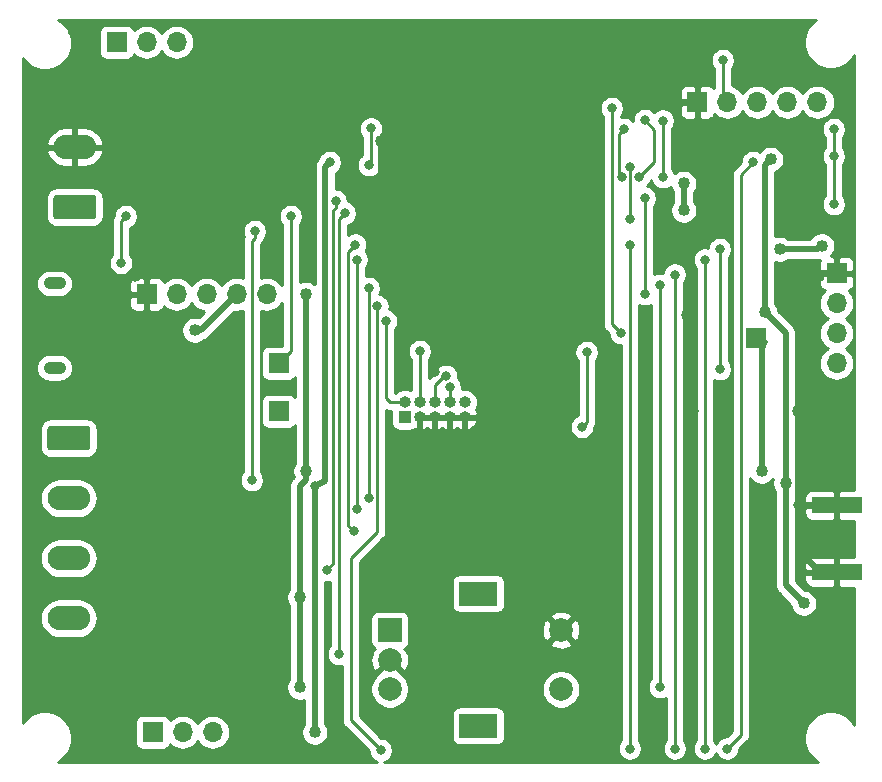
<source format=gbr>
G04 #@! TF.GenerationSoftware,KiCad,Pcbnew,5.1.4-e60b266~84~ubuntu18.04.1*
G04 #@! TF.CreationDate,2020-03-31T13:06:10+02:00*
G04 #@! TF.ProjectId,Esp32LoraBoard,45737033-324c-46f7-9261-426f6172642e,1.0*
G04 #@! TF.SameCoordinates,Original*
G04 #@! TF.FileFunction,Copper,L2,Bot*
G04 #@! TF.FilePolarity,Positive*
%FSLAX46Y46*%
G04 Gerber Fmt 4.6, Leading zero omitted, Abs format (unit mm)*
G04 Created by KiCad (PCBNEW 5.1.4-e60b266~84~ubuntu18.04.1) date 2020-03-31 13:06:10*
%MOMM*%
%LPD*%
G04 APERTURE LIST*
%ADD10R,1.700000X1.700000*%
%ADD11O,1.700000X1.700000*%
%ADD12R,4.200000X1.350000*%
%ADD13O,1.900000X1.050000*%
%ADD14R,1.000000X1.000000*%
%ADD15O,1.000000X1.000000*%
%ADD16C,0.100000*%
%ADD17C,2.080000*%
%ADD18O,3.600000X2.080000*%
%ADD19C,2.000000*%
%ADD20R,3.200000X2.000000*%
%ADD21R,2.000000X2.000000*%
%ADD22C,0.800000*%
%ADD23C,1.016000*%
%ADD24C,0.508000*%
%ADD25C,0.250000*%
%ADD26C,0.254000*%
G04 APERTURE END LIST*
D10*
X112776000Y-60960000D03*
D11*
X115316000Y-60960000D03*
X117856000Y-60960000D03*
D12*
X173736000Y-105822000D03*
X173736000Y-100172000D03*
D13*
X107512000Y-81388000D03*
X107512000Y-88538000D03*
D14*
X137160000Y-92710000D03*
D15*
X137160000Y-91440000D03*
X138430000Y-92710000D03*
X138430000Y-91440000D03*
X139700000Y-92710000D03*
X139700000Y-91440000D03*
X140970000Y-92710000D03*
X140970000Y-91440000D03*
X142240000Y-92710000D03*
X142240000Y-91440000D03*
D10*
X161925000Y-66040000D03*
D11*
X164465000Y-66040000D03*
X167005000Y-66040000D03*
X169545000Y-66040000D03*
X172085000Y-66040000D03*
D16*
G36*
X110286505Y-93449204D02*
G01*
X110310773Y-93452804D01*
X110334572Y-93458765D01*
X110357671Y-93467030D01*
X110379850Y-93477520D01*
X110400893Y-93490132D01*
X110420599Y-93504747D01*
X110438777Y-93521223D01*
X110455253Y-93539401D01*
X110469868Y-93559107D01*
X110482480Y-93580150D01*
X110492970Y-93602329D01*
X110501235Y-93625428D01*
X110507196Y-93649227D01*
X110510796Y-93673495D01*
X110512000Y-93697999D01*
X110512000Y-95278001D01*
X110510796Y-95302505D01*
X110507196Y-95326773D01*
X110501235Y-95350572D01*
X110492970Y-95373671D01*
X110482480Y-95395850D01*
X110469868Y-95416893D01*
X110455253Y-95436599D01*
X110438777Y-95454777D01*
X110420599Y-95471253D01*
X110400893Y-95485868D01*
X110379850Y-95498480D01*
X110357671Y-95508970D01*
X110334572Y-95517235D01*
X110310773Y-95523196D01*
X110286505Y-95526796D01*
X110262001Y-95528000D01*
X107161999Y-95528000D01*
X107137495Y-95526796D01*
X107113227Y-95523196D01*
X107089428Y-95517235D01*
X107066329Y-95508970D01*
X107044150Y-95498480D01*
X107023107Y-95485868D01*
X107003401Y-95471253D01*
X106985223Y-95454777D01*
X106968747Y-95436599D01*
X106954132Y-95416893D01*
X106941520Y-95395850D01*
X106931030Y-95373671D01*
X106922765Y-95350572D01*
X106916804Y-95326773D01*
X106913204Y-95302505D01*
X106912000Y-95278001D01*
X106912000Y-93697999D01*
X106913204Y-93673495D01*
X106916804Y-93649227D01*
X106922765Y-93625428D01*
X106931030Y-93602329D01*
X106941520Y-93580150D01*
X106954132Y-93559107D01*
X106968747Y-93539401D01*
X106985223Y-93521223D01*
X107003401Y-93504747D01*
X107023107Y-93490132D01*
X107044150Y-93477520D01*
X107066329Y-93467030D01*
X107089428Y-93458765D01*
X107113227Y-93452804D01*
X107137495Y-93449204D01*
X107161999Y-93448000D01*
X110262001Y-93448000D01*
X110286505Y-93449204D01*
X110286505Y-93449204D01*
G37*
D17*
X108712000Y-94488000D03*
D18*
X108712000Y-99568000D03*
X108712000Y-104648000D03*
X108712000Y-109728000D03*
D11*
X120904000Y-119380000D03*
X118364000Y-119380000D03*
D10*
X115824000Y-119380000D03*
X126492000Y-88138000D03*
X126492000Y-92202000D03*
X166878000Y-85979000D03*
X115316000Y-82296000D03*
D11*
X117856000Y-82296000D03*
X120396000Y-82296000D03*
X122936000Y-82296000D03*
X125476000Y-82296000D03*
D10*
X173736000Y-80518000D03*
D11*
X173736000Y-83058000D03*
X173736000Y-85598000D03*
X173736000Y-88138000D03*
D16*
G36*
X110794505Y-73891204D02*
G01*
X110818773Y-73894804D01*
X110842572Y-73900765D01*
X110865671Y-73909030D01*
X110887850Y-73919520D01*
X110908893Y-73932132D01*
X110928599Y-73946747D01*
X110946777Y-73963223D01*
X110963253Y-73981401D01*
X110977868Y-74001107D01*
X110990480Y-74022150D01*
X111000970Y-74044329D01*
X111009235Y-74067428D01*
X111015196Y-74091227D01*
X111018796Y-74115495D01*
X111020000Y-74139999D01*
X111020000Y-75720001D01*
X111018796Y-75744505D01*
X111015196Y-75768773D01*
X111009235Y-75792572D01*
X111000970Y-75815671D01*
X110990480Y-75837850D01*
X110977868Y-75858893D01*
X110963253Y-75878599D01*
X110946777Y-75896777D01*
X110928599Y-75913253D01*
X110908893Y-75927868D01*
X110887850Y-75940480D01*
X110865671Y-75950970D01*
X110842572Y-75959235D01*
X110818773Y-75965196D01*
X110794505Y-75968796D01*
X110770001Y-75970000D01*
X107669999Y-75970000D01*
X107645495Y-75968796D01*
X107621227Y-75965196D01*
X107597428Y-75959235D01*
X107574329Y-75950970D01*
X107552150Y-75940480D01*
X107531107Y-75927868D01*
X107511401Y-75913253D01*
X107493223Y-75896777D01*
X107476747Y-75878599D01*
X107462132Y-75858893D01*
X107449520Y-75837850D01*
X107439030Y-75815671D01*
X107430765Y-75792572D01*
X107424804Y-75768773D01*
X107421204Y-75744505D01*
X107420000Y-75720001D01*
X107420000Y-74139999D01*
X107421204Y-74115495D01*
X107424804Y-74091227D01*
X107430765Y-74067428D01*
X107439030Y-74044329D01*
X107449520Y-74022150D01*
X107462132Y-74001107D01*
X107476747Y-73981401D01*
X107493223Y-73963223D01*
X107511401Y-73946747D01*
X107531107Y-73932132D01*
X107552150Y-73919520D01*
X107574329Y-73909030D01*
X107597428Y-73900765D01*
X107621227Y-73894804D01*
X107645495Y-73891204D01*
X107669999Y-73890000D01*
X110770001Y-73890000D01*
X110794505Y-73891204D01*
X110794505Y-73891204D01*
G37*
D17*
X109220000Y-74930000D03*
D18*
X109220000Y-69850000D03*
D19*
X150390000Y-115744000D03*
X150390000Y-110744000D03*
D20*
X143390000Y-118844000D03*
X143390000Y-107644000D03*
D19*
X135890000Y-115744000D03*
X135890000Y-113244000D03*
D21*
X135890000Y-110744000D03*
D22*
X139700000Y-88900000D03*
X170465000Y-100172000D03*
X170465000Y-100172000D03*
D23*
X160274000Y-69342000D03*
X123190000Y-60706000D03*
X118872000Y-62992000D03*
X135135347Y-69342000D03*
X134366000Y-72898000D03*
X172212000Y-80772000D03*
X161036000Y-84074000D03*
X161544000Y-92202000D03*
X170434000Y-92202000D03*
X114300000Y-80772000D03*
X114300000Y-64770000D03*
D22*
X113538000Y-75692000D03*
X113138001Y-79647999D03*
X132842000Y-102362000D03*
X132969000Y-78105000D03*
X133096000Y-79375000D03*
X133096000Y-100457000D03*
X134112000Y-81788000D03*
X134112000Y-99568000D03*
X134837000Y-83312000D03*
X135128000Y-120904000D03*
X160020000Y-80645000D03*
X160020000Y-120777000D03*
X162560000Y-120777000D03*
X162560000Y-79375000D03*
X156210000Y-78105000D03*
X156210000Y-120777000D03*
X164465000Y-120777000D03*
X166624000Y-71120000D03*
X130810000Y-71120000D03*
D23*
X119380000Y-85344000D03*
X168148000Y-70866000D03*
X167640000Y-83820000D03*
X169418000Y-98298000D03*
X170942000Y-108458000D03*
D22*
X129540000Y-98552000D03*
D23*
X129540000Y-119380000D03*
D22*
X134302347Y-68262347D03*
X134112000Y-71374000D03*
X154686000Y-66548000D03*
X155448000Y-85598000D03*
D23*
X128778000Y-82296000D03*
X128778000Y-97282000D03*
X167386000Y-97282000D03*
X160782000Y-75184000D03*
X160782000Y-72898000D03*
X172466000Y-78188153D03*
X168910000Y-78486000D03*
X128270000Y-115570000D03*
X128270000Y-107950000D03*
D22*
X135562000Y-84582000D03*
X138430000Y-87122000D03*
X140648685Y-89216228D03*
X140970000Y-90170000D03*
X164084000Y-62484000D03*
X157480000Y-67564000D03*
X156993010Y-72390000D03*
X159004000Y-67601000D03*
X159004000Y-72390000D03*
X124460000Y-76962000D03*
X124206000Y-98044000D03*
X152169189Y-93535001D03*
X152569188Y-87206812D03*
X152569188Y-87206812D03*
X163830000Y-88646000D03*
X163830000Y-78486000D03*
X156268010Y-71569990D03*
X156210000Y-75946000D03*
X157480000Y-74168000D03*
X157480000Y-82296000D03*
X155702000Y-68326000D03*
X155543010Y-72392976D03*
X173482000Y-74676000D03*
X173482000Y-70612000D03*
X173482000Y-68326000D03*
X127508000Y-75692000D03*
X131318000Y-74422000D03*
X130556000Y-105664000D03*
X132080000Y-75438000D03*
X131572000Y-112776000D03*
X158750000Y-81534000D03*
X158750000Y-115570000D03*
D24*
X160567000Y-66040000D02*
X160274000Y-66333000D01*
X161925000Y-66040000D02*
X160567000Y-66040000D01*
X160274000Y-66333000D02*
X160274000Y-69342000D01*
X123190000Y-60706000D02*
X121158000Y-60706000D01*
X121158000Y-60706000D02*
X118872000Y-62992000D01*
X135135347Y-69342000D02*
X135135347Y-72128653D01*
X135135347Y-72128653D02*
X134366000Y-72898000D01*
X172311000Y-105822000D02*
X173736000Y-105822000D01*
X170465000Y-103976000D02*
X172311000Y-105822000D01*
X170465000Y-100172000D02*
X170465000Y-103976000D01*
X170465000Y-100172000D02*
X173736000Y-100172000D01*
X172378000Y-80518000D02*
X173736000Y-80518000D01*
X170465000Y-82431000D02*
X172378000Y-80518000D01*
X170465000Y-100172000D02*
X170465000Y-82431000D01*
X161036000Y-84074000D02*
X161544000Y-84582000D01*
X161544000Y-84582000D02*
X161544000Y-92202000D01*
X114807999Y-65277999D02*
X114300000Y-64770000D01*
X114300000Y-80772000D02*
X114807999Y-80264001D01*
X114807999Y-80264001D02*
X114807999Y-65277999D01*
D25*
X113138001Y-76091999D02*
X113138001Y-79647999D01*
X113538000Y-75692000D02*
X113138001Y-76091999D01*
X132569001Y-78504999D02*
X132969000Y-78105000D01*
X132370999Y-78703001D02*
X132569001Y-78504999D01*
X132370999Y-101890999D02*
X132370999Y-78703001D01*
X132842000Y-102362000D02*
X132370999Y-101890999D01*
X133096000Y-79375000D02*
X133096000Y-98425000D01*
X133096000Y-98425000D02*
X133096000Y-100457000D01*
X134112000Y-81788000D02*
X134112000Y-97536000D01*
X134112000Y-97536000D02*
X134112000Y-99568000D01*
X135128000Y-120904000D02*
X134837000Y-120613000D01*
X134837000Y-83312000D02*
X134837000Y-102399000D01*
X134837000Y-102399000D02*
X132588000Y-104648000D01*
X132588000Y-118364000D02*
X135128000Y-120904000D01*
X132588000Y-104648000D02*
X132588000Y-118364000D01*
X160020000Y-80645000D02*
X160020000Y-118745000D01*
X160020000Y-118745000D02*
X160020000Y-120777000D01*
X162560000Y-119507000D02*
X162560000Y-120777000D01*
X162560000Y-79375000D02*
X162560000Y-117475000D01*
X162560000Y-117475000D02*
X162560000Y-120777000D01*
X156210000Y-78105000D02*
X156210000Y-118745000D01*
X156210000Y-118745000D02*
X156210000Y-120777000D01*
X164465000Y-120777000D02*
X164465000Y-120777000D01*
X166624000Y-71120000D02*
X165640001Y-72168001D01*
X165640001Y-72168001D02*
X165640001Y-119601999D01*
X165640001Y-119601999D02*
X164465000Y-120777000D01*
D24*
X119888000Y-85344000D02*
X122936000Y-82296000D01*
X119380000Y-85344000D02*
X119888000Y-85344000D01*
X167640001Y-83819999D02*
X167640000Y-83820000D01*
X168148000Y-70866000D02*
X167640001Y-71373999D01*
X167640001Y-71373999D02*
X167640001Y-83819999D01*
X167640000Y-83820000D02*
X169418000Y-85598000D01*
X169418000Y-85598000D02*
X169418000Y-98298000D01*
X169418000Y-98298000D02*
X169418000Y-106934000D01*
X169418000Y-106934000D02*
X170942000Y-108458000D01*
X130410001Y-71519999D02*
X130810000Y-71120000D01*
X130410001Y-98152001D02*
X130410001Y-71519999D01*
X129540000Y-98552000D02*
X130410001Y-98152001D01*
X129540000Y-98552000D02*
X129540000Y-119380000D01*
D25*
X134302347Y-71310347D02*
X134302347Y-68262347D01*
X134112000Y-71374000D02*
X134302347Y-71310347D01*
X154686000Y-66548000D02*
X154686000Y-84836000D01*
X154686000Y-84836000D02*
X155448000Y-85598000D01*
D24*
X128778000Y-82296000D02*
X128778000Y-97282000D01*
X167386000Y-86614000D02*
X167640000Y-86360000D01*
X167386000Y-97282000D02*
X167386000Y-86614000D01*
X160782000Y-75184000D02*
X160782000Y-72898000D01*
X172168153Y-78486000D02*
X172466000Y-78188153D01*
X168910000Y-78486000D02*
X172168153Y-78486000D01*
X128778000Y-98000420D02*
X128270000Y-98508420D01*
X128778000Y-97282000D02*
X128778000Y-98000420D01*
X128270000Y-98508420D02*
X128270000Y-107950000D01*
X128270000Y-107950000D02*
X128270000Y-115570000D01*
D25*
X137160000Y-91440000D02*
X135890000Y-91440000D01*
X135890000Y-91440000D02*
X135562000Y-91112000D01*
X135562000Y-91112000D02*
X135562000Y-84582000D01*
X138430000Y-91440000D02*
X138430000Y-87122000D01*
X140456774Y-89216228D02*
X140648685Y-89216228D01*
X139700000Y-91440000D02*
X139700000Y-89973002D01*
X139700000Y-89973002D02*
X140456774Y-89216228D01*
X140970000Y-91440000D02*
X140970000Y-90170000D01*
X164084000Y-65659000D02*
X164465000Y-66040000D01*
X164084000Y-62484000D02*
X164084000Y-65659000D01*
X158278999Y-71104011D02*
X156993010Y-72390000D01*
X157480000Y-67564000D02*
X158278999Y-68362999D01*
X158278999Y-68362999D02*
X158278999Y-71104011D01*
X159004000Y-67601000D02*
X159004000Y-72390000D01*
X124460000Y-77527685D02*
X124206000Y-77781685D01*
X124460000Y-76962000D02*
X124460000Y-77527685D01*
X124206000Y-77781685D02*
X124206000Y-98044000D01*
X152569188Y-93135002D02*
X152569188Y-87206812D01*
X152169189Y-93535001D02*
X152569188Y-93135002D01*
X163830000Y-88646000D02*
X163830000Y-78486000D01*
X156268010Y-71569990D02*
X156268010Y-75887990D01*
X156268010Y-75887990D02*
X156210000Y-75946000D01*
X157480000Y-74168000D02*
X157480000Y-82296000D01*
X155302001Y-72151967D02*
X155543010Y-72392976D01*
X155702000Y-68326000D02*
X155302001Y-68725999D01*
X155302001Y-68725999D02*
X155302001Y-72151967D01*
X173482000Y-74676000D02*
X173482000Y-70612000D01*
X173482000Y-70612000D02*
X173482000Y-70046315D01*
X173482000Y-70046315D02*
X173482000Y-68326000D01*
X127508000Y-87122000D02*
X126492000Y-88138000D01*
X127508000Y-75692000D02*
X127508000Y-87122000D01*
X131121990Y-105098010D02*
X130556000Y-105664000D01*
X131121990Y-75183695D02*
X131121990Y-105098010D01*
X131318000Y-74422000D02*
X131318000Y-74987685D01*
X131318000Y-74987685D02*
X131121990Y-75183695D01*
X132080000Y-75438000D02*
X131572000Y-75946000D01*
X131572000Y-75946000D02*
X131572000Y-112776000D01*
X158750000Y-81534000D02*
X158750000Y-82099685D01*
X158750000Y-82099685D02*
X158750000Y-115570000D01*
D26*
G36*
X171777500Y-59192560D02*
G01*
X171460560Y-59509500D01*
X171211543Y-59882181D01*
X171040016Y-60296282D01*
X170952573Y-60735890D01*
X170952573Y-61184110D01*
X171040016Y-61623718D01*
X171211543Y-62037819D01*
X171460560Y-62410500D01*
X171777500Y-62727440D01*
X172150181Y-62976457D01*
X172564282Y-63147984D01*
X173003890Y-63235427D01*
X173452110Y-63235427D01*
X173891718Y-63147984D01*
X174305819Y-62976457D01*
X174678500Y-62727440D01*
X174995440Y-62410500D01*
X175235001Y-62051971D01*
X175235000Y-98859946D01*
X174021750Y-98862000D01*
X173863000Y-99020750D01*
X173863000Y-100045000D01*
X173883000Y-100045000D01*
X173883000Y-100299000D01*
X173863000Y-100299000D01*
X173863000Y-101323250D01*
X174021750Y-101482000D01*
X175235000Y-101484054D01*
X175235000Y-104509946D01*
X174021750Y-104512000D01*
X173863000Y-104670750D01*
X173863000Y-105695000D01*
X173883000Y-105695000D01*
X173883000Y-105949000D01*
X173863000Y-105949000D01*
X173863000Y-106973250D01*
X174021750Y-107132000D01*
X175235000Y-107134054D01*
X175235000Y-118796028D01*
X174995440Y-118437500D01*
X174678500Y-118120560D01*
X174305819Y-117871543D01*
X173891718Y-117700016D01*
X173452110Y-117612573D01*
X173003890Y-117612573D01*
X172564282Y-117700016D01*
X172150181Y-117871543D01*
X171777500Y-118120560D01*
X171460560Y-118437500D01*
X171211543Y-118810181D01*
X171040016Y-119224282D01*
X170952573Y-119663890D01*
X170952573Y-120112110D01*
X171040016Y-120551718D01*
X171211543Y-120965819D01*
X171460560Y-121338500D01*
X171777500Y-121655440D01*
X172136028Y-121895000D01*
X135440100Y-121895000D01*
X135618256Y-121821205D01*
X135787774Y-121707937D01*
X135931937Y-121563774D01*
X136045205Y-121394256D01*
X136123226Y-121205898D01*
X136163000Y-121005939D01*
X136163000Y-120802061D01*
X136123226Y-120602102D01*
X136045205Y-120413744D01*
X135931937Y-120244226D01*
X135787774Y-120100063D01*
X135618256Y-119986795D01*
X135429898Y-119908774D01*
X135229939Y-119869000D01*
X135167803Y-119869000D01*
X133348000Y-118049199D01*
X133348000Y-117844000D01*
X141151928Y-117844000D01*
X141151928Y-119844000D01*
X141164188Y-119968482D01*
X141200498Y-120088180D01*
X141259463Y-120198494D01*
X141338815Y-120295185D01*
X141435506Y-120374537D01*
X141545820Y-120433502D01*
X141665518Y-120469812D01*
X141790000Y-120482072D01*
X144990000Y-120482072D01*
X145114482Y-120469812D01*
X145234180Y-120433502D01*
X145344494Y-120374537D01*
X145441185Y-120295185D01*
X145520537Y-120198494D01*
X145579502Y-120088180D01*
X145615812Y-119968482D01*
X145628072Y-119844000D01*
X145628072Y-117844000D01*
X145615812Y-117719518D01*
X145579502Y-117599820D01*
X145520537Y-117489506D01*
X145441185Y-117392815D01*
X145344494Y-117313463D01*
X145234180Y-117254498D01*
X145114482Y-117218188D01*
X144990000Y-117205928D01*
X141790000Y-117205928D01*
X141665518Y-117218188D01*
X141545820Y-117254498D01*
X141435506Y-117313463D01*
X141338815Y-117392815D01*
X141259463Y-117489506D01*
X141200498Y-117599820D01*
X141164188Y-117719518D01*
X141151928Y-117844000D01*
X133348000Y-117844000D01*
X133348000Y-115582967D01*
X134255000Y-115582967D01*
X134255000Y-115905033D01*
X134317832Y-116220912D01*
X134441082Y-116518463D01*
X134620013Y-116786252D01*
X134847748Y-117013987D01*
X135115537Y-117192918D01*
X135413088Y-117316168D01*
X135728967Y-117379000D01*
X136051033Y-117379000D01*
X136366912Y-117316168D01*
X136664463Y-117192918D01*
X136932252Y-117013987D01*
X137159987Y-116786252D01*
X137338918Y-116518463D01*
X137462168Y-116220912D01*
X137525000Y-115905033D01*
X137525000Y-115582967D01*
X148755000Y-115582967D01*
X148755000Y-115905033D01*
X148817832Y-116220912D01*
X148941082Y-116518463D01*
X149120013Y-116786252D01*
X149347748Y-117013987D01*
X149615537Y-117192918D01*
X149913088Y-117316168D01*
X150228967Y-117379000D01*
X150551033Y-117379000D01*
X150866912Y-117316168D01*
X151164463Y-117192918D01*
X151432252Y-117013987D01*
X151659987Y-116786252D01*
X151838918Y-116518463D01*
X151962168Y-116220912D01*
X152025000Y-115905033D01*
X152025000Y-115582967D01*
X151962168Y-115267088D01*
X151838918Y-114969537D01*
X151659987Y-114701748D01*
X151432252Y-114474013D01*
X151164463Y-114295082D01*
X150866912Y-114171832D01*
X150551033Y-114109000D01*
X150228967Y-114109000D01*
X149913088Y-114171832D01*
X149615537Y-114295082D01*
X149347748Y-114474013D01*
X149120013Y-114701748D01*
X148941082Y-114969537D01*
X148817832Y-115267088D01*
X148755000Y-115582967D01*
X137525000Y-115582967D01*
X137462168Y-115267088D01*
X137338918Y-114969537D01*
X137159987Y-114701748D01*
X136932252Y-114474013D01*
X136835065Y-114409075D01*
X136845808Y-114379413D01*
X135890000Y-113423605D01*
X134934192Y-114379413D01*
X134944935Y-114409075D01*
X134847748Y-114474013D01*
X134620013Y-114701748D01*
X134441082Y-114969537D01*
X134317832Y-115267088D01*
X134255000Y-115582967D01*
X133348000Y-115582967D01*
X133348000Y-113306595D01*
X134248282Y-113306595D01*
X134292039Y-113625675D01*
X134397205Y-113930088D01*
X134490186Y-114104044D01*
X134754587Y-114199808D01*
X135710395Y-113244000D01*
X135696253Y-113229858D01*
X135875858Y-113050253D01*
X135890000Y-113064395D01*
X135904143Y-113050253D01*
X136083748Y-113229858D01*
X136069605Y-113244000D01*
X137025413Y-114199808D01*
X137289814Y-114104044D01*
X137430704Y-113814429D01*
X137512384Y-113502892D01*
X137531718Y-113181405D01*
X137487961Y-112862325D01*
X137382795Y-112557912D01*
X137289814Y-112383956D01*
X137140777Y-112329976D01*
X137244494Y-112274537D01*
X137341185Y-112195185D01*
X137420537Y-112098494D01*
X137479502Y-111988180D01*
X137512496Y-111879413D01*
X149434192Y-111879413D01*
X149529956Y-112143814D01*
X149819571Y-112284704D01*
X150131108Y-112366384D01*
X150452595Y-112385718D01*
X150771675Y-112341961D01*
X151076088Y-112236795D01*
X151250044Y-112143814D01*
X151345808Y-111879413D01*
X150390000Y-110923605D01*
X149434192Y-111879413D01*
X137512496Y-111879413D01*
X137515812Y-111868482D01*
X137528072Y-111744000D01*
X137528072Y-110806595D01*
X148748282Y-110806595D01*
X148792039Y-111125675D01*
X148897205Y-111430088D01*
X148990186Y-111604044D01*
X149254587Y-111699808D01*
X150210395Y-110744000D01*
X150569605Y-110744000D01*
X151525413Y-111699808D01*
X151789814Y-111604044D01*
X151930704Y-111314429D01*
X152012384Y-111002892D01*
X152031718Y-110681405D01*
X151987961Y-110362325D01*
X151882795Y-110057912D01*
X151789814Y-109883956D01*
X151525413Y-109788192D01*
X150569605Y-110744000D01*
X150210395Y-110744000D01*
X149254587Y-109788192D01*
X148990186Y-109883956D01*
X148849296Y-110173571D01*
X148767616Y-110485108D01*
X148748282Y-110806595D01*
X137528072Y-110806595D01*
X137528072Y-109744000D01*
X137515812Y-109619518D01*
X137512497Y-109608587D01*
X149434192Y-109608587D01*
X150390000Y-110564395D01*
X151345808Y-109608587D01*
X151250044Y-109344186D01*
X150960429Y-109203296D01*
X150648892Y-109121616D01*
X150327405Y-109102282D01*
X150008325Y-109146039D01*
X149703912Y-109251205D01*
X149529956Y-109344186D01*
X149434192Y-109608587D01*
X137512497Y-109608587D01*
X137479502Y-109499820D01*
X137420537Y-109389506D01*
X137341185Y-109292815D01*
X137244494Y-109213463D01*
X137134180Y-109154498D01*
X137014482Y-109118188D01*
X136890000Y-109105928D01*
X134890000Y-109105928D01*
X134765518Y-109118188D01*
X134645820Y-109154498D01*
X134535506Y-109213463D01*
X134438815Y-109292815D01*
X134359463Y-109389506D01*
X134300498Y-109499820D01*
X134264188Y-109619518D01*
X134251928Y-109744000D01*
X134251928Y-111744000D01*
X134264188Y-111868482D01*
X134300498Y-111988180D01*
X134359463Y-112098494D01*
X134438815Y-112195185D01*
X134535506Y-112274537D01*
X134639223Y-112329976D01*
X134490186Y-112383956D01*
X134349296Y-112673571D01*
X134267616Y-112985108D01*
X134248282Y-113306595D01*
X133348000Y-113306595D01*
X133348000Y-106644000D01*
X141151928Y-106644000D01*
X141151928Y-108644000D01*
X141164188Y-108768482D01*
X141200498Y-108888180D01*
X141259463Y-108998494D01*
X141338815Y-109095185D01*
X141435506Y-109174537D01*
X141545820Y-109233502D01*
X141665518Y-109269812D01*
X141790000Y-109282072D01*
X144990000Y-109282072D01*
X145114482Y-109269812D01*
X145234180Y-109233502D01*
X145344494Y-109174537D01*
X145441185Y-109095185D01*
X145520537Y-108998494D01*
X145579502Y-108888180D01*
X145615812Y-108768482D01*
X145628072Y-108644000D01*
X145628072Y-106644000D01*
X145615812Y-106519518D01*
X145579502Y-106399820D01*
X145520537Y-106289506D01*
X145441185Y-106192815D01*
X145344494Y-106113463D01*
X145234180Y-106054498D01*
X145114482Y-106018188D01*
X144990000Y-106005928D01*
X141790000Y-106005928D01*
X141665518Y-106018188D01*
X141545820Y-106054498D01*
X141435506Y-106113463D01*
X141338815Y-106192815D01*
X141259463Y-106289506D01*
X141200498Y-106399820D01*
X141164188Y-106519518D01*
X141151928Y-106644000D01*
X133348000Y-106644000D01*
X133348000Y-104962801D01*
X135348003Y-102962799D01*
X135377001Y-102939001D01*
X135471974Y-102823276D01*
X135542546Y-102691247D01*
X135586003Y-102547986D01*
X135597000Y-102436333D01*
X135597000Y-102436324D01*
X135600676Y-102399001D01*
X135597000Y-102361678D01*
X135597000Y-92145144D01*
X135597753Y-92145546D01*
X135741014Y-92189003D01*
X135852667Y-92200000D01*
X135852676Y-92200000D01*
X135889999Y-92203676D01*
X135927322Y-92200000D01*
X136022913Y-92200000D01*
X136021928Y-92210000D01*
X136021928Y-93210000D01*
X136034188Y-93334482D01*
X136070498Y-93454180D01*
X136129463Y-93564494D01*
X136208815Y-93661185D01*
X136305506Y-93740537D01*
X136415820Y-93799502D01*
X136535518Y-93835812D01*
X136660000Y-93848072D01*
X137660000Y-93848072D01*
X137784482Y-93835812D01*
X137904180Y-93799502D01*
X137993180Y-93751930D01*
X138073136Y-93787446D01*
X138128126Y-93804119D01*
X138303000Y-93677954D01*
X138303000Y-92837000D01*
X138557000Y-92837000D01*
X138557000Y-93677954D01*
X138731874Y-93804119D01*
X138786864Y-93787446D01*
X138990206Y-93697123D01*
X139065000Y-93644361D01*
X139139794Y-93697123D01*
X139343136Y-93787446D01*
X139398126Y-93804119D01*
X139573000Y-93677954D01*
X139573000Y-92837000D01*
X139827000Y-92837000D01*
X139827000Y-93677954D01*
X140001874Y-93804119D01*
X140056864Y-93787446D01*
X140260206Y-93697123D01*
X140335000Y-93644361D01*
X140409794Y-93697123D01*
X140613136Y-93787446D01*
X140668126Y-93804119D01*
X140843000Y-93677954D01*
X140843000Y-92837000D01*
X141097000Y-92837000D01*
X141097000Y-93677954D01*
X141271874Y-93804119D01*
X141326864Y-93787446D01*
X141530206Y-93697123D01*
X141605000Y-93644361D01*
X141679794Y-93697123D01*
X141883136Y-93787446D01*
X141938126Y-93804119D01*
X142113000Y-93677954D01*
X142113000Y-92837000D01*
X142367000Y-92837000D01*
X142367000Y-93677954D01*
X142541874Y-93804119D01*
X142596864Y-93787446D01*
X142800206Y-93697123D01*
X142982020Y-93568865D01*
X143111114Y-93433062D01*
X151134189Y-93433062D01*
X151134189Y-93636940D01*
X151173963Y-93836899D01*
X151251984Y-94025257D01*
X151365252Y-94194775D01*
X151509415Y-94338938D01*
X151678933Y-94452206D01*
X151867291Y-94530227D01*
X152067250Y-94570001D01*
X152271128Y-94570001D01*
X152471087Y-94530227D01*
X152659445Y-94452206D01*
X152828963Y-94338938D01*
X152973126Y-94194775D01*
X153086394Y-94025257D01*
X153164415Y-93836899D01*
X153204189Y-93636940D01*
X153204189Y-93559227D01*
X153274734Y-93427249D01*
X153318191Y-93283988D01*
X153329188Y-93172335D01*
X153329188Y-93172325D01*
X153332864Y-93135003D01*
X153329188Y-93097680D01*
X153329188Y-87910523D01*
X153373125Y-87866586D01*
X153486393Y-87697068D01*
X153564414Y-87508710D01*
X153604188Y-87308751D01*
X153604188Y-87104873D01*
X153564414Y-86904914D01*
X153486393Y-86716556D01*
X153373125Y-86547038D01*
X153228962Y-86402875D01*
X153059444Y-86289607D01*
X152871086Y-86211586D01*
X152671127Y-86171812D01*
X152467249Y-86171812D01*
X152267290Y-86211586D01*
X152078932Y-86289607D01*
X151909414Y-86402875D01*
X151765251Y-86547038D01*
X151651983Y-86716556D01*
X151573962Y-86904914D01*
X151534188Y-87104873D01*
X151534188Y-87308751D01*
X151573962Y-87508710D01*
X151651983Y-87697068D01*
X151765251Y-87866586D01*
X151809189Y-87910524D01*
X151809188Y-92563842D01*
X151678933Y-92617796D01*
X151509415Y-92731064D01*
X151365252Y-92875227D01*
X151251984Y-93044745D01*
X151173963Y-93233103D01*
X151134189Y-93433062D01*
X143111114Y-93433062D01*
X143135318Y-93407601D01*
X143254210Y-93219529D01*
X143334126Y-93011876D01*
X143209129Y-92837000D01*
X142367000Y-92837000D01*
X142113000Y-92837000D01*
X141097000Y-92837000D01*
X140843000Y-92837000D01*
X139827000Y-92837000D01*
X139573000Y-92837000D01*
X138557000Y-92837000D01*
X138303000Y-92837000D01*
X138298072Y-92837000D01*
X138298072Y-92583000D01*
X138303000Y-92583000D01*
X138303000Y-92567983D01*
X138374248Y-92575000D01*
X138485752Y-92575000D01*
X138557000Y-92567983D01*
X138557000Y-92583000D01*
X139573000Y-92583000D01*
X139573000Y-92567983D01*
X139644248Y-92575000D01*
X139755752Y-92575000D01*
X139827000Y-92567983D01*
X139827000Y-92583000D01*
X140843000Y-92583000D01*
X140843000Y-92567983D01*
X140914248Y-92575000D01*
X141025752Y-92575000D01*
X141097000Y-92567983D01*
X141097000Y-92583000D01*
X142113000Y-92583000D01*
X142113000Y-92567983D01*
X142184248Y-92575000D01*
X142295752Y-92575000D01*
X142367000Y-92567983D01*
X142367000Y-92583000D01*
X143209129Y-92583000D01*
X143334126Y-92408124D01*
X143254210Y-92200471D01*
X143180227Y-92083440D01*
X143188284Y-92073623D01*
X143293676Y-91876447D01*
X143358577Y-91662499D01*
X143380491Y-91440000D01*
X143358577Y-91217501D01*
X143293676Y-91003553D01*
X143188284Y-90806377D01*
X143046449Y-90633551D01*
X142873623Y-90491716D01*
X142676447Y-90386324D01*
X142462499Y-90321423D01*
X142295752Y-90305000D01*
X142184248Y-90305000D01*
X142017501Y-90321423D01*
X141993722Y-90328636D01*
X142005000Y-90271939D01*
X142005000Y-90068061D01*
X141965226Y-89868102D01*
X141887205Y-89679744D01*
X141773937Y-89510226D01*
X141666794Y-89403083D01*
X141683685Y-89318167D01*
X141683685Y-89114289D01*
X141643911Y-88914330D01*
X141565890Y-88725972D01*
X141452622Y-88556454D01*
X141308459Y-88412291D01*
X141138941Y-88299023D01*
X140950583Y-88221002D01*
X140750624Y-88181228D01*
X140546746Y-88181228D01*
X140346787Y-88221002D01*
X140158429Y-88299023D01*
X139988911Y-88412291D01*
X139844748Y-88556454D01*
X139731480Y-88725972D01*
X139653459Y-88914330D01*
X139645908Y-88952293D01*
X139190000Y-89408201D01*
X139190000Y-87825711D01*
X139233937Y-87781774D01*
X139347205Y-87612256D01*
X139425226Y-87423898D01*
X139465000Y-87223939D01*
X139465000Y-87020061D01*
X139425226Y-86820102D01*
X139347205Y-86631744D01*
X139233937Y-86462226D01*
X139089774Y-86318063D01*
X138920256Y-86204795D01*
X138731898Y-86126774D01*
X138531939Y-86087000D01*
X138328061Y-86087000D01*
X138128102Y-86126774D01*
X137939744Y-86204795D01*
X137770226Y-86318063D01*
X137626063Y-86462226D01*
X137512795Y-86631744D01*
X137434774Y-86820102D01*
X137395000Y-87020061D01*
X137395000Y-87223939D01*
X137434774Y-87423898D01*
X137512795Y-87612256D01*
X137626063Y-87781774D01*
X137670001Y-87825712D01*
X137670000Y-90425639D01*
X137596447Y-90386324D01*
X137382499Y-90321423D01*
X137215752Y-90305000D01*
X137104248Y-90305000D01*
X136937501Y-90321423D01*
X136723553Y-90386324D01*
X136526377Y-90491716D01*
X136353551Y-90633551D01*
X136322000Y-90671996D01*
X136322000Y-85285711D01*
X136365937Y-85241774D01*
X136479205Y-85072256D01*
X136557226Y-84883898D01*
X136597000Y-84683939D01*
X136597000Y-84480061D01*
X136557226Y-84280102D01*
X136479205Y-84091744D01*
X136365937Y-83922226D01*
X136221774Y-83778063D01*
X136052256Y-83664795D01*
X135863898Y-83586774D01*
X135838621Y-83581746D01*
X135872000Y-83413939D01*
X135872000Y-83210061D01*
X135832226Y-83010102D01*
X135754205Y-82821744D01*
X135640937Y-82652226D01*
X135496774Y-82508063D01*
X135327256Y-82394795D01*
X135138898Y-82316774D01*
X135019356Y-82292996D01*
X135029205Y-82278256D01*
X135107226Y-82089898D01*
X135147000Y-81889939D01*
X135147000Y-81686061D01*
X135107226Y-81486102D01*
X135029205Y-81297744D01*
X134915937Y-81128226D01*
X134771774Y-80984063D01*
X134602256Y-80870795D01*
X134413898Y-80792774D01*
X134213939Y-80753000D01*
X134010061Y-80753000D01*
X133856000Y-80783644D01*
X133856000Y-80078711D01*
X133899937Y-80034774D01*
X134013205Y-79865256D01*
X134091226Y-79676898D01*
X134131000Y-79476939D01*
X134131000Y-79273061D01*
X134091226Y-79073102D01*
X134013205Y-78884744D01*
X133899937Y-78715226D01*
X133843652Y-78658941D01*
X133886205Y-78595256D01*
X133964226Y-78406898D01*
X134004000Y-78206939D01*
X134004000Y-78003061D01*
X133964226Y-77803102D01*
X133886205Y-77614744D01*
X133772937Y-77445226D01*
X133628774Y-77301063D01*
X133459256Y-77187795D01*
X133270898Y-77109774D01*
X133070939Y-77070000D01*
X132867061Y-77070000D01*
X132667102Y-77109774D01*
X132478744Y-77187795D01*
X132332000Y-77285846D01*
X132332000Y-76443151D01*
X132381898Y-76433226D01*
X132570256Y-76355205D01*
X132739774Y-76241937D01*
X132883937Y-76097774D01*
X132997205Y-75928256D01*
X133075226Y-75739898D01*
X133115000Y-75539939D01*
X133115000Y-75336061D01*
X133075226Y-75136102D01*
X132997205Y-74947744D01*
X132883937Y-74778226D01*
X132739774Y-74634063D01*
X132570256Y-74520795D01*
X132381898Y-74442774D01*
X132353000Y-74437026D01*
X132353000Y-74320061D01*
X132313226Y-74120102D01*
X132235205Y-73931744D01*
X132121937Y-73762226D01*
X131977774Y-73618063D01*
X131808256Y-73504795D01*
X131619898Y-73426774D01*
X131419939Y-73387000D01*
X131299001Y-73387000D01*
X131299001Y-72037725D01*
X131300256Y-72037205D01*
X131469774Y-71923937D01*
X131613937Y-71779774D01*
X131727205Y-71610256D01*
X131805226Y-71421898D01*
X131835030Y-71272061D01*
X133077000Y-71272061D01*
X133077000Y-71475939D01*
X133116774Y-71675898D01*
X133194795Y-71864256D01*
X133308063Y-72033774D01*
X133452226Y-72177937D01*
X133621744Y-72291205D01*
X133810102Y-72369226D01*
X134010061Y-72409000D01*
X134213939Y-72409000D01*
X134413898Y-72369226D01*
X134602256Y-72291205D01*
X134771774Y-72177937D01*
X134915937Y-72033774D01*
X135029205Y-71864256D01*
X135107226Y-71675898D01*
X135147000Y-71475939D01*
X135147000Y-71272061D01*
X135107226Y-71072102D01*
X135062347Y-70963755D01*
X135062347Y-68966058D01*
X135106284Y-68922121D01*
X135219552Y-68752603D01*
X135297573Y-68564245D01*
X135337347Y-68364286D01*
X135337347Y-68160408D01*
X135297573Y-67960449D01*
X135219552Y-67772091D01*
X135106284Y-67602573D01*
X134962121Y-67458410D01*
X134792603Y-67345142D01*
X134604245Y-67267121D01*
X134404286Y-67227347D01*
X134200408Y-67227347D01*
X134000449Y-67267121D01*
X133812091Y-67345142D01*
X133642573Y-67458410D01*
X133498410Y-67602573D01*
X133385142Y-67772091D01*
X133307121Y-67960449D01*
X133267347Y-68160408D01*
X133267347Y-68364286D01*
X133307121Y-68564245D01*
X133385142Y-68752603D01*
X133498410Y-68922121D01*
X133542348Y-68966059D01*
X133542347Y-70509846D01*
X133452226Y-70570063D01*
X133308063Y-70714226D01*
X133194795Y-70883744D01*
X133116774Y-71072102D01*
X133077000Y-71272061D01*
X131835030Y-71272061D01*
X131845000Y-71221939D01*
X131845000Y-71018061D01*
X131805226Y-70818102D01*
X131727205Y-70629744D01*
X131613937Y-70460226D01*
X131469774Y-70316063D01*
X131300256Y-70202795D01*
X131111898Y-70124774D01*
X130911939Y-70085000D01*
X130708061Y-70085000D01*
X130508102Y-70124774D01*
X130319744Y-70202795D01*
X130150226Y-70316063D01*
X130006063Y-70460226D01*
X129892795Y-70629744D01*
X129814774Y-70818102D01*
X129805185Y-70866312D01*
X129778343Y-70888340D01*
X129750508Y-70922257D01*
X129750506Y-70922259D01*
X129667249Y-71023708D01*
X129584699Y-71178147D01*
X129533865Y-71345725D01*
X129516701Y-71519999D01*
X129521002Y-71563669D01*
X129521002Y-81422556D01*
X129506620Y-81408174D01*
X129319413Y-81283087D01*
X129111401Y-81196925D01*
X128890576Y-81153000D01*
X128665424Y-81153000D01*
X128444599Y-81196925D01*
X128268000Y-81270075D01*
X128268000Y-76395711D01*
X128311937Y-76351774D01*
X128425205Y-76182256D01*
X128503226Y-75993898D01*
X128543000Y-75793939D01*
X128543000Y-75590061D01*
X128503226Y-75390102D01*
X128425205Y-75201744D01*
X128311937Y-75032226D01*
X128167774Y-74888063D01*
X127998256Y-74774795D01*
X127809898Y-74696774D01*
X127609939Y-74657000D01*
X127406061Y-74657000D01*
X127206102Y-74696774D01*
X127017744Y-74774795D01*
X126848226Y-74888063D01*
X126704063Y-75032226D01*
X126590795Y-75201744D01*
X126512774Y-75390102D01*
X126473000Y-75590061D01*
X126473000Y-75793939D01*
X126512774Y-75993898D01*
X126590795Y-76182256D01*
X126704063Y-76351774D01*
X126748000Y-76395711D01*
X126748001Y-81525534D01*
X126716706Y-81466986D01*
X126531134Y-81240866D01*
X126305014Y-81055294D01*
X126047034Y-80917401D01*
X125767111Y-80832487D01*
X125548950Y-80811000D01*
X125403050Y-80811000D01*
X125184889Y-80832487D01*
X124966000Y-80898886D01*
X124966000Y-78096486D01*
X124970997Y-78091489D01*
X125000001Y-78067686D01*
X125094974Y-77951961D01*
X125165546Y-77819932D01*
X125208987Y-77676724D01*
X125263937Y-77621774D01*
X125377205Y-77452256D01*
X125455226Y-77263898D01*
X125495000Y-77063939D01*
X125495000Y-76860061D01*
X125455226Y-76660102D01*
X125377205Y-76471744D01*
X125263937Y-76302226D01*
X125119774Y-76158063D01*
X124950256Y-76044795D01*
X124761898Y-75966774D01*
X124561939Y-75927000D01*
X124358061Y-75927000D01*
X124158102Y-75966774D01*
X123969744Y-76044795D01*
X123800226Y-76158063D01*
X123656063Y-76302226D01*
X123542795Y-76471744D01*
X123464774Y-76660102D01*
X123425000Y-76860061D01*
X123425000Y-77063939D01*
X123464774Y-77263898D01*
X123532986Y-77428576D01*
X123521000Y-77451000D01*
X123500454Y-77489439D01*
X123456997Y-77632700D01*
X123446000Y-77744353D01*
X123446000Y-77744363D01*
X123442324Y-77781685D01*
X123446000Y-77819007D01*
X123446000Y-80898887D01*
X123227111Y-80832487D01*
X123008950Y-80811000D01*
X122863050Y-80811000D01*
X122644889Y-80832487D01*
X122364966Y-80917401D01*
X122106986Y-81055294D01*
X121880866Y-81240866D01*
X121695294Y-81466986D01*
X121666000Y-81521791D01*
X121636706Y-81466986D01*
X121451134Y-81240866D01*
X121225014Y-81055294D01*
X120967034Y-80917401D01*
X120687111Y-80832487D01*
X120468950Y-80811000D01*
X120323050Y-80811000D01*
X120104889Y-80832487D01*
X119824966Y-80917401D01*
X119566986Y-81055294D01*
X119340866Y-81240866D01*
X119155294Y-81466986D01*
X119126000Y-81521791D01*
X119096706Y-81466986D01*
X118911134Y-81240866D01*
X118685014Y-81055294D01*
X118427034Y-80917401D01*
X118147111Y-80832487D01*
X117928950Y-80811000D01*
X117783050Y-80811000D01*
X117564889Y-80832487D01*
X117284966Y-80917401D01*
X117026986Y-81055294D01*
X116800866Y-81240866D01*
X116776393Y-81270687D01*
X116755502Y-81201820D01*
X116696537Y-81091506D01*
X116617185Y-80994815D01*
X116520494Y-80915463D01*
X116410180Y-80856498D01*
X116290482Y-80820188D01*
X116166000Y-80807928D01*
X115601750Y-80811000D01*
X115443000Y-80969750D01*
X115443000Y-82169000D01*
X115463000Y-82169000D01*
X115463000Y-82423000D01*
X115443000Y-82423000D01*
X115443000Y-83622250D01*
X115601750Y-83781000D01*
X116166000Y-83784072D01*
X116290482Y-83771812D01*
X116410180Y-83735502D01*
X116520494Y-83676537D01*
X116617185Y-83597185D01*
X116696537Y-83500494D01*
X116755502Y-83390180D01*
X116776393Y-83321313D01*
X116800866Y-83351134D01*
X117026986Y-83536706D01*
X117284966Y-83674599D01*
X117564889Y-83759513D01*
X117783050Y-83781000D01*
X117928950Y-83781000D01*
X118147111Y-83759513D01*
X118427034Y-83674599D01*
X118685014Y-83536706D01*
X118911134Y-83351134D01*
X119096706Y-83125014D01*
X119126000Y-83070209D01*
X119155294Y-83125014D01*
X119340866Y-83351134D01*
X119566986Y-83536706D01*
X119824966Y-83674599D01*
X120104889Y-83759513D01*
X120205356Y-83769408D01*
X119725025Y-84249740D01*
X119713401Y-84244925D01*
X119492576Y-84201000D01*
X119267424Y-84201000D01*
X119046599Y-84244925D01*
X118838587Y-84331087D01*
X118651380Y-84456174D01*
X118492174Y-84615380D01*
X118367087Y-84802587D01*
X118280925Y-85010599D01*
X118237000Y-85231424D01*
X118237000Y-85456576D01*
X118280925Y-85677401D01*
X118367087Y-85885413D01*
X118492174Y-86072620D01*
X118651380Y-86231826D01*
X118838587Y-86356913D01*
X119046599Y-86443075D01*
X119267424Y-86487000D01*
X119492576Y-86487000D01*
X119713401Y-86443075D01*
X119921413Y-86356913D01*
X120108620Y-86231826D01*
X120145580Y-86194866D01*
X120229851Y-86169303D01*
X120384291Y-86086753D01*
X120519659Y-85975659D01*
X120547499Y-85941736D01*
X122722116Y-83767119D01*
X122863050Y-83781000D01*
X123008950Y-83781000D01*
X123227111Y-83759513D01*
X123446000Y-83693113D01*
X123446001Y-97340288D01*
X123402063Y-97384226D01*
X123288795Y-97553744D01*
X123210774Y-97742102D01*
X123171000Y-97942061D01*
X123171000Y-98145939D01*
X123210774Y-98345898D01*
X123288795Y-98534256D01*
X123402063Y-98703774D01*
X123546226Y-98847937D01*
X123715744Y-98961205D01*
X123904102Y-99039226D01*
X124104061Y-99079000D01*
X124307939Y-99079000D01*
X124507898Y-99039226D01*
X124696256Y-98961205D01*
X124865774Y-98847937D01*
X125009937Y-98703774D01*
X125123205Y-98534256D01*
X125201226Y-98345898D01*
X125241000Y-98145939D01*
X125241000Y-97942061D01*
X125201226Y-97742102D01*
X125123205Y-97553744D01*
X125009937Y-97384226D01*
X124966000Y-97340289D01*
X124966000Y-83693114D01*
X125184889Y-83759513D01*
X125403050Y-83781000D01*
X125548950Y-83781000D01*
X125767111Y-83759513D01*
X126047034Y-83674599D01*
X126305014Y-83536706D01*
X126531134Y-83351134D01*
X126716706Y-83125014D01*
X126748001Y-83066466D01*
X126748001Y-86649928D01*
X125642000Y-86649928D01*
X125517518Y-86662188D01*
X125397820Y-86698498D01*
X125287506Y-86757463D01*
X125190815Y-86836815D01*
X125111463Y-86933506D01*
X125052498Y-87043820D01*
X125016188Y-87163518D01*
X125003928Y-87288000D01*
X125003928Y-88988000D01*
X125016188Y-89112482D01*
X125052498Y-89232180D01*
X125111463Y-89342494D01*
X125190815Y-89439185D01*
X125287506Y-89518537D01*
X125397820Y-89577502D01*
X125517518Y-89613812D01*
X125642000Y-89626072D01*
X127342000Y-89626072D01*
X127466482Y-89613812D01*
X127586180Y-89577502D01*
X127696494Y-89518537D01*
X127793185Y-89439185D01*
X127872537Y-89342494D01*
X127889000Y-89311694D01*
X127889001Y-91028307D01*
X127872537Y-90997506D01*
X127793185Y-90900815D01*
X127696494Y-90821463D01*
X127586180Y-90762498D01*
X127466482Y-90726188D01*
X127342000Y-90713928D01*
X125642000Y-90713928D01*
X125517518Y-90726188D01*
X125397820Y-90762498D01*
X125287506Y-90821463D01*
X125190815Y-90900815D01*
X125111463Y-90997506D01*
X125052498Y-91107820D01*
X125016188Y-91227518D01*
X125003928Y-91352000D01*
X125003928Y-93052000D01*
X125016188Y-93176482D01*
X125052498Y-93296180D01*
X125111463Y-93406494D01*
X125190815Y-93503185D01*
X125287506Y-93582537D01*
X125397820Y-93641502D01*
X125517518Y-93677812D01*
X125642000Y-93690072D01*
X127342000Y-93690072D01*
X127466482Y-93677812D01*
X127586180Y-93641502D01*
X127696494Y-93582537D01*
X127793185Y-93503185D01*
X127872537Y-93406494D01*
X127889001Y-93375693D01*
X127889001Y-96555136D01*
X127765087Y-96740587D01*
X127678925Y-96948599D01*
X127635000Y-97169424D01*
X127635000Y-97394576D01*
X127678925Y-97615401D01*
X127745371Y-97775814D01*
X127672264Y-97848921D01*
X127638341Y-97876761D01*
X127527247Y-98012130D01*
X127444697Y-98166570D01*
X127393864Y-98334147D01*
X127381000Y-98464754D01*
X127381000Y-98464760D01*
X127376700Y-98508420D01*
X127381000Y-98552080D01*
X127381001Y-107223136D01*
X127257087Y-107408587D01*
X127170925Y-107616599D01*
X127127000Y-107837424D01*
X127127000Y-108062576D01*
X127170925Y-108283401D01*
X127257087Y-108491413D01*
X127381000Y-108676863D01*
X127381001Y-114843136D01*
X127257087Y-115028587D01*
X127170925Y-115236599D01*
X127127000Y-115457424D01*
X127127000Y-115682576D01*
X127170925Y-115903401D01*
X127257087Y-116111413D01*
X127382174Y-116298620D01*
X127541380Y-116457826D01*
X127728587Y-116582913D01*
X127936599Y-116669075D01*
X128157424Y-116713000D01*
X128382576Y-116713000D01*
X128603401Y-116669075D01*
X128651001Y-116649358D01*
X128651001Y-118653136D01*
X128527087Y-118838587D01*
X128440925Y-119046599D01*
X128397000Y-119267424D01*
X128397000Y-119492576D01*
X128440925Y-119713401D01*
X128527087Y-119921413D01*
X128652174Y-120108620D01*
X128811380Y-120267826D01*
X128998587Y-120392913D01*
X129206599Y-120479075D01*
X129427424Y-120523000D01*
X129652576Y-120523000D01*
X129873401Y-120479075D01*
X130081413Y-120392913D01*
X130268620Y-120267826D01*
X130427826Y-120108620D01*
X130552913Y-119921413D01*
X130639075Y-119713401D01*
X130683000Y-119492576D01*
X130683000Y-119267424D01*
X130639075Y-119046599D01*
X130552913Y-118838587D01*
X130429000Y-118653137D01*
X130429000Y-106694015D01*
X130454061Y-106699000D01*
X130657939Y-106699000D01*
X130812001Y-106668355D01*
X130812001Y-112072288D01*
X130768063Y-112116226D01*
X130654795Y-112285744D01*
X130576774Y-112474102D01*
X130537000Y-112674061D01*
X130537000Y-112877939D01*
X130576774Y-113077898D01*
X130654795Y-113266256D01*
X130768063Y-113435774D01*
X130912226Y-113579937D01*
X131081744Y-113693205D01*
X131270102Y-113771226D01*
X131470061Y-113811000D01*
X131673939Y-113811000D01*
X131828001Y-113780355D01*
X131828001Y-118326668D01*
X131824324Y-118364000D01*
X131828001Y-118401333D01*
X131833066Y-118452753D01*
X131838998Y-118512985D01*
X131882454Y-118656246D01*
X131953026Y-118788276D01*
X131994099Y-118838323D01*
X132048000Y-118904001D01*
X132076998Y-118927799D01*
X134093000Y-120943803D01*
X134093000Y-121005939D01*
X134132774Y-121205898D01*
X134210795Y-121394256D01*
X134324063Y-121563774D01*
X134468226Y-121707937D01*
X134637744Y-121821205D01*
X134815900Y-121895000D01*
X107771972Y-121895000D01*
X108130500Y-121655440D01*
X108447440Y-121338500D01*
X108696457Y-120965819D01*
X108867984Y-120551718D01*
X108955427Y-120112110D01*
X108955427Y-119663890D01*
X108867984Y-119224282D01*
X108696457Y-118810181D01*
X108509247Y-118530000D01*
X114335928Y-118530000D01*
X114335928Y-120230000D01*
X114348188Y-120354482D01*
X114384498Y-120474180D01*
X114443463Y-120584494D01*
X114522815Y-120681185D01*
X114619506Y-120760537D01*
X114729820Y-120819502D01*
X114849518Y-120855812D01*
X114974000Y-120868072D01*
X116674000Y-120868072D01*
X116798482Y-120855812D01*
X116918180Y-120819502D01*
X117028494Y-120760537D01*
X117125185Y-120681185D01*
X117204537Y-120584494D01*
X117263502Y-120474180D01*
X117284393Y-120405313D01*
X117308866Y-120435134D01*
X117534986Y-120620706D01*
X117792966Y-120758599D01*
X118072889Y-120843513D01*
X118291050Y-120865000D01*
X118436950Y-120865000D01*
X118655111Y-120843513D01*
X118935034Y-120758599D01*
X119193014Y-120620706D01*
X119419134Y-120435134D01*
X119604706Y-120209014D01*
X119634000Y-120154209D01*
X119663294Y-120209014D01*
X119848866Y-120435134D01*
X120074986Y-120620706D01*
X120332966Y-120758599D01*
X120612889Y-120843513D01*
X120831050Y-120865000D01*
X120976950Y-120865000D01*
X121195111Y-120843513D01*
X121475034Y-120758599D01*
X121733014Y-120620706D01*
X121959134Y-120435134D01*
X122144706Y-120209014D01*
X122282599Y-119951034D01*
X122367513Y-119671111D01*
X122396185Y-119380000D01*
X122367513Y-119088889D01*
X122282599Y-118808966D01*
X122144706Y-118550986D01*
X121959134Y-118324866D01*
X121733014Y-118139294D01*
X121475034Y-118001401D01*
X121195111Y-117916487D01*
X120976950Y-117895000D01*
X120831050Y-117895000D01*
X120612889Y-117916487D01*
X120332966Y-118001401D01*
X120074986Y-118139294D01*
X119848866Y-118324866D01*
X119663294Y-118550986D01*
X119634000Y-118605791D01*
X119604706Y-118550986D01*
X119419134Y-118324866D01*
X119193014Y-118139294D01*
X118935034Y-118001401D01*
X118655111Y-117916487D01*
X118436950Y-117895000D01*
X118291050Y-117895000D01*
X118072889Y-117916487D01*
X117792966Y-118001401D01*
X117534986Y-118139294D01*
X117308866Y-118324866D01*
X117284393Y-118354687D01*
X117263502Y-118285820D01*
X117204537Y-118175506D01*
X117125185Y-118078815D01*
X117028494Y-117999463D01*
X116918180Y-117940498D01*
X116798482Y-117904188D01*
X116674000Y-117891928D01*
X114974000Y-117891928D01*
X114849518Y-117904188D01*
X114729820Y-117940498D01*
X114619506Y-117999463D01*
X114522815Y-118078815D01*
X114443463Y-118175506D01*
X114384498Y-118285820D01*
X114348188Y-118405518D01*
X114335928Y-118530000D01*
X108509247Y-118530000D01*
X108447440Y-118437500D01*
X108130500Y-118120560D01*
X107757819Y-117871543D01*
X107343718Y-117700016D01*
X106904110Y-117612573D01*
X106455890Y-117612573D01*
X106016282Y-117700016D01*
X105602181Y-117871543D01*
X105229500Y-118120560D01*
X104912560Y-118437500D01*
X104800000Y-118605958D01*
X104800000Y-109728000D01*
X106268896Y-109728000D01*
X106301236Y-110056357D01*
X106397015Y-110372096D01*
X106552550Y-110663082D01*
X106761866Y-110918134D01*
X107016918Y-111127450D01*
X107307904Y-111282985D01*
X107623643Y-111378764D01*
X107869718Y-111403000D01*
X109554282Y-111403000D01*
X109800357Y-111378764D01*
X110116096Y-111282985D01*
X110407082Y-111127450D01*
X110662134Y-110918134D01*
X110871450Y-110663082D01*
X111026985Y-110372096D01*
X111122764Y-110056357D01*
X111155104Y-109728000D01*
X111122764Y-109399643D01*
X111026985Y-109083904D01*
X110871450Y-108792918D01*
X110662134Y-108537866D01*
X110407082Y-108328550D01*
X110116096Y-108173015D01*
X109800357Y-108077236D01*
X109554282Y-108053000D01*
X107869718Y-108053000D01*
X107623643Y-108077236D01*
X107307904Y-108173015D01*
X107016918Y-108328550D01*
X106761866Y-108537866D01*
X106552550Y-108792918D01*
X106397015Y-109083904D01*
X106301236Y-109399643D01*
X106268896Y-109728000D01*
X104800000Y-109728000D01*
X104800000Y-104648000D01*
X106268896Y-104648000D01*
X106301236Y-104976357D01*
X106397015Y-105292096D01*
X106552550Y-105583082D01*
X106761866Y-105838134D01*
X107016918Y-106047450D01*
X107307904Y-106202985D01*
X107623643Y-106298764D01*
X107869718Y-106323000D01*
X109554282Y-106323000D01*
X109800357Y-106298764D01*
X110116096Y-106202985D01*
X110407082Y-106047450D01*
X110662134Y-105838134D01*
X110871450Y-105583082D01*
X111026985Y-105292096D01*
X111122764Y-104976357D01*
X111155104Y-104648000D01*
X111122764Y-104319643D01*
X111026985Y-104003904D01*
X110871450Y-103712918D01*
X110662134Y-103457866D01*
X110407082Y-103248550D01*
X110116096Y-103093015D01*
X109800357Y-102997236D01*
X109554282Y-102973000D01*
X107869718Y-102973000D01*
X107623643Y-102997236D01*
X107307904Y-103093015D01*
X107016918Y-103248550D01*
X106761866Y-103457866D01*
X106552550Y-103712918D01*
X106397015Y-104003904D01*
X106301236Y-104319643D01*
X106268896Y-104648000D01*
X104800000Y-104648000D01*
X104800000Y-99568000D01*
X106268896Y-99568000D01*
X106301236Y-99896357D01*
X106397015Y-100212096D01*
X106552550Y-100503082D01*
X106761866Y-100758134D01*
X107016918Y-100967450D01*
X107307904Y-101122985D01*
X107623643Y-101218764D01*
X107869718Y-101243000D01*
X109554282Y-101243000D01*
X109800357Y-101218764D01*
X110116096Y-101122985D01*
X110407082Y-100967450D01*
X110662134Y-100758134D01*
X110871450Y-100503082D01*
X111026985Y-100212096D01*
X111122764Y-99896357D01*
X111155104Y-99568000D01*
X111122764Y-99239643D01*
X111026985Y-98923904D01*
X110871450Y-98632918D01*
X110662134Y-98377866D01*
X110407082Y-98168550D01*
X110116096Y-98013015D01*
X109800357Y-97917236D01*
X109554282Y-97893000D01*
X107869718Y-97893000D01*
X107623643Y-97917236D01*
X107307904Y-98013015D01*
X107016918Y-98168550D01*
X106761866Y-98377866D01*
X106552550Y-98632918D01*
X106397015Y-98923904D01*
X106301236Y-99239643D01*
X106268896Y-99568000D01*
X104800000Y-99568000D01*
X104800000Y-93697999D01*
X106273928Y-93697999D01*
X106273928Y-95278001D01*
X106290992Y-95451255D01*
X106341528Y-95617851D01*
X106423595Y-95771387D01*
X106534038Y-95905962D01*
X106668613Y-96016405D01*
X106822149Y-96098472D01*
X106988745Y-96149008D01*
X107161999Y-96166072D01*
X110262001Y-96166072D01*
X110435255Y-96149008D01*
X110601851Y-96098472D01*
X110755387Y-96016405D01*
X110889962Y-95905962D01*
X111000405Y-95771387D01*
X111082472Y-95617851D01*
X111133008Y-95451255D01*
X111150072Y-95278001D01*
X111150072Y-93697999D01*
X111133008Y-93524745D01*
X111082472Y-93358149D01*
X111000405Y-93204613D01*
X110889962Y-93070038D01*
X110755387Y-92959595D01*
X110601851Y-92877528D01*
X110435255Y-92826992D01*
X110262001Y-92809928D01*
X107161999Y-92809928D01*
X106988745Y-92826992D01*
X106822149Y-92877528D01*
X106668613Y-92959595D01*
X106534038Y-93070038D01*
X106423595Y-93204613D01*
X106341528Y-93358149D01*
X106290992Y-93524745D01*
X106273928Y-93697999D01*
X104800000Y-93697999D01*
X104800000Y-88538000D01*
X105921388Y-88538000D01*
X105943785Y-88765400D01*
X106010115Y-88984060D01*
X106117829Y-89185579D01*
X106262788Y-89362212D01*
X106439421Y-89507171D01*
X106640940Y-89614885D01*
X106859600Y-89681215D01*
X107030021Y-89698000D01*
X107993979Y-89698000D01*
X108164400Y-89681215D01*
X108383060Y-89614885D01*
X108584579Y-89507171D01*
X108761212Y-89362212D01*
X108906171Y-89185579D01*
X109013885Y-88984060D01*
X109080215Y-88765400D01*
X109102612Y-88538000D01*
X109080215Y-88310600D01*
X109013885Y-88091940D01*
X108906171Y-87890421D01*
X108761212Y-87713788D01*
X108584579Y-87568829D01*
X108383060Y-87461115D01*
X108164400Y-87394785D01*
X107993979Y-87378000D01*
X107030021Y-87378000D01*
X106859600Y-87394785D01*
X106640940Y-87461115D01*
X106439421Y-87568829D01*
X106262788Y-87713788D01*
X106117829Y-87890421D01*
X106010115Y-88091940D01*
X105943785Y-88310600D01*
X105921388Y-88538000D01*
X104800000Y-88538000D01*
X104800000Y-83146000D01*
X113827928Y-83146000D01*
X113840188Y-83270482D01*
X113876498Y-83390180D01*
X113935463Y-83500494D01*
X114014815Y-83597185D01*
X114111506Y-83676537D01*
X114221820Y-83735502D01*
X114341518Y-83771812D01*
X114466000Y-83784072D01*
X115030250Y-83781000D01*
X115189000Y-83622250D01*
X115189000Y-82423000D01*
X113989750Y-82423000D01*
X113831000Y-82581750D01*
X113827928Y-83146000D01*
X104800000Y-83146000D01*
X104800000Y-81388000D01*
X105921388Y-81388000D01*
X105943785Y-81615400D01*
X106010115Y-81834060D01*
X106117829Y-82035579D01*
X106262788Y-82212212D01*
X106439421Y-82357171D01*
X106640940Y-82464885D01*
X106859600Y-82531215D01*
X107030021Y-82548000D01*
X107993979Y-82548000D01*
X108164400Y-82531215D01*
X108383060Y-82464885D01*
X108584579Y-82357171D01*
X108761212Y-82212212D01*
X108906171Y-82035579D01*
X109013885Y-81834060D01*
X109080215Y-81615400D01*
X109096899Y-81446000D01*
X113827928Y-81446000D01*
X113831000Y-82010250D01*
X113989750Y-82169000D01*
X115189000Y-82169000D01*
X115189000Y-80969750D01*
X115030250Y-80811000D01*
X114466000Y-80807928D01*
X114341518Y-80820188D01*
X114221820Y-80856498D01*
X114111506Y-80915463D01*
X114014815Y-80994815D01*
X113935463Y-81091506D01*
X113876498Y-81201820D01*
X113840188Y-81321518D01*
X113827928Y-81446000D01*
X109096899Y-81446000D01*
X109102612Y-81388000D01*
X109080215Y-81160600D01*
X109013885Y-80941940D01*
X108906171Y-80740421D01*
X108761212Y-80563788D01*
X108584579Y-80418829D01*
X108383060Y-80311115D01*
X108164400Y-80244785D01*
X107993979Y-80228000D01*
X107030021Y-80228000D01*
X106859600Y-80244785D01*
X106640940Y-80311115D01*
X106439421Y-80418829D01*
X106262788Y-80563788D01*
X106117829Y-80740421D01*
X106010115Y-80941940D01*
X105943785Y-81160600D01*
X105921388Y-81388000D01*
X104800000Y-81388000D01*
X104800000Y-79546060D01*
X112103001Y-79546060D01*
X112103001Y-79749938D01*
X112142775Y-79949897D01*
X112220796Y-80138255D01*
X112334064Y-80307773D01*
X112478227Y-80451936D01*
X112647745Y-80565204D01*
X112836103Y-80643225D01*
X113036062Y-80682999D01*
X113239940Y-80682999D01*
X113439899Y-80643225D01*
X113628257Y-80565204D01*
X113797775Y-80451936D01*
X113941938Y-80307773D01*
X114055206Y-80138255D01*
X114133227Y-79949897D01*
X114173001Y-79749938D01*
X114173001Y-79546060D01*
X114133227Y-79346101D01*
X114055206Y-79157743D01*
X113941938Y-78988225D01*
X113898001Y-78944288D01*
X113898001Y-76663159D01*
X114028256Y-76609205D01*
X114197774Y-76495937D01*
X114341937Y-76351774D01*
X114455205Y-76182256D01*
X114533226Y-75993898D01*
X114573000Y-75793939D01*
X114573000Y-75590061D01*
X114533226Y-75390102D01*
X114455205Y-75201744D01*
X114341937Y-75032226D01*
X114197774Y-74888063D01*
X114028256Y-74774795D01*
X113839898Y-74696774D01*
X113639939Y-74657000D01*
X113436061Y-74657000D01*
X113236102Y-74696774D01*
X113047744Y-74774795D01*
X112878226Y-74888063D01*
X112734063Y-75032226D01*
X112620795Y-75201744D01*
X112542774Y-75390102D01*
X112503000Y-75590061D01*
X112503000Y-75667774D01*
X112460388Y-75747494D01*
X112432455Y-75799753D01*
X112388998Y-75943014D01*
X112378001Y-76054667D01*
X112378001Y-76054677D01*
X112374325Y-76091999D01*
X112378001Y-76129322D01*
X112378002Y-78944287D01*
X112334064Y-78988225D01*
X112220796Y-79157743D01*
X112142775Y-79346101D01*
X112103001Y-79546060D01*
X104800000Y-79546060D01*
X104800000Y-74139999D01*
X106781928Y-74139999D01*
X106781928Y-75720001D01*
X106798992Y-75893255D01*
X106849528Y-76059851D01*
X106931595Y-76213387D01*
X107042038Y-76347962D01*
X107176613Y-76458405D01*
X107330149Y-76540472D01*
X107496745Y-76591008D01*
X107669999Y-76608072D01*
X110770001Y-76608072D01*
X110943255Y-76591008D01*
X111109851Y-76540472D01*
X111263387Y-76458405D01*
X111397962Y-76347962D01*
X111508405Y-76213387D01*
X111590472Y-76059851D01*
X111641008Y-75893255D01*
X111658072Y-75720001D01*
X111658072Y-74139999D01*
X111641008Y-73966745D01*
X111590472Y-73800149D01*
X111508405Y-73646613D01*
X111397962Y-73512038D01*
X111263387Y-73401595D01*
X111109851Y-73319528D01*
X110943255Y-73268992D01*
X110770001Y-73251928D01*
X107669999Y-73251928D01*
X107496745Y-73268992D01*
X107330149Y-73319528D01*
X107176613Y-73401595D01*
X107042038Y-73512038D01*
X106931595Y-73646613D01*
X106849528Y-73800149D01*
X106798992Y-73966745D01*
X106781928Y-74139999D01*
X104800000Y-74139999D01*
X104800000Y-70236710D01*
X106830252Y-70236710D01*
X106863901Y-70373663D01*
X106996731Y-70674984D01*
X107185794Y-70944602D01*
X107423824Y-71172155D01*
X107701673Y-71348898D01*
X108008664Y-71468039D01*
X108333000Y-71525000D01*
X109093000Y-71525000D01*
X109093000Y-69977000D01*
X109347000Y-69977000D01*
X109347000Y-71525000D01*
X110107000Y-71525000D01*
X110431336Y-71468039D01*
X110738327Y-71348898D01*
X111016176Y-71172155D01*
X111254206Y-70944602D01*
X111443269Y-70674984D01*
X111576099Y-70373663D01*
X111609748Y-70236710D01*
X111490922Y-69977000D01*
X109347000Y-69977000D01*
X109093000Y-69977000D01*
X106949078Y-69977000D01*
X106830252Y-70236710D01*
X104800000Y-70236710D01*
X104800000Y-69463290D01*
X106830252Y-69463290D01*
X106949078Y-69723000D01*
X109093000Y-69723000D01*
X109093000Y-68175000D01*
X109347000Y-68175000D01*
X109347000Y-69723000D01*
X111490922Y-69723000D01*
X111609748Y-69463290D01*
X111576099Y-69326337D01*
X111443269Y-69025016D01*
X111254206Y-68755398D01*
X111016176Y-68527845D01*
X110738327Y-68351102D01*
X110431336Y-68231961D01*
X110107000Y-68175000D01*
X109347000Y-68175000D01*
X109093000Y-68175000D01*
X108333000Y-68175000D01*
X108008664Y-68231961D01*
X107701673Y-68351102D01*
X107423824Y-68527845D01*
X107185794Y-68755398D01*
X106996731Y-69025016D01*
X106863901Y-69326337D01*
X106830252Y-69463290D01*
X104800000Y-69463290D01*
X104800000Y-66446061D01*
X153651000Y-66446061D01*
X153651000Y-66649939D01*
X153690774Y-66849898D01*
X153768795Y-67038256D01*
X153882063Y-67207774D01*
X153926000Y-67251711D01*
X153926001Y-84798667D01*
X153922324Y-84836000D01*
X153926001Y-84873333D01*
X153936998Y-84984986D01*
X153949732Y-85026966D01*
X153980454Y-85128246D01*
X154051026Y-85260276D01*
X154089281Y-85306889D01*
X154146000Y-85376001D01*
X154174998Y-85399799D01*
X154413000Y-85637801D01*
X154413000Y-85699939D01*
X154452774Y-85899898D01*
X154530795Y-86088256D01*
X154644063Y-86257774D01*
X154788226Y-86401937D01*
X154957744Y-86515205D01*
X155146102Y-86593226D01*
X155346061Y-86633000D01*
X155450000Y-86633000D01*
X155450001Y-118707658D01*
X155450000Y-118707668D01*
X155450001Y-120073288D01*
X155406063Y-120117226D01*
X155292795Y-120286744D01*
X155214774Y-120475102D01*
X155175000Y-120675061D01*
X155175000Y-120878939D01*
X155214774Y-121078898D01*
X155292795Y-121267256D01*
X155406063Y-121436774D01*
X155550226Y-121580937D01*
X155719744Y-121694205D01*
X155908102Y-121772226D01*
X156108061Y-121812000D01*
X156311939Y-121812000D01*
X156511898Y-121772226D01*
X156700256Y-121694205D01*
X156869774Y-121580937D01*
X157013937Y-121436774D01*
X157127205Y-121267256D01*
X157205226Y-121078898D01*
X157245000Y-120878939D01*
X157245000Y-120675061D01*
X157205226Y-120475102D01*
X157127205Y-120286744D01*
X157013937Y-120117226D01*
X156970000Y-120073289D01*
X156970000Y-83200013D01*
X156989744Y-83213205D01*
X157178102Y-83291226D01*
X157378061Y-83331000D01*
X157581939Y-83331000D01*
X157781898Y-83291226D01*
X157970256Y-83213205D01*
X157990000Y-83200012D01*
X157990001Y-114866288D01*
X157946063Y-114910226D01*
X157832795Y-115079744D01*
X157754774Y-115268102D01*
X157715000Y-115468061D01*
X157715000Y-115671939D01*
X157754774Y-115871898D01*
X157832795Y-116060256D01*
X157946063Y-116229774D01*
X158090226Y-116373937D01*
X158259744Y-116487205D01*
X158448102Y-116565226D01*
X158648061Y-116605000D01*
X158851939Y-116605000D01*
X159051898Y-116565226D01*
X159240256Y-116487205D01*
X159260001Y-116474012D01*
X159260001Y-118707658D01*
X159260000Y-118707668D01*
X159260001Y-120073288D01*
X159216063Y-120117226D01*
X159102795Y-120286744D01*
X159024774Y-120475102D01*
X158985000Y-120675061D01*
X158985000Y-120878939D01*
X159024774Y-121078898D01*
X159102795Y-121267256D01*
X159216063Y-121436774D01*
X159360226Y-121580937D01*
X159529744Y-121694205D01*
X159718102Y-121772226D01*
X159918061Y-121812000D01*
X160121939Y-121812000D01*
X160321898Y-121772226D01*
X160510256Y-121694205D01*
X160679774Y-121580937D01*
X160823937Y-121436774D01*
X160937205Y-121267256D01*
X161015226Y-121078898D01*
X161055000Y-120878939D01*
X161055000Y-120675061D01*
X161015226Y-120475102D01*
X160937205Y-120286744D01*
X160823937Y-120117226D01*
X160780000Y-120073289D01*
X160780000Y-81348711D01*
X160823937Y-81304774D01*
X160937205Y-81135256D01*
X161015226Y-80946898D01*
X161055000Y-80746939D01*
X161055000Y-80543061D01*
X161015226Y-80343102D01*
X160937205Y-80154744D01*
X160823937Y-79985226D01*
X160679774Y-79841063D01*
X160510256Y-79727795D01*
X160321898Y-79649774D01*
X160121939Y-79610000D01*
X159918061Y-79610000D01*
X159718102Y-79649774D01*
X159529744Y-79727795D01*
X159360226Y-79841063D01*
X159216063Y-79985226D01*
X159102795Y-80154744D01*
X159024774Y-80343102D01*
X158988366Y-80526137D01*
X158851939Y-80499000D01*
X158648061Y-80499000D01*
X158448102Y-80538774D01*
X158259744Y-80616795D01*
X158240000Y-80629987D01*
X158240000Y-79273061D01*
X161525000Y-79273061D01*
X161525000Y-79476939D01*
X161564774Y-79676898D01*
X161642795Y-79865256D01*
X161756063Y-80034774D01*
X161800000Y-80078711D01*
X161800001Y-117437658D01*
X161800000Y-117437668D01*
X161800001Y-119469662D01*
X161800000Y-119469668D01*
X161800000Y-120073289D01*
X161756063Y-120117226D01*
X161642795Y-120286744D01*
X161564774Y-120475102D01*
X161525000Y-120675061D01*
X161525000Y-120878939D01*
X161564774Y-121078898D01*
X161642795Y-121267256D01*
X161756063Y-121436774D01*
X161900226Y-121580937D01*
X162069744Y-121694205D01*
X162258102Y-121772226D01*
X162458061Y-121812000D01*
X162661939Y-121812000D01*
X162861898Y-121772226D01*
X163050256Y-121694205D01*
X163219774Y-121580937D01*
X163363937Y-121436774D01*
X163477205Y-121267256D01*
X163512500Y-121182047D01*
X163547795Y-121267256D01*
X163661063Y-121436774D01*
X163805226Y-121580937D01*
X163974744Y-121694205D01*
X164163102Y-121772226D01*
X164363061Y-121812000D01*
X164566939Y-121812000D01*
X164766898Y-121772226D01*
X164955256Y-121694205D01*
X165124774Y-121580937D01*
X165268937Y-121436774D01*
X165382205Y-121267256D01*
X165460226Y-121078898D01*
X165500000Y-120878939D01*
X165500000Y-120816801D01*
X166151004Y-120165798D01*
X166180002Y-120142000D01*
X166274975Y-120026275D01*
X166345547Y-119894246D01*
X166389004Y-119750985D01*
X166400001Y-119639332D01*
X166400001Y-119639323D01*
X166403677Y-119602000D01*
X166400001Y-119564677D01*
X166400001Y-97863693D01*
X166498174Y-98010620D01*
X166657380Y-98169826D01*
X166844587Y-98294913D01*
X167052599Y-98381075D01*
X167273424Y-98425000D01*
X167498576Y-98425000D01*
X167719401Y-98381075D01*
X167927413Y-98294913D01*
X168114620Y-98169826D01*
X168273826Y-98010620D01*
X168342329Y-97908098D01*
X168318925Y-97964599D01*
X168275000Y-98185424D01*
X168275000Y-98410576D01*
X168318925Y-98631401D01*
X168405087Y-98839413D01*
X168529000Y-99024863D01*
X168529001Y-106890330D01*
X168524700Y-106934000D01*
X168541864Y-107108274D01*
X168592698Y-107275852D01*
X168675248Y-107430291D01*
X168694468Y-107453710D01*
X168786342Y-107565659D01*
X168820259Y-107593494D01*
X169799412Y-108572648D01*
X169842925Y-108791401D01*
X169929087Y-108999413D01*
X170054174Y-109186620D01*
X170213380Y-109345826D01*
X170400587Y-109470913D01*
X170608599Y-109557075D01*
X170829424Y-109601000D01*
X171054576Y-109601000D01*
X171275401Y-109557075D01*
X171483413Y-109470913D01*
X171670620Y-109345826D01*
X171829826Y-109186620D01*
X171954913Y-108999413D01*
X172041075Y-108791401D01*
X172085000Y-108570576D01*
X172085000Y-108345424D01*
X172041075Y-108124599D01*
X171954913Y-107916587D01*
X171829826Y-107729380D01*
X171670620Y-107570174D01*
X171483413Y-107445087D01*
X171275401Y-107358925D01*
X171056648Y-107315412D01*
X170307000Y-106565765D01*
X170307000Y-106497000D01*
X170997928Y-106497000D01*
X171010188Y-106621482D01*
X171046498Y-106741180D01*
X171105463Y-106851494D01*
X171184815Y-106948185D01*
X171281506Y-107027537D01*
X171391820Y-107086502D01*
X171511518Y-107122812D01*
X171636000Y-107135072D01*
X173450250Y-107132000D01*
X173609000Y-106973250D01*
X173609000Y-105949000D01*
X171159750Y-105949000D01*
X171001000Y-106107750D01*
X170997928Y-106497000D01*
X170307000Y-106497000D01*
X170307000Y-105147000D01*
X170997928Y-105147000D01*
X171001000Y-105536250D01*
X171159750Y-105695000D01*
X173609000Y-105695000D01*
X173609000Y-104670750D01*
X173450250Y-104512000D01*
X171636000Y-104508928D01*
X171511518Y-104521188D01*
X171391820Y-104557498D01*
X171281506Y-104616463D01*
X171184815Y-104695815D01*
X171105463Y-104792506D01*
X171046498Y-104902820D01*
X171010188Y-105022518D01*
X170997928Y-105147000D01*
X170307000Y-105147000D01*
X170307000Y-100847000D01*
X170997928Y-100847000D01*
X171010188Y-100971482D01*
X171046498Y-101091180D01*
X171105463Y-101201494D01*
X171184815Y-101298185D01*
X171281506Y-101377537D01*
X171391820Y-101436502D01*
X171511518Y-101472812D01*
X171636000Y-101485072D01*
X173450250Y-101482000D01*
X173609000Y-101323250D01*
X173609000Y-100299000D01*
X171159750Y-100299000D01*
X171001000Y-100457750D01*
X170997928Y-100847000D01*
X170307000Y-100847000D01*
X170307000Y-99497000D01*
X170997928Y-99497000D01*
X171001000Y-99886250D01*
X171159750Y-100045000D01*
X173609000Y-100045000D01*
X173609000Y-99020750D01*
X173450250Y-98862000D01*
X171636000Y-98858928D01*
X171511518Y-98871188D01*
X171391820Y-98907498D01*
X171281506Y-98966463D01*
X171184815Y-99045815D01*
X171105463Y-99142506D01*
X171046498Y-99252820D01*
X171010188Y-99372518D01*
X170997928Y-99497000D01*
X170307000Y-99497000D01*
X170307000Y-99024863D01*
X170430913Y-98839413D01*
X170517075Y-98631401D01*
X170561000Y-98410576D01*
X170561000Y-98185424D01*
X170517075Y-97964599D01*
X170430913Y-97756587D01*
X170307000Y-97571137D01*
X170307000Y-85641660D01*
X170311300Y-85598000D01*
X170307000Y-85554340D01*
X170307000Y-85554333D01*
X170294136Y-85423726D01*
X170243303Y-85256149D01*
X170160753Y-85101709D01*
X170049659Y-84966341D01*
X170015743Y-84938507D01*
X168782588Y-83705353D01*
X168739075Y-83486599D01*
X168652913Y-83278587D01*
X168529001Y-83093139D01*
X168529001Y-83058000D01*
X172243815Y-83058000D01*
X172272487Y-83349111D01*
X172357401Y-83629034D01*
X172495294Y-83887014D01*
X172680866Y-84113134D01*
X172906986Y-84298706D01*
X172961791Y-84328000D01*
X172906986Y-84357294D01*
X172680866Y-84542866D01*
X172495294Y-84768986D01*
X172357401Y-85026966D01*
X172272487Y-85306889D01*
X172243815Y-85598000D01*
X172272487Y-85889111D01*
X172357401Y-86169034D01*
X172495294Y-86427014D01*
X172680866Y-86653134D01*
X172906986Y-86838706D01*
X172961791Y-86868000D01*
X172906986Y-86897294D01*
X172680866Y-87082866D01*
X172495294Y-87308986D01*
X172357401Y-87566966D01*
X172272487Y-87846889D01*
X172243815Y-88138000D01*
X172272487Y-88429111D01*
X172357401Y-88709034D01*
X172495294Y-88967014D01*
X172680866Y-89193134D01*
X172906986Y-89378706D01*
X173164966Y-89516599D01*
X173444889Y-89601513D01*
X173663050Y-89623000D01*
X173808950Y-89623000D01*
X174027111Y-89601513D01*
X174307034Y-89516599D01*
X174565014Y-89378706D01*
X174791134Y-89193134D01*
X174976706Y-88967014D01*
X175114599Y-88709034D01*
X175199513Y-88429111D01*
X175228185Y-88138000D01*
X175199513Y-87846889D01*
X175114599Y-87566966D01*
X174976706Y-87308986D01*
X174791134Y-87082866D01*
X174565014Y-86897294D01*
X174510209Y-86868000D01*
X174565014Y-86838706D01*
X174791134Y-86653134D01*
X174976706Y-86427014D01*
X175114599Y-86169034D01*
X175199513Y-85889111D01*
X175228185Y-85598000D01*
X175199513Y-85306889D01*
X175114599Y-85026966D01*
X174976706Y-84768986D01*
X174791134Y-84542866D01*
X174565014Y-84357294D01*
X174510209Y-84328000D01*
X174565014Y-84298706D01*
X174791134Y-84113134D01*
X174976706Y-83887014D01*
X175114599Y-83629034D01*
X175199513Y-83349111D01*
X175228185Y-83058000D01*
X175199513Y-82766889D01*
X175114599Y-82486966D01*
X174976706Y-82228986D01*
X174791134Y-82002866D01*
X174761313Y-81978393D01*
X174830180Y-81957502D01*
X174940494Y-81898537D01*
X175037185Y-81819185D01*
X175116537Y-81722494D01*
X175175502Y-81612180D01*
X175211812Y-81492482D01*
X175224072Y-81368000D01*
X175221000Y-80803750D01*
X175062250Y-80645000D01*
X173863000Y-80645000D01*
X173863000Y-80665000D01*
X173609000Y-80665000D01*
X173609000Y-80645000D01*
X172409750Y-80645000D01*
X172251000Y-80803750D01*
X172247928Y-81368000D01*
X172260188Y-81492482D01*
X172296498Y-81612180D01*
X172355463Y-81722494D01*
X172434815Y-81819185D01*
X172531506Y-81898537D01*
X172641820Y-81957502D01*
X172710687Y-81978393D01*
X172680866Y-82002866D01*
X172495294Y-82228986D01*
X172357401Y-82486966D01*
X172272487Y-82766889D01*
X172243815Y-83058000D01*
X168529001Y-83058000D01*
X168529001Y-79565359D01*
X168576599Y-79585075D01*
X168797424Y-79629000D01*
X169022576Y-79629000D01*
X169243401Y-79585075D01*
X169451413Y-79498913D01*
X169636863Y-79375000D01*
X172124493Y-79375000D01*
X172168153Y-79379300D01*
X172211813Y-79375000D01*
X172211820Y-79375000D01*
X172328749Y-79363483D01*
X172296498Y-79423820D01*
X172260188Y-79543518D01*
X172247928Y-79668000D01*
X172251000Y-80232250D01*
X172409750Y-80391000D01*
X173609000Y-80391000D01*
X173609000Y-79191750D01*
X173863000Y-79191750D01*
X173863000Y-80391000D01*
X175062250Y-80391000D01*
X175221000Y-80232250D01*
X175224072Y-79668000D01*
X175211812Y-79543518D01*
X175175502Y-79423820D01*
X175116537Y-79313506D01*
X175037185Y-79216815D01*
X174940494Y-79137463D01*
X174830180Y-79078498D01*
X174710482Y-79042188D01*
X174586000Y-79029928D01*
X174021750Y-79033000D01*
X173863000Y-79191750D01*
X173609000Y-79191750D01*
X173450250Y-79033000D01*
X173238750Y-79031849D01*
X173353826Y-78916773D01*
X173478913Y-78729566D01*
X173565075Y-78521554D01*
X173609000Y-78300729D01*
X173609000Y-78075577D01*
X173565075Y-77854752D01*
X173478913Y-77646740D01*
X173353826Y-77459533D01*
X173194620Y-77300327D01*
X173007413Y-77175240D01*
X172799401Y-77089078D01*
X172578576Y-77045153D01*
X172353424Y-77045153D01*
X172132599Y-77089078D01*
X171924587Y-77175240D01*
X171737380Y-77300327D01*
X171578174Y-77459533D01*
X171486322Y-77597000D01*
X169636863Y-77597000D01*
X169451413Y-77473087D01*
X169243401Y-77386925D01*
X169022576Y-77343000D01*
X168797424Y-77343000D01*
X168576599Y-77386925D01*
X168529001Y-77406641D01*
X168529001Y-71945358D01*
X168689413Y-71878913D01*
X168876620Y-71753826D01*
X169035826Y-71594620D01*
X169160913Y-71407413D01*
X169247075Y-71199401D01*
X169291000Y-70978576D01*
X169291000Y-70753424D01*
X169247075Y-70532599D01*
X169160913Y-70324587D01*
X169035826Y-70137380D01*
X168876620Y-69978174D01*
X168689413Y-69853087D01*
X168481401Y-69766925D01*
X168260576Y-69723000D01*
X168035424Y-69723000D01*
X167814599Y-69766925D01*
X167606587Y-69853087D01*
X167419380Y-69978174D01*
X167260174Y-70137380D01*
X167184918Y-70250010D01*
X167114256Y-70202795D01*
X166925898Y-70124774D01*
X166725939Y-70085000D01*
X166522061Y-70085000D01*
X166322102Y-70124774D01*
X166133744Y-70202795D01*
X165964226Y-70316063D01*
X165820063Y-70460226D01*
X165706795Y-70629744D01*
X165628774Y-70818102D01*
X165589000Y-71018061D01*
X165589000Y-71112013D01*
X165119720Y-71611816D01*
X165100000Y-71628000D01*
X165068601Y-71666260D01*
X165060394Y-71675001D01*
X165044919Y-71695117D01*
X165005027Y-71743726D01*
X164999340Y-71754365D01*
X164991985Y-71763926D01*
X164964105Y-71820285D01*
X164934455Y-71875755D01*
X164930953Y-71887301D01*
X164925605Y-71898111D01*
X164909258Y-71958820D01*
X164890998Y-72019016D01*
X164889815Y-72031026D01*
X164886680Y-72042669D01*
X164882491Y-72105393D01*
X164880001Y-72130669D01*
X164880001Y-72142665D01*
X164876703Y-72192042D01*
X164880001Y-72217335D01*
X164880002Y-119287196D01*
X164425199Y-119742000D01*
X164363061Y-119742000D01*
X164163102Y-119781774D01*
X163974744Y-119859795D01*
X163805226Y-119973063D01*
X163661063Y-120117226D01*
X163547795Y-120286744D01*
X163512500Y-120371953D01*
X163477205Y-120286744D01*
X163363937Y-120117226D01*
X163320000Y-120073289D01*
X163320000Y-89550013D01*
X163339744Y-89563205D01*
X163528102Y-89641226D01*
X163728061Y-89681000D01*
X163931939Y-89681000D01*
X164131898Y-89641226D01*
X164320256Y-89563205D01*
X164489774Y-89449937D01*
X164633937Y-89305774D01*
X164747205Y-89136256D01*
X164825226Y-88947898D01*
X164865000Y-88747939D01*
X164865000Y-88544061D01*
X164825226Y-88344102D01*
X164747205Y-88155744D01*
X164633937Y-87986226D01*
X164590000Y-87942289D01*
X164590000Y-79189711D01*
X164633937Y-79145774D01*
X164747205Y-78976256D01*
X164825226Y-78787898D01*
X164865000Y-78587939D01*
X164865000Y-78384061D01*
X164825226Y-78184102D01*
X164747205Y-77995744D01*
X164633937Y-77826226D01*
X164489774Y-77682063D01*
X164320256Y-77568795D01*
X164131898Y-77490774D01*
X163931939Y-77451000D01*
X163728061Y-77451000D01*
X163528102Y-77490774D01*
X163339744Y-77568795D01*
X163170226Y-77682063D01*
X163026063Y-77826226D01*
X162912795Y-77995744D01*
X162834774Y-78184102D01*
X162798366Y-78367137D01*
X162661939Y-78340000D01*
X162458061Y-78340000D01*
X162258102Y-78379774D01*
X162069744Y-78457795D01*
X161900226Y-78571063D01*
X161756063Y-78715226D01*
X161642795Y-78884744D01*
X161564774Y-79073102D01*
X161525000Y-79273061D01*
X158240000Y-79273061D01*
X158240000Y-74871711D01*
X158283937Y-74827774D01*
X158397205Y-74658256D01*
X158475226Y-74469898D01*
X158515000Y-74269939D01*
X158515000Y-74066061D01*
X158475226Y-73866102D01*
X158397205Y-73677744D01*
X158283937Y-73508226D01*
X158139774Y-73364063D01*
X157970256Y-73250795D01*
X157781898Y-73172774D01*
X157691857Y-73154864D01*
X157796947Y-73049774D01*
X157910215Y-72880256D01*
X157988236Y-72691898D01*
X157998505Y-72640272D01*
X158008774Y-72691898D01*
X158086795Y-72880256D01*
X158200063Y-73049774D01*
X158344226Y-73193937D01*
X158513744Y-73307205D01*
X158702102Y-73385226D01*
X158902061Y-73425000D01*
X159105939Y-73425000D01*
X159305898Y-73385226D01*
X159494256Y-73307205D01*
X159663774Y-73193937D01*
X159673532Y-73184179D01*
X159682925Y-73231401D01*
X159769087Y-73439413D01*
X159893001Y-73624864D01*
X159893000Y-74457137D01*
X159769087Y-74642587D01*
X159682925Y-74850599D01*
X159639000Y-75071424D01*
X159639000Y-75296576D01*
X159682925Y-75517401D01*
X159769087Y-75725413D01*
X159894174Y-75912620D01*
X160053380Y-76071826D01*
X160240587Y-76196913D01*
X160448599Y-76283075D01*
X160669424Y-76327000D01*
X160894576Y-76327000D01*
X161115401Y-76283075D01*
X161323413Y-76196913D01*
X161510620Y-76071826D01*
X161669826Y-75912620D01*
X161794913Y-75725413D01*
X161881075Y-75517401D01*
X161925000Y-75296576D01*
X161925000Y-75071424D01*
X161881075Y-74850599D01*
X161794913Y-74642587D01*
X161671000Y-74457137D01*
X161671000Y-73624863D01*
X161794913Y-73439413D01*
X161881075Y-73231401D01*
X161925000Y-73010576D01*
X161925000Y-72785424D01*
X161881075Y-72564599D01*
X161794913Y-72356587D01*
X161669826Y-72169380D01*
X161510620Y-72010174D01*
X161323413Y-71885087D01*
X161115401Y-71798925D01*
X160894576Y-71755000D01*
X160669424Y-71755000D01*
X160448599Y-71798925D01*
X160240587Y-71885087D01*
X160053380Y-72010174D01*
X159992263Y-72071291D01*
X159921205Y-71899744D01*
X159807937Y-71730226D01*
X159764000Y-71686289D01*
X159764000Y-68304711D01*
X159807937Y-68260774D01*
X159832467Y-68224061D01*
X172447000Y-68224061D01*
X172447000Y-68427939D01*
X172486774Y-68627898D01*
X172564795Y-68816256D01*
X172678063Y-68985774D01*
X172722001Y-69029712D01*
X172722000Y-69908289D01*
X172678063Y-69952226D01*
X172564795Y-70121744D01*
X172486774Y-70310102D01*
X172447000Y-70510061D01*
X172447000Y-70713939D01*
X172486774Y-70913898D01*
X172564795Y-71102256D01*
X172678063Y-71271774D01*
X172722001Y-71315712D01*
X172722000Y-73972289D01*
X172678063Y-74016226D01*
X172564795Y-74185744D01*
X172486774Y-74374102D01*
X172447000Y-74574061D01*
X172447000Y-74777939D01*
X172486774Y-74977898D01*
X172564795Y-75166256D01*
X172678063Y-75335774D01*
X172822226Y-75479937D01*
X172991744Y-75593205D01*
X173180102Y-75671226D01*
X173380061Y-75711000D01*
X173583939Y-75711000D01*
X173783898Y-75671226D01*
X173972256Y-75593205D01*
X174141774Y-75479937D01*
X174285937Y-75335774D01*
X174399205Y-75166256D01*
X174477226Y-74977898D01*
X174517000Y-74777939D01*
X174517000Y-74574061D01*
X174477226Y-74374102D01*
X174399205Y-74185744D01*
X174285937Y-74016226D01*
X174242000Y-73972289D01*
X174242000Y-71315711D01*
X174285937Y-71271774D01*
X174399205Y-71102256D01*
X174477226Y-70913898D01*
X174517000Y-70713939D01*
X174517000Y-70510061D01*
X174477226Y-70310102D01*
X174399205Y-70121744D01*
X174285937Y-69952226D01*
X174242000Y-69908289D01*
X174242000Y-69029711D01*
X174285937Y-68985774D01*
X174399205Y-68816256D01*
X174477226Y-68627898D01*
X174517000Y-68427939D01*
X174517000Y-68224061D01*
X174477226Y-68024102D01*
X174399205Y-67835744D01*
X174285937Y-67666226D01*
X174141774Y-67522063D01*
X173972256Y-67408795D01*
X173783898Y-67330774D01*
X173583939Y-67291000D01*
X173380061Y-67291000D01*
X173180102Y-67330774D01*
X172991744Y-67408795D01*
X172822226Y-67522063D01*
X172678063Y-67666226D01*
X172564795Y-67835744D01*
X172486774Y-68024102D01*
X172447000Y-68224061D01*
X159832467Y-68224061D01*
X159921205Y-68091256D01*
X159999226Y-67902898D01*
X160039000Y-67702939D01*
X160039000Y-67499061D01*
X159999226Y-67299102D01*
X159921205Y-67110744D01*
X159807937Y-66941226D01*
X159756711Y-66890000D01*
X160436928Y-66890000D01*
X160449188Y-67014482D01*
X160485498Y-67134180D01*
X160544463Y-67244494D01*
X160623815Y-67341185D01*
X160720506Y-67420537D01*
X160830820Y-67479502D01*
X160950518Y-67515812D01*
X161075000Y-67528072D01*
X161639250Y-67525000D01*
X161798000Y-67366250D01*
X161798000Y-66167000D01*
X160598750Y-66167000D01*
X160440000Y-66325750D01*
X160436928Y-66890000D01*
X159756711Y-66890000D01*
X159663774Y-66797063D01*
X159494256Y-66683795D01*
X159305898Y-66605774D01*
X159105939Y-66566000D01*
X158902061Y-66566000D01*
X158702102Y-66605774D01*
X158513744Y-66683795D01*
X158344226Y-66797063D01*
X158260500Y-66880789D01*
X158139774Y-66760063D01*
X157970256Y-66646795D01*
X157781898Y-66568774D01*
X157581939Y-66529000D01*
X157378061Y-66529000D01*
X157178102Y-66568774D01*
X156989744Y-66646795D01*
X156820226Y-66760063D01*
X156676063Y-66904226D01*
X156562795Y-67073744D01*
X156484774Y-67262102D01*
X156445000Y-67462061D01*
X156445000Y-67605289D01*
X156361774Y-67522063D01*
X156192256Y-67408795D01*
X156003898Y-67330774D01*
X155803939Y-67291000D01*
X155600061Y-67291000D01*
X155446000Y-67321644D01*
X155446000Y-67251711D01*
X155489937Y-67207774D01*
X155603205Y-67038256D01*
X155681226Y-66849898D01*
X155721000Y-66649939D01*
X155721000Y-66446061D01*
X155681226Y-66246102D01*
X155603205Y-66057744D01*
X155489937Y-65888226D01*
X155345774Y-65744063D01*
X155176256Y-65630795D01*
X154987898Y-65552774D01*
X154787939Y-65513000D01*
X154584061Y-65513000D01*
X154384102Y-65552774D01*
X154195744Y-65630795D01*
X154026226Y-65744063D01*
X153882063Y-65888226D01*
X153768795Y-66057744D01*
X153690774Y-66246102D01*
X153651000Y-66446061D01*
X104800000Y-66446061D01*
X104800000Y-65190000D01*
X160436928Y-65190000D01*
X160440000Y-65754250D01*
X160598750Y-65913000D01*
X161798000Y-65913000D01*
X161798000Y-64713750D01*
X162052000Y-64713750D01*
X162052000Y-65913000D01*
X162072000Y-65913000D01*
X162072000Y-66167000D01*
X162052000Y-66167000D01*
X162052000Y-67366250D01*
X162210750Y-67525000D01*
X162775000Y-67528072D01*
X162899482Y-67515812D01*
X163019180Y-67479502D01*
X163129494Y-67420537D01*
X163226185Y-67341185D01*
X163305537Y-67244494D01*
X163364502Y-67134180D01*
X163385393Y-67065313D01*
X163409866Y-67095134D01*
X163635986Y-67280706D01*
X163893966Y-67418599D01*
X164173889Y-67503513D01*
X164392050Y-67525000D01*
X164537950Y-67525000D01*
X164756111Y-67503513D01*
X165036034Y-67418599D01*
X165294014Y-67280706D01*
X165520134Y-67095134D01*
X165705706Y-66869014D01*
X165735000Y-66814209D01*
X165764294Y-66869014D01*
X165949866Y-67095134D01*
X166175986Y-67280706D01*
X166433966Y-67418599D01*
X166713889Y-67503513D01*
X166932050Y-67525000D01*
X167077950Y-67525000D01*
X167296111Y-67503513D01*
X167576034Y-67418599D01*
X167834014Y-67280706D01*
X168060134Y-67095134D01*
X168245706Y-66869014D01*
X168275000Y-66814209D01*
X168304294Y-66869014D01*
X168489866Y-67095134D01*
X168715986Y-67280706D01*
X168973966Y-67418599D01*
X169253889Y-67503513D01*
X169472050Y-67525000D01*
X169617950Y-67525000D01*
X169836111Y-67503513D01*
X170116034Y-67418599D01*
X170374014Y-67280706D01*
X170600134Y-67095134D01*
X170785706Y-66869014D01*
X170815000Y-66814209D01*
X170844294Y-66869014D01*
X171029866Y-67095134D01*
X171255986Y-67280706D01*
X171513966Y-67418599D01*
X171793889Y-67503513D01*
X172012050Y-67525000D01*
X172157950Y-67525000D01*
X172376111Y-67503513D01*
X172656034Y-67418599D01*
X172914014Y-67280706D01*
X173140134Y-67095134D01*
X173325706Y-66869014D01*
X173463599Y-66611034D01*
X173548513Y-66331111D01*
X173577185Y-66040000D01*
X173548513Y-65748889D01*
X173463599Y-65468966D01*
X173325706Y-65210986D01*
X173140134Y-64984866D01*
X172914014Y-64799294D01*
X172656034Y-64661401D01*
X172376111Y-64576487D01*
X172157950Y-64555000D01*
X172012050Y-64555000D01*
X171793889Y-64576487D01*
X171513966Y-64661401D01*
X171255986Y-64799294D01*
X171029866Y-64984866D01*
X170844294Y-65210986D01*
X170815000Y-65265791D01*
X170785706Y-65210986D01*
X170600134Y-64984866D01*
X170374014Y-64799294D01*
X170116034Y-64661401D01*
X169836111Y-64576487D01*
X169617950Y-64555000D01*
X169472050Y-64555000D01*
X169253889Y-64576487D01*
X168973966Y-64661401D01*
X168715986Y-64799294D01*
X168489866Y-64984866D01*
X168304294Y-65210986D01*
X168275000Y-65265791D01*
X168245706Y-65210986D01*
X168060134Y-64984866D01*
X167834014Y-64799294D01*
X167576034Y-64661401D01*
X167296111Y-64576487D01*
X167077950Y-64555000D01*
X166932050Y-64555000D01*
X166713889Y-64576487D01*
X166433966Y-64661401D01*
X166175986Y-64799294D01*
X165949866Y-64984866D01*
X165764294Y-65210986D01*
X165735000Y-65265791D01*
X165705706Y-65210986D01*
X165520134Y-64984866D01*
X165294014Y-64799294D01*
X165036034Y-64661401D01*
X164844000Y-64603148D01*
X164844000Y-63187711D01*
X164887937Y-63143774D01*
X165001205Y-62974256D01*
X165079226Y-62785898D01*
X165119000Y-62585939D01*
X165119000Y-62382061D01*
X165079226Y-62182102D01*
X165001205Y-61993744D01*
X164887937Y-61824226D01*
X164743774Y-61680063D01*
X164574256Y-61566795D01*
X164385898Y-61488774D01*
X164185939Y-61449000D01*
X163982061Y-61449000D01*
X163782102Y-61488774D01*
X163593744Y-61566795D01*
X163424226Y-61680063D01*
X163280063Y-61824226D01*
X163166795Y-61993744D01*
X163088774Y-62182102D01*
X163049000Y-62382061D01*
X163049000Y-62585939D01*
X163088774Y-62785898D01*
X163166795Y-62974256D01*
X163280063Y-63143774D01*
X163324000Y-63187711D01*
X163324001Y-64870049D01*
X163305537Y-64835506D01*
X163226185Y-64738815D01*
X163129494Y-64659463D01*
X163019180Y-64600498D01*
X162899482Y-64564188D01*
X162775000Y-64551928D01*
X162210750Y-64555000D01*
X162052000Y-64713750D01*
X161798000Y-64713750D01*
X161639250Y-64555000D01*
X161075000Y-64551928D01*
X160950518Y-64564188D01*
X160830820Y-64600498D01*
X160720506Y-64659463D01*
X160623815Y-64738815D01*
X160544463Y-64835506D01*
X160485498Y-64945820D01*
X160449188Y-65065518D01*
X160436928Y-65190000D01*
X104800000Y-65190000D01*
X104800000Y-62324479D01*
X104912560Y-62492937D01*
X105229500Y-62809877D01*
X105602181Y-63058894D01*
X106016282Y-63230421D01*
X106455890Y-63317864D01*
X106904110Y-63317864D01*
X107343718Y-63230421D01*
X107757819Y-63058894D01*
X108130500Y-62809877D01*
X108447440Y-62492937D01*
X108696457Y-62120256D01*
X108867984Y-61706155D01*
X108955427Y-61266547D01*
X108955427Y-60818327D01*
X108867984Y-60378719D01*
X108756677Y-60110000D01*
X111287928Y-60110000D01*
X111287928Y-61810000D01*
X111300188Y-61934482D01*
X111336498Y-62054180D01*
X111395463Y-62164494D01*
X111474815Y-62261185D01*
X111571506Y-62340537D01*
X111681820Y-62399502D01*
X111801518Y-62435812D01*
X111926000Y-62448072D01*
X113626000Y-62448072D01*
X113750482Y-62435812D01*
X113870180Y-62399502D01*
X113980494Y-62340537D01*
X114077185Y-62261185D01*
X114156537Y-62164494D01*
X114215502Y-62054180D01*
X114236393Y-61985313D01*
X114260866Y-62015134D01*
X114486986Y-62200706D01*
X114744966Y-62338599D01*
X115024889Y-62423513D01*
X115243050Y-62445000D01*
X115388950Y-62445000D01*
X115607111Y-62423513D01*
X115887034Y-62338599D01*
X116145014Y-62200706D01*
X116371134Y-62015134D01*
X116556706Y-61789014D01*
X116586000Y-61734209D01*
X116615294Y-61789014D01*
X116800866Y-62015134D01*
X117026986Y-62200706D01*
X117284966Y-62338599D01*
X117564889Y-62423513D01*
X117783050Y-62445000D01*
X117928950Y-62445000D01*
X118147111Y-62423513D01*
X118427034Y-62338599D01*
X118685014Y-62200706D01*
X118911134Y-62015134D01*
X119096706Y-61789014D01*
X119234599Y-61531034D01*
X119319513Y-61251111D01*
X119348185Y-60960000D01*
X119319513Y-60668889D01*
X119234599Y-60388966D01*
X119096706Y-60130986D01*
X118911134Y-59904866D01*
X118685014Y-59719294D01*
X118427034Y-59581401D01*
X118147111Y-59496487D01*
X117928950Y-59475000D01*
X117783050Y-59475000D01*
X117564889Y-59496487D01*
X117284966Y-59581401D01*
X117026986Y-59719294D01*
X116800866Y-59904866D01*
X116615294Y-60130986D01*
X116586000Y-60185791D01*
X116556706Y-60130986D01*
X116371134Y-59904866D01*
X116145014Y-59719294D01*
X115887034Y-59581401D01*
X115607111Y-59496487D01*
X115388950Y-59475000D01*
X115243050Y-59475000D01*
X115024889Y-59496487D01*
X114744966Y-59581401D01*
X114486986Y-59719294D01*
X114260866Y-59904866D01*
X114236393Y-59934687D01*
X114215502Y-59865820D01*
X114156537Y-59755506D01*
X114077185Y-59658815D01*
X113980494Y-59579463D01*
X113870180Y-59520498D01*
X113750482Y-59484188D01*
X113626000Y-59471928D01*
X111926000Y-59471928D01*
X111801518Y-59484188D01*
X111681820Y-59520498D01*
X111571506Y-59579463D01*
X111474815Y-59658815D01*
X111395463Y-59755506D01*
X111336498Y-59865820D01*
X111300188Y-59985518D01*
X111287928Y-60110000D01*
X108756677Y-60110000D01*
X108696457Y-59964618D01*
X108447440Y-59591937D01*
X108130500Y-59274997D01*
X107838666Y-59080000D01*
X171945958Y-59080000D01*
X171777500Y-59192560D01*
X171777500Y-59192560D01*
G37*
X171777500Y-59192560D02*
X171460560Y-59509500D01*
X171211543Y-59882181D01*
X171040016Y-60296282D01*
X170952573Y-60735890D01*
X170952573Y-61184110D01*
X171040016Y-61623718D01*
X171211543Y-62037819D01*
X171460560Y-62410500D01*
X171777500Y-62727440D01*
X172150181Y-62976457D01*
X172564282Y-63147984D01*
X173003890Y-63235427D01*
X173452110Y-63235427D01*
X173891718Y-63147984D01*
X174305819Y-62976457D01*
X174678500Y-62727440D01*
X174995440Y-62410500D01*
X175235001Y-62051971D01*
X175235000Y-98859946D01*
X174021750Y-98862000D01*
X173863000Y-99020750D01*
X173863000Y-100045000D01*
X173883000Y-100045000D01*
X173883000Y-100299000D01*
X173863000Y-100299000D01*
X173863000Y-101323250D01*
X174021750Y-101482000D01*
X175235000Y-101484054D01*
X175235000Y-104509946D01*
X174021750Y-104512000D01*
X173863000Y-104670750D01*
X173863000Y-105695000D01*
X173883000Y-105695000D01*
X173883000Y-105949000D01*
X173863000Y-105949000D01*
X173863000Y-106973250D01*
X174021750Y-107132000D01*
X175235000Y-107134054D01*
X175235000Y-118796028D01*
X174995440Y-118437500D01*
X174678500Y-118120560D01*
X174305819Y-117871543D01*
X173891718Y-117700016D01*
X173452110Y-117612573D01*
X173003890Y-117612573D01*
X172564282Y-117700016D01*
X172150181Y-117871543D01*
X171777500Y-118120560D01*
X171460560Y-118437500D01*
X171211543Y-118810181D01*
X171040016Y-119224282D01*
X170952573Y-119663890D01*
X170952573Y-120112110D01*
X171040016Y-120551718D01*
X171211543Y-120965819D01*
X171460560Y-121338500D01*
X171777500Y-121655440D01*
X172136028Y-121895000D01*
X135440100Y-121895000D01*
X135618256Y-121821205D01*
X135787774Y-121707937D01*
X135931937Y-121563774D01*
X136045205Y-121394256D01*
X136123226Y-121205898D01*
X136163000Y-121005939D01*
X136163000Y-120802061D01*
X136123226Y-120602102D01*
X136045205Y-120413744D01*
X135931937Y-120244226D01*
X135787774Y-120100063D01*
X135618256Y-119986795D01*
X135429898Y-119908774D01*
X135229939Y-119869000D01*
X135167803Y-119869000D01*
X133348000Y-118049199D01*
X133348000Y-117844000D01*
X141151928Y-117844000D01*
X141151928Y-119844000D01*
X141164188Y-119968482D01*
X141200498Y-120088180D01*
X141259463Y-120198494D01*
X141338815Y-120295185D01*
X141435506Y-120374537D01*
X141545820Y-120433502D01*
X141665518Y-120469812D01*
X141790000Y-120482072D01*
X144990000Y-120482072D01*
X145114482Y-120469812D01*
X145234180Y-120433502D01*
X145344494Y-120374537D01*
X145441185Y-120295185D01*
X145520537Y-120198494D01*
X145579502Y-120088180D01*
X145615812Y-119968482D01*
X145628072Y-119844000D01*
X145628072Y-117844000D01*
X145615812Y-117719518D01*
X145579502Y-117599820D01*
X145520537Y-117489506D01*
X145441185Y-117392815D01*
X145344494Y-117313463D01*
X145234180Y-117254498D01*
X145114482Y-117218188D01*
X144990000Y-117205928D01*
X141790000Y-117205928D01*
X141665518Y-117218188D01*
X141545820Y-117254498D01*
X141435506Y-117313463D01*
X141338815Y-117392815D01*
X141259463Y-117489506D01*
X141200498Y-117599820D01*
X141164188Y-117719518D01*
X141151928Y-117844000D01*
X133348000Y-117844000D01*
X133348000Y-115582967D01*
X134255000Y-115582967D01*
X134255000Y-115905033D01*
X134317832Y-116220912D01*
X134441082Y-116518463D01*
X134620013Y-116786252D01*
X134847748Y-117013987D01*
X135115537Y-117192918D01*
X135413088Y-117316168D01*
X135728967Y-117379000D01*
X136051033Y-117379000D01*
X136366912Y-117316168D01*
X136664463Y-117192918D01*
X136932252Y-117013987D01*
X137159987Y-116786252D01*
X137338918Y-116518463D01*
X137462168Y-116220912D01*
X137525000Y-115905033D01*
X137525000Y-115582967D01*
X148755000Y-115582967D01*
X148755000Y-115905033D01*
X148817832Y-116220912D01*
X148941082Y-116518463D01*
X149120013Y-116786252D01*
X149347748Y-117013987D01*
X149615537Y-117192918D01*
X149913088Y-117316168D01*
X150228967Y-117379000D01*
X150551033Y-117379000D01*
X150866912Y-117316168D01*
X151164463Y-117192918D01*
X151432252Y-117013987D01*
X151659987Y-116786252D01*
X151838918Y-116518463D01*
X151962168Y-116220912D01*
X152025000Y-115905033D01*
X152025000Y-115582967D01*
X151962168Y-115267088D01*
X151838918Y-114969537D01*
X151659987Y-114701748D01*
X151432252Y-114474013D01*
X151164463Y-114295082D01*
X150866912Y-114171832D01*
X150551033Y-114109000D01*
X150228967Y-114109000D01*
X149913088Y-114171832D01*
X149615537Y-114295082D01*
X149347748Y-114474013D01*
X149120013Y-114701748D01*
X148941082Y-114969537D01*
X148817832Y-115267088D01*
X148755000Y-115582967D01*
X137525000Y-115582967D01*
X137462168Y-115267088D01*
X137338918Y-114969537D01*
X137159987Y-114701748D01*
X136932252Y-114474013D01*
X136835065Y-114409075D01*
X136845808Y-114379413D01*
X135890000Y-113423605D01*
X134934192Y-114379413D01*
X134944935Y-114409075D01*
X134847748Y-114474013D01*
X134620013Y-114701748D01*
X134441082Y-114969537D01*
X134317832Y-115267088D01*
X134255000Y-115582967D01*
X133348000Y-115582967D01*
X133348000Y-113306595D01*
X134248282Y-113306595D01*
X134292039Y-113625675D01*
X134397205Y-113930088D01*
X134490186Y-114104044D01*
X134754587Y-114199808D01*
X135710395Y-113244000D01*
X135696253Y-113229858D01*
X135875858Y-113050253D01*
X135890000Y-113064395D01*
X135904143Y-113050253D01*
X136083748Y-113229858D01*
X136069605Y-113244000D01*
X137025413Y-114199808D01*
X137289814Y-114104044D01*
X137430704Y-113814429D01*
X137512384Y-113502892D01*
X137531718Y-113181405D01*
X137487961Y-112862325D01*
X137382795Y-112557912D01*
X137289814Y-112383956D01*
X137140777Y-112329976D01*
X137244494Y-112274537D01*
X137341185Y-112195185D01*
X137420537Y-112098494D01*
X137479502Y-111988180D01*
X137512496Y-111879413D01*
X149434192Y-111879413D01*
X149529956Y-112143814D01*
X149819571Y-112284704D01*
X150131108Y-112366384D01*
X150452595Y-112385718D01*
X150771675Y-112341961D01*
X151076088Y-112236795D01*
X151250044Y-112143814D01*
X151345808Y-111879413D01*
X150390000Y-110923605D01*
X149434192Y-111879413D01*
X137512496Y-111879413D01*
X137515812Y-111868482D01*
X137528072Y-111744000D01*
X137528072Y-110806595D01*
X148748282Y-110806595D01*
X148792039Y-111125675D01*
X148897205Y-111430088D01*
X148990186Y-111604044D01*
X149254587Y-111699808D01*
X150210395Y-110744000D01*
X150569605Y-110744000D01*
X151525413Y-111699808D01*
X151789814Y-111604044D01*
X151930704Y-111314429D01*
X152012384Y-111002892D01*
X152031718Y-110681405D01*
X151987961Y-110362325D01*
X151882795Y-110057912D01*
X151789814Y-109883956D01*
X151525413Y-109788192D01*
X150569605Y-110744000D01*
X150210395Y-110744000D01*
X149254587Y-109788192D01*
X148990186Y-109883956D01*
X148849296Y-110173571D01*
X148767616Y-110485108D01*
X148748282Y-110806595D01*
X137528072Y-110806595D01*
X137528072Y-109744000D01*
X137515812Y-109619518D01*
X137512497Y-109608587D01*
X149434192Y-109608587D01*
X150390000Y-110564395D01*
X151345808Y-109608587D01*
X151250044Y-109344186D01*
X150960429Y-109203296D01*
X150648892Y-109121616D01*
X150327405Y-109102282D01*
X150008325Y-109146039D01*
X149703912Y-109251205D01*
X149529956Y-109344186D01*
X149434192Y-109608587D01*
X137512497Y-109608587D01*
X137479502Y-109499820D01*
X137420537Y-109389506D01*
X137341185Y-109292815D01*
X137244494Y-109213463D01*
X137134180Y-109154498D01*
X137014482Y-109118188D01*
X136890000Y-109105928D01*
X134890000Y-109105928D01*
X134765518Y-109118188D01*
X134645820Y-109154498D01*
X134535506Y-109213463D01*
X134438815Y-109292815D01*
X134359463Y-109389506D01*
X134300498Y-109499820D01*
X134264188Y-109619518D01*
X134251928Y-109744000D01*
X134251928Y-111744000D01*
X134264188Y-111868482D01*
X134300498Y-111988180D01*
X134359463Y-112098494D01*
X134438815Y-112195185D01*
X134535506Y-112274537D01*
X134639223Y-112329976D01*
X134490186Y-112383956D01*
X134349296Y-112673571D01*
X134267616Y-112985108D01*
X134248282Y-113306595D01*
X133348000Y-113306595D01*
X133348000Y-106644000D01*
X141151928Y-106644000D01*
X141151928Y-108644000D01*
X141164188Y-108768482D01*
X141200498Y-108888180D01*
X141259463Y-108998494D01*
X141338815Y-109095185D01*
X141435506Y-109174537D01*
X141545820Y-109233502D01*
X141665518Y-109269812D01*
X141790000Y-109282072D01*
X144990000Y-109282072D01*
X145114482Y-109269812D01*
X145234180Y-109233502D01*
X145344494Y-109174537D01*
X145441185Y-109095185D01*
X145520537Y-108998494D01*
X145579502Y-108888180D01*
X145615812Y-108768482D01*
X145628072Y-108644000D01*
X145628072Y-106644000D01*
X145615812Y-106519518D01*
X145579502Y-106399820D01*
X145520537Y-106289506D01*
X145441185Y-106192815D01*
X145344494Y-106113463D01*
X145234180Y-106054498D01*
X145114482Y-106018188D01*
X144990000Y-106005928D01*
X141790000Y-106005928D01*
X141665518Y-106018188D01*
X141545820Y-106054498D01*
X141435506Y-106113463D01*
X141338815Y-106192815D01*
X141259463Y-106289506D01*
X141200498Y-106399820D01*
X141164188Y-106519518D01*
X141151928Y-106644000D01*
X133348000Y-106644000D01*
X133348000Y-104962801D01*
X135348003Y-102962799D01*
X135377001Y-102939001D01*
X135471974Y-102823276D01*
X135542546Y-102691247D01*
X135586003Y-102547986D01*
X135597000Y-102436333D01*
X135597000Y-102436324D01*
X135600676Y-102399001D01*
X135597000Y-102361678D01*
X135597000Y-92145144D01*
X135597753Y-92145546D01*
X135741014Y-92189003D01*
X135852667Y-92200000D01*
X135852676Y-92200000D01*
X135889999Y-92203676D01*
X135927322Y-92200000D01*
X136022913Y-92200000D01*
X136021928Y-92210000D01*
X136021928Y-93210000D01*
X136034188Y-93334482D01*
X136070498Y-93454180D01*
X136129463Y-93564494D01*
X136208815Y-93661185D01*
X136305506Y-93740537D01*
X136415820Y-93799502D01*
X136535518Y-93835812D01*
X136660000Y-93848072D01*
X137660000Y-93848072D01*
X137784482Y-93835812D01*
X137904180Y-93799502D01*
X137993180Y-93751930D01*
X138073136Y-93787446D01*
X138128126Y-93804119D01*
X138303000Y-93677954D01*
X138303000Y-92837000D01*
X138557000Y-92837000D01*
X138557000Y-93677954D01*
X138731874Y-93804119D01*
X138786864Y-93787446D01*
X138990206Y-93697123D01*
X139065000Y-93644361D01*
X139139794Y-93697123D01*
X139343136Y-93787446D01*
X139398126Y-93804119D01*
X139573000Y-93677954D01*
X139573000Y-92837000D01*
X139827000Y-92837000D01*
X139827000Y-93677954D01*
X140001874Y-93804119D01*
X140056864Y-93787446D01*
X140260206Y-93697123D01*
X140335000Y-93644361D01*
X140409794Y-93697123D01*
X140613136Y-93787446D01*
X140668126Y-93804119D01*
X140843000Y-93677954D01*
X140843000Y-92837000D01*
X141097000Y-92837000D01*
X141097000Y-93677954D01*
X141271874Y-93804119D01*
X141326864Y-93787446D01*
X141530206Y-93697123D01*
X141605000Y-93644361D01*
X141679794Y-93697123D01*
X141883136Y-93787446D01*
X141938126Y-93804119D01*
X142113000Y-93677954D01*
X142113000Y-92837000D01*
X142367000Y-92837000D01*
X142367000Y-93677954D01*
X142541874Y-93804119D01*
X142596864Y-93787446D01*
X142800206Y-93697123D01*
X142982020Y-93568865D01*
X143111114Y-93433062D01*
X151134189Y-93433062D01*
X151134189Y-93636940D01*
X151173963Y-93836899D01*
X151251984Y-94025257D01*
X151365252Y-94194775D01*
X151509415Y-94338938D01*
X151678933Y-94452206D01*
X151867291Y-94530227D01*
X152067250Y-94570001D01*
X152271128Y-94570001D01*
X152471087Y-94530227D01*
X152659445Y-94452206D01*
X152828963Y-94338938D01*
X152973126Y-94194775D01*
X153086394Y-94025257D01*
X153164415Y-93836899D01*
X153204189Y-93636940D01*
X153204189Y-93559227D01*
X153274734Y-93427249D01*
X153318191Y-93283988D01*
X153329188Y-93172335D01*
X153329188Y-93172325D01*
X153332864Y-93135003D01*
X153329188Y-93097680D01*
X153329188Y-87910523D01*
X153373125Y-87866586D01*
X153486393Y-87697068D01*
X153564414Y-87508710D01*
X153604188Y-87308751D01*
X153604188Y-87104873D01*
X153564414Y-86904914D01*
X153486393Y-86716556D01*
X153373125Y-86547038D01*
X153228962Y-86402875D01*
X153059444Y-86289607D01*
X152871086Y-86211586D01*
X152671127Y-86171812D01*
X152467249Y-86171812D01*
X152267290Y-86211586D01*
X152078932Y-86289607D01*
X151909414Y-86402875D01*
X151765251Y-86547038D01*
X151651983Y-86716556D01*
X151573962Y-86904914D01*
X151534188Y-87104873D01*
X151534188Y-87308751D01*
X151573962Y-87508710D01*
X151651983Y-87697068D01*
X151765251Y-87866586D01*
X151809189Y-87910524D01*
X151809188Y-92563842D01*
X151678933Y-92617796D01*
X151509415Y-92731064D01*
X151365252Y-92875227D01*
X151251984Y-93044745D01*
X151173963Y-93233103D01*
X151134189Y-93433062D01*
X143111114Y-93433062D01*
X143135318Y-93407601D01*
X143254210Y-93219529D01*
X143334126Y-93011876D01*
X143209129Y-92837000D01*
X142367000Y-92837000D01*
X142113000Y-92837000D01*
X141097000Y-92837000D01*
X140843000Y-92837000D01*
X139827000Y-92837000D01*
X139573000Y-92837000D01*
X138557000Y-92837000D01*
X138303000Y-92837000D01*
X138298072Y-92837000D01*
X138298072Y-92583000D01*
X138303000Y-92583000D01*
X138303000Y-92567983D01*
X138374248Y-92575000D01*
X138485752Y-92575000D01*
X138557000Y-92567983D01*
X138557000Y-92583000D01*
X139573000Y-92583000D01*
X139573000Y-92567983D01*
X139644248Y-92575000D01*
X139755752Y-92575000D01*
X139827000Y-92567983D01*
X139827000Y-92583000D01*
X140843000Y-92583000D01*
X140843000Y-92567983D01*
X140914248Y-92575000D01*
X141025752Y-92575000D01*
X141097000Y-92567983D01*
X141097000Y-92583000D01*
X142113000Y-92583000D01*
X142113000Y-92567983D01*
X142184248Y-92575000D01*
X142295752Y-92575000D01*
X142367000Y-92567983D01*
X142367000Y-92583000D01*
X143209129Y-92583000D01*
X143334126Y-92408124D01*
X143254210Y-92200471D01*
X143180227Y-92083440D01*
X143188284Y-92073623D01*
X143293676Y-91876447D01*
X143358577Y-91662499D01*
X143380491Y-91440000D01*
X143358577Y-91217501D01*
X143293676Y-91003553D01*
X143188284Y-90806377D01*
X143046449Y-90633551D01*
X142873623Y-90491716D01*
X142676447Y-90386324D01*
X142462499Y-90321423D01*
X142295752Y-90305000D01*
X142184248Y-90305000D01*
X142017501Y-90321423D01*
X141993722Y-90328636D01*
X142005000Y-90271939D01*
X142005000Y-90068061D01*
X141965226Y-89868102D01*
X141887205Y-89679744D01*
X141773937Y-89510226D01*
X141666794Y-89403083D01*
X141683685Y-89318167D01*
X141683685Y-89114289D01*
X141643911Y-88914330D01*
X141565890Y-88725972D01*
X141452622Y-88556454D01*
X141308459Y-88412291D01*
X141138941Y-88299023D01*
X140950583Y-88221002D01*
X140750624Y-88181228D01*
X140546746Y-88181228D01*
X140346787Y-88221002D01*
X140158429Y-88299023D01*
X139988911Y-88412291D01*
X139844748Y-88556454D01*
X139731480Y-88725972D01*
X139653459Y-88914330D01*
X139645908Y-88952293D01*
X139190000Y-89408201D01*
X139190000Y-87825711D01*
X139233937Y-87781774D01*
X139347205Y-87612256D01*
X139425226Y-87423898D01*
X139465000Y-87223939D01*
X139465000Y-87020061D01*
X139425226Y-86820102D01*
X139347205Y-86631744D01*
X139233937Y-86462226D01*
X139089774Y-86318063D01*
X138920256Y-86204795D01*
X138731898Y-86126774D01*
X138531939Y-86087000D01*
X138328061Y-86087000D01*
X138128102Y-86126774D01*
X137939744Y-86204795D01*
X137770226Y-86318063D01*
X137626063Y-86462226D01*
X137512795Y-86631744D01*
X137434774Y-86820102D01*
X137395000Y-87020061D01*
X137395000Y-87223939D01*
X137434774Y-87423898D01*
X137512795Y-87612256D01*
X137626063Y-87781774D01*
X137670001Y-87825712D01*
X137670000Y-90425639D01*
X137596447Y-90386324D01*
X137382499Y-90321423D01*
X137215752Y-90305000D01*
X137104248Y-90305000D01*
X136937501Y-90321423D01*
X136723553Y-90386324D01*
X136526377Y-90491716D01*
X136353551Y-90633551D01*
X136322000Y-90671996D01*
X136322000Y-85285711D01*
X136365937Y-85241774D01*
X136479205Y-85072256D01*
X136557226Y-84883898D01*
X136597000Y-84683939D01*
X136597000Y-84480061D01*
X136557226Y-84280102D01*
X136479205Y-84091744D01*
X136365937Y-83922226D01*
X136221774Y-83778063D01*
X136052256Y-83664795D01*
X135863898Y-83586774D01*
X135838621Y-83581746D01*
X135872000Y-83413939D01*
X135872000Y-83210061D01*
X135832226Y-83010102D01*
X135754205Y-82821744D01*
X135640937Y-82652226D01*
X135496774Y-82508063D01*
X135327256Y-82394795D01*
X135138898Y-82316774D01*
X135019356Y-82292996D01*
X135029205Y-82278256D01*
X135107226Y-82089898D01*
X135147000Y-81889939D01*
X135147000Y-81686061D01*
X135107226Y-81486102D01*
X135029205Y-81297744D01*
X134915937Y-81128226D01*
X134771774Y-80984063D01*
X134602256Y-80870795D01*
X134413898Y-80792774D01*
X134213939Y-80753000D01*
X134010061Y-80753000D01*
X133856000Y-80783644D01*
X133856000Y-80078711D01*
X133899937Y-80034774D01*
X134013205Y-79865256D01*
X134091226Y-79676898D01*
X134131000Y-79476939D01*
X134131000Y-79273061D01*
X134091226Y-79073102D01*
X134013205Y-78884744D01*
X133899937Y-78715226D01*
X133843652Y-78658941D01*
X133886205Y-78595256D01*
X133964226Y-78406898D01*
X134004000Y-78206939D01*
X134004000Y-78003061D01*
X133964226Y-77803102D01*
X133886205Y-77614744D01*
X133772937Y-77445226D01*
X133628774Y-77301063D01*
X133459256Y-77187795D01*
X133270898Y-77109774D01*
X133070939Y-77070000D01*
X132867061Y-77070000D01*
X132667102Y-77109774D01*
X132478744Y-77187795D01*
X132332000Y-77285846D01*
X132332000Y-76443151D01*
X132381898Y-76433226D01*
X132570256Y-76355205D01*
X132739774Y-76241937D01*
X132883937Y-76097774D01*
X132997205Y-75928256D01*
X133075226Y-75739898D01*
X133115000Y-75539939D01*
X133115000Y-75336061D01*
X133075226Y-75136102D01*
X132997205Y-74947744D01*
X132883937Y-74778226D01*
X132739774Y-74634063D01*
X132570256Y-74520795D01*
X132381898Y-74442774D01*
X132353000Y-74437026D01*
X132353000Y-74320061D01*
X132313226Y-74120102D01*
X132235205Y-73931744D01*
X132121937Y-73762226D01*
X131977774Y-73618063D01*
X131808256Y-73504795D01*
X131619898Y-73426774D01*
X131419939Y-73387000D01*
X131299001Y-73387000D01*
X131299001Y-72037725D01*
X131300256Y-72037205D01*
X131469774Y-71923937D01*
X131613937Y-71779774D01*
X131727205Y-71610256D01*
X131805226Y-71421898D01*
X131835030Y-71272061D01*
X133077000Y-71272061D01*
X133077000Y-71475939D01*
X133116774Y-71675898D01*
X133194795Y-71864256D01*
X133308063Y-72033774D01*
X133452226Y-72177937D01*
X133621744Y-72291205D01*
X133810102Y-72369226D01*
X134010061Y-72409000D01*
X134213939Y-72409000D01*
X134413898Y-72369226D01*
X134602256Y-72291205D01*
X134771774Y-72177937D01*
X134915937Y-72033774D01*
X135029205Y-71864256D01*
X135107226Y-71675898D01*
X135147000Y-71475939D01*
X135147000Y-71272061D01*
X135107226Y-71072102D01*
X135062347Y-70963755D01*
X135062347Y-68966058D01*
X135106284Y-68922121D01*
X135219552Y-68752603D01*
X135297573Y-68564245D01*
X135337347Y-68364286D01*
X135337347Y-68160408D01*
X135297573Y-67960449D01*
X135219552Y-67772091D01*
X135106284Y-67602573D01*
X134962121Y-67458410D01*
X134792603Y-67345142D01*
X134604245Y-67267121D01*
X134404286Y-67227347D01*
X134200408Y-67227347D01*
X134000449Y-67267121D01*
X133812091Y-67345142D01*
X133642573Y-67458410D01*
X133498410Y-67602573D01*
X133385142Y-67772091D01*
X133307121Y-67960449D01*
X133267347Y-68160408D01*
X133267347Y-68364286D01*
X133307121Y-68564245D01*
X133385142Y-68752603D01*
X133498410Y-68922121D01*
X133542348Y-68966059D01*
X133542347Y-70509846D01*
X133452226Y-70570063D01*
X133308063Y-70714226D01*
X133194795Y-70883744D01*
X133116774Y-71072102D01*
X133077000Y-71272061D01*
X131835030Y-71272061D01*
X131845000Y-71221939D01*
X131845000Y-71018061D01*
X131805226Y-70818102D01*
X131727205Y-70629744D01*
X131613937Y-70460226D01*
X131469774Y-70316063D01*
X131300256Y-70202795D01*
X131111898Y-70124774D01*
X130911939Y-70085000D01*
X130708061Y-70085000D01*
X130508102Y-70124774D01*
X130319744Y-70202795D01*
X130150226Y-70316063D01*
X130006063Y-70460226D01*
X129892795Y-70629744D01*
X129814774Y-70818102D01*
X129805185Y-70866312D01*
X129778343Y-70888340D01*
X129750508Y-70922257D01*
X129750506Y-70922259D01*
X129667249Y-71023708D01*
X129584699Y-71178147D01*
X129533865Y-71345725D01*
X129516701Y-71519999D01*
X129521002Y-71563669D01*
X129521002Y-81422556D01*
X129506620Y-81408174D01*
X129319413Y-81283087D01*
X129111401Y-81196925D01*
X128890576Y-81153000D01*
X128665424Y-81153000D01*
X128444599Y-81196925D01*
X128268000Y-81270075D01*
X128268000Y-76395711D01*
X128311937Y-76351774D01*
X128425205Y-76182256D01*
X128503226Y-75993898D01*
X128543000Y-75793939D01*
X128543000Y-75590061D01*
X128503226Y-75390102D01*
X128425205Y-75201744D01*
X128311937Y-75032226D01*
X128167774Y-74888063D01*
X127998256Y-74774795D01*
X127809898Y-74696774D01*
X127609939Y-74657000D01*
X127406061Y-74657000D01*
X127206102Y-74696774D01*
X127017744Y-74774795D01*
X126848226Y-74888063D01*
X126704063Y-75032226D01*
X126590795Y-75201744D01*
X126512774Y-75390102D01*
X126473000Y-75590061D01*
X126473000Y-75793939D01*
X126512774Y-75993898D01*
X126590795Y-76182256D01*
X126704063Y-76351774D01*
X126748000Y-76395711D01*
X126748001Y-81525534D01*
X126716706Y-81466986D01*
X126531134Y-81240866D01*
X126305014Y-81055294D01*
X126047034Y-80917401D01*
X125767111Y-80832487D01*
X125548950Y-80811000D01*
X125403050Y-80811000D01*
X125184889Y-80832487D01*
X124966000Y-80898886D01*
X124966000Y-78096486D01*
X124970997Y-78091489D01*
X125000001Y-78067686D01*
X125094974Y-77951961D01*
X125165546Y-77819932D01*
X125208987Y-77676724D01*
X125263937Y-77621774D01*
X125377205Y-77452256D01*
X125455226Y-77263898D01*
X125495000Y-77063939D01*
X125495000Y-76860061D01*
X125455226Y-76660102D01*
X125377205Y-76471744D01*
X125263937Y-76302226D01*
X125119774Y-76158063D01*
X124950256Y-76044795D01*
X124761898Y-75966774D01*
X124561939Y-75927000D01*
X124358061Y-75927000D01*
X124158102Y-75966774D01*
X123969744Y-76044795D01*
X123800226Y-76158063D01*
X123656063Y-76302226D01*
X123542795Y-76471744D01*
X123464774Y-76660102D01*
X123425000Y-76860061D01*
X123425000Y-77063939D01*
X123464774Y-77263898D01*
X123532986Y-77428576D01*
X123521000Y-77451000D01*
X123500454Y-77489439D01*
X123456997Y-77632700D01*
X123446000Y-77744353D01*
X123446000Y-77744363D01*
X123442324Y-77781685D01*
X123446000Y-77819007D01*
X123446000Y-80898887D01*
X123227111Y-80832487D01*
X123008950Y-80811000D01*
X122863050Y-80811000D01*
X122644889Y-80832487D01*
X122364966Y-80917401D01*
X122106986Y-81055294D01*
X121880866Y-81240866D01*
X121695294Y-81466986D01*
X121666000Y-81521791D01*
X121636706Y-81466986D01*
X121451134Y-81240866D01*
X121225014Y-81055294D01*
X120967034Y-80917401D01*
X120687111Y-80832487D01*
X120468950Y-80811000D01*
X120323050Y-80811000D01*
X120104889Y-80832487D01*
X119824966Y-80917401D01*
X119566986Y-81055294D01*
X119340866Y-81240866D01*
X119155294Y-81466986D01*
X119126000Y-81521791D01*
X119096706Y-81466986D01*
X118911134Y-81240866D01*
X118685014Y-81055294D01*
X118427034Y-80917401D01*
X118147111Y-80832487D01*
X117928950Y-80811000D01*
X117783050Y-80811000D01*
X117564889Y-80832487D01*
X117284966Y-80917401D01*
X117026986Y-81055294D01*
X116800866Y-81240866D01*
X116776393Y-81270687D01*
X116755502Y-81201820D01*
X116696537Y-81091506D01*
X116617185Y-80994815D01*
X116520494Y-80915463D01*
X116410180Y-80856498D01*
X116290482Y-80820188D01*
X116166000Y-80807928D01*
X115601750Y-80811000D01*
X115443000Y-80969750D01*
X115443000Y-82169000D01*
X115463000Y-82169000D01*
X115463000Y-82423000D01*
X115443000Y-82423000D01*
X115443000Y-83622250D01*
X115601750Y-83781000D01*
X116166000Y-83784072D01*
X116290482Y-83771812D01*
X116410180Y-83735502D01*
X116520494Y-83676537D01*
X116617185Y-83597185D01*
X116696537Y-83500494D01*
X116755502Y-83390180D01*
X116776393Y-83321313D01*
X116800866Y-83351134D01*
X117026986Y-83536706D01*
X117284966Y-83674599D01*
X117564889Y-83759513D01*
X117783050Y-83781000D01*
X117928950Y-83781000D01*
X118147111Y-83759513D01*
X118427034Y-83674599D01*
X118685014Y-83536706D01*
X118911134Y-83351134D01*
X119096706Y-83125014D01*
X119126000Y-83070209D01*
X119155294Y-83125014D01*
X119340866Y-83351134D01*
X119566986Y-83536706D01*
X119824966Y-83674599D01*
X120104889Y-83759513D01*
X120205356Y-83769408D01*
X119725025Y-84249740D01*
X119713401Y-84244925D01*
X119492576Y-84201000D01*
X119267424Y-84201000D01*
X119046599Y-84244925D01*
X118838587Y-84331087D01*
X118651380Y-84456174D01*
X118492174Y-84615380D01*
X118367087Y-84802587D01*
X118280925Y-85010599D01*
X118237000Y-85231424D01*
X118237000Y-85456576D01*
X118280925Y-85677401D01*
X118367087Y-85885413D01*
X118492174Y-86072620D01*
X118651380Y-86231826D01*
X118838587Y-86356913D01*
X119046599Y-86443075D01*
X119267424Y-86487000D01*
X119492576Y-86487000D01*
X119713401Y-86443075D01*
X119921413Y-86356913D01*
X120108620Y-86231826D01*
X120145580Y-86194866D01*
X120229851Y-86169303D01*
X120384291Y-86086753D01*
X120519659Y-85975659D01*
X120547499Y-85941736D01*
X122722116Y-83767119D01*
X122863050Y-83781000D01*
X123008950Y-83781000D01*
X123227111Y-83759513D01*
X123446000Y-83693113D01*
X123446001Y-97340288D01*
X123402063Y-97384226D01*
X123288795Y-97553744D01*
X123210774Y-97742102D01*
X123171000Y-97942061D01*
X123171000Y-98145939D01*
X123210774Y-98345898D01*
X123288795Y-98534256D01*
X123402063Y-98703774D01*
X123546226Y-98847937D01*
X123715744Y-98961205D01*
X123904102Y-99039226D01*
X124104061Y-99079000D01*
X124307939Y-99079000D01*
X124507898Y-99039226D01*
X124696256Y-98961205D01*
X124865774Y-98847937D01*
X125009937Y-98703774D01*
X125123205Y-98534256D01*
X125201226Y-98345898D01*
X125241000Y-98145939D01*
X125241000Y-97942061D01*
X125201226Y-97742102D01*
X125123205Y-97553744D01*
X125009937Y-97384226D01*
X124966000Y-97340289D01*
X124966000Y-83693114D01*
X125184889Y-83759513D01*
X125403050Y-83781000D01*
X125548950Y-83781000D01*
X125767111Y-83759513D01*
X126047034Y-83674599D01*
X126305014Y-83536706D01*
X126531134Y-83351134D01*
X126716706Y-83125014D01*
X126748001Y-83066466D01*
X126748001Y-86649928D01*
X125642000Y-86649928D01*
X125517518Y-86662188D01*
X125397820Y-86698498D01*
X125287506Y-86757463D01*
X125190815Y-86836815D01*
X125111463Y-86933506D01*
X125052498Y-87043820D01*
X125016188Y-87163518D01*
X125003928Y-87288000D01*
X125003928Y-88988000D01*
X125016188Y-89112482D01*
X125052498Y-89232180D01*
X125111463Y-89342494D01*
X125190815Y-89439185D01*
X125287506Y-89518537D01*
X125397820Y-89577502D01*
X125517518Y-89613812D01*
X125642000Y-89626072D01*
X127342000Y-89626072D01*
X127466482Y-89613812D01*
X127586180Y-89577502D01*
X127696494Y-89518537D01*
X127793185Y-89439185D01*
X127872537Y-89342494D01*
X127889000Y-89311694D01*
X127889001Y-91028307D01*
X127872537Y-90997506D01*
X127793185Y-90900815D01*
X127696494Y-90821463D01*
X127586180Y-90762498D01*
X127466482Y-90726188D01*
X127342000Y-90713928D01*
X125642000Y-90713928D01*
X125517518Y-90726188D01*
X125397820Y-90762498D01*
X125287506Y-90821463D01*
X125190815Y-90900815D01*
X125111463Y-90997506D01*
X125052498Y-91107820D01*
X125016188Y-91227518D01*
X125003928Y-91352000D01*
X125003928Y-93052000D01*
X125016188Y-93176482D01*
X125052498Y-93296180D01*
X125111463Y-93406494D01*
X125190815Y-93503185D01*
X125287506Y-93582537D01*
X125397820Y-93641502D01*
X125517518Y-93677812D01*
X125642000Y-93690072D01*
X127342000Y-93690072D01*
X127466482Y-93677812D01*
X127586180Y-93641502D01*
X127696494Y-93582537D01*
X127793185Y-93503185D01*
X127872537Y-93406494D01*
X127889001Y-93375693D01*
X127889001Y-96555136D01*
X127765087Y-96740587D01*
X127678925Y-96948599D01*
X127635000Y-97169424D01*
X127635000Y-97394576D01*
X127678925Y-97615401D01*
X127745371Y-97775814D01*
X127672264Y-97848921D01*
X127638341Y-97876761D01*
X127527247Y-98012130D01*
X127444697Y-98166570D01*
X127393864Y-98334147D01*
X127381000Y-98464754D01*
X127381000Y-98464760D01*
X127376700Y-98508420D01*
X127381000Y-98552080D01*
X127381001Y-107223136D01*
X127257087Y-107408587D01*
X127170925Y-107616599D01*
X127127000Y-107837424D01*
X127127000Y-108062576D01*
X127170925Y-108283401D01*
X127257087Y-108491413D01*
X127381000Y-108676863D01*
X127381001Y-114843136D01*
X127257087Y-115028587D01*
X127170925Y-115236599D01*
X127127000Y-115457424D01*
X127127000Y-115682576D01*
X127170925Y-115903401D01*
X127257087Y-116111413D01*
X127382174Y-116298620D01*
X127541380Y-116457826D01*
X127728587Y-116582913D01*
X127936599Y-116669075D01*
X128157424Y-116713000D01*
X128382576Y-116713000D01*
X128603401Y-116669075D01*
X128651001Y-116649358D01*
X128651001Y-118653136D01*
X128527087Y-118838587D01*
X128440925Y-119046599D01*
X128397000Y-119267424D01*
X128397000Y-119492576D01*
X128440925Y-119713401D01*
X128527087Y-119921413D01*
X128652174Y-120108620D01*
X128811380Y-120267826D01*
X128998587Y-120392913D01*
X129206599Y-120479075D01*
X129427424Y-120523000D01*
X129652576Y-120523000D01*
X129873401Y-120479075D01*
X130081413Y-120392913D01*
X130268620Y-120267826D01*
X130427826Y-120108620D01*
X130552913Y-119921413D01*
X130639075Y-119713401D01*
X130683000Y-119492576D01*
X130683000Y-119267424D01*
X130639075Y-119046599D01*
X130552913Y-118838587D01*
X130429000Y-118653137D01*
X130429000Y-106694015D01*
X130454061Y-106699000D01*
X130657939Y-106699000D01*
X130812001Y-106668355D01*
X130812001Y-112072288D01*
X130768063Y-112116226D01*
X130654795Y-112285744D01*
X130576774Y-112474102D01*
X130537000Y-112674061D01*
X130537000Y-112877939D01*
X130576774Y-113077898D01*
X130654795Y-113266256D01*
X130768063Y-113435774D01*
X130912226Y-113579937D01*
X131081744Y-113693205D01*
X131270102Y-113771226D01*
X131470061Y-113811000D01*
X131673939Y-113811000D01*
X131828001Y-113780355D01*
X131828001Y-118326668D01*
X131824324Y-118364000D01*
X131828001Y-118401333D01*
X131833066Y-118452753D01*
X131838998Y-118512985D01*
X131882454Y-118656246D01*
X131953026Y-118788276D01*
X131994099Y-118838323D01*
X132048000Y-118904001D01*
X132076998Y-118927799D01*
X134093000Y-120943803D01*
X134093000Y-121005939D01*
X134132774Y-121205898D01*
X134210795Y-121394256D01*
X134324063Y-121563774D01*
X134468226Y-121707937D01*
X134637744Y-121821205D01*
X134815900Y-121895000D01*
X107771972Y-121895000D01*
X108130500Y-121655440D01*
X108447440Y-121338500D01*
X108696457Y-120965819D01*
X108867984Y-120551718D01*
X108955427Y-120112110D01*
X108955427Y-119663890D01*
X108867984Y-119224282D01*
X108696457Y-118810181D01*
X108509247Y-118530000D01*
X114335928Y-118530000D01*
X114335928Y-120230000D01*
X114348188Y-120354482D01*
X114384498Y-120474180D01*
X114443463Y-120584494D01*
X114522815Y-120681185D01*
X114619506Y-120760537D01*
X114729820Y-120819502D01*
X114849518Y-120855812D01*
X114974000Y-120868072D01*
X116674000Y-120868072D01*
X116798482Y-120855812D01*
X116918180Y-120819502D01*
X117028494Y-120760537D01*
X117125185Y-120681185D01*
X117204537Y-120584494D01*
X117263502Y-120474180D01*
X117284393Y-120405313D01*
X117308866Y-120435134D01*
X117534986Y-120620706D01*
X117792966Y-120758599D01*
X118072889Y-120843513D01*
X118291050Y-120865000D01*
X118436950Y-120865000D01*
X118655111Y-120843513D01*
X118935034Y-120758599D01*
X119193014Y-120620706D01*
X119419134Y-120435134D01*
X119604706Y-120209014D01*
X119634000Y-120154209D01*
X119663294Y-120209014D01*
X119848866Y-120435134D01*
X120074986Y-120620706D01*
X120332966Y-120758599D01*
X120612889Y-120843513D01*
X120831050Y-120865000D01*
X120976950Y-120865000D01*
X121195111Y-120843513D01*
X121475034Y-120758599D01*
X121733014Y-120620706D01*
X121959134Y-120435134D01*
X122144706Y-120209014D01*
X122282599Y-119951034D01*
X122367513Y-119671111D01*
X122396185Y-119380000D01*
X122367513Y-119088889D01*
X122282599Y-118808966D01*
X122144706Y-118550986D01*
X121959134Y-118324866D01*
X121733014Y-118139294D01*
X121475034Y-118001401D01*
X121195111Y-117916487D01*
X120976950Y-117895000D01*
X120831050Y-117895000D01*
X120612889Y-117916487D01*
X120332966Y-118001401D01*
X120074986Y-118139294D01*
X119848866Y-118324866D01*
X119663294Y-118550986D01*
X119634000Y-118605791D01*
X119604706Y-118550986D01*
X119419134Y-118324866D01*
X119193014Y-118139294D01*
X118935034Y-118001401D01*
X118655111Y-117916487D01*
X118436950Y-117895000D01*
X118291050Y-117895000D01*
X118072889Y-117916487D01*
X117792966Y-118001401D01*
X117534986Y-118139294D01*
X117308866Y-118324866D01*
X117284393Y-118354687D01*
X117263502Y-118285820D01*
X117204537Y-118175506D01*
X117125185Y-118078815D01*
X117028494Y-117999463D01*
X116918180Y-117940498D01*
X116798482Y-117904188D01*
X116674000Y-117891928D01*
X114974000Y-117891928D01*
X114849518Y-117904188D01*
X114729820Y-117940498D01*
X114619506Y-117999463D01*
X114522815Y-118078815D01*
X114443463Y-118175506D01*
X114384498Y-118285820D01*
X114348188Y-118405518D01*
X114335928Y-118530000D01*
X108509247Y-118530000D01*
X108447440Y-118437500D01*
X108130500Y-118120560D01*
X107757819Y-117871543D01*
X107343718Y-117700016D01*
X106904110Y-117612573D01*
X106455890Y-117612573D01*
X106016282Y-117700016D01*
X105602181Y-117871543D01*
X105229500Y-118120560D01*
X104912560Y-118437500D01*
X104800000Y-118605958D01*
X104800000Y-109728000D01*
X106268896Y-109728000D01*
X106301236Y-110056357D01*
X106397015Y-110372096D01*
X106552550Y-110663082D01*
X106761866Y-110918134D01*
X107016918Y-111127450D01*
X107307904Y-111282985D01*
X107623643Y-111378764D01*
X107869718Y-111403000D01*
X109554282Y-111403000D01*
X109800357Y-111378764D01*
X110116096Y-111282985D01*
X110407082Y-111127450D01*
X110662134Y-110918134D01*
X110871450Y-110663082D01*
X111026985Y-110372096D01*
X111122764Y-110056357D01*
X111155104Y-109728000D01*
X111122764Y-109399643D01*
X111026985Y-109083904D01*
X110871450Y-108792918D01*
X110662134Y-108537866D01*
X110407082Y-108328550D01*
X110116096Y-108173015D01*
X109800357Y-108077236D01*
X109554282Y-108053000D01*
X107869718Y-108053000D01*
X107623643Y-108077236D01*
X107307904Y-108173015D01*
X107016918Y-108328550D01*
X106761866Y-108537866D01*
X106552550Y-108792918D01*
X106397015Y-109083904D01*
X106301236Y-109399643D01*
X106268896Y-109728000D01*
X104800000Y-109728000D01*
X104800000Y-104648000D01*
X106268896Y-104648000D01*
X106301236Y-104976357D01*
X106397015Y-105292096D01*
X106552550Y-105583082D01*
X106761866Y-105838134D01*
X107016918Y-106047450D01*
X107307904Y-106202985D01*
X107623643Y-106298764D01*
X107869718Y-106323000D01*
X109554282Y-106323000D01*
X109800357Y-106298764D01*
X110116096Y-106202985D01*
X110407082Y-106047450D01*
X110662134Y-105838134D01*
X110871450Y-105583082D01*
X111026985Y-105292096D01*
X111122764Y-104976357D01*
X111155104Y-104648000D01*
X111122764Y-104319643D01*
X111026985Y-104003904D01*
X110871450Y-103712918D01*
X110662134Y-103457866D01*
X110407082Y-103248550D01*
X110116096Y-103093015D01*
X109800357Y-102997236D01*
X109554282Y-102973000D01*
X107869718Y-102973000D01*
X107623643Y-102997236D01*
X107307904Y-103093015D01*
X107016918Y-103248550D01*
X106761866Y-103457866D01*
X106552550Y-103712918D01*
X106397015Y-104003904D01*
X106301236Y-104319643D01*
X106268896Y-104648000D01*
X104800000Y-104648000D01*
X104800000Y-99568000D01*
X106268896Y-99568000D01*
X106301236Y-99896357D01*
X106397015Y-100212096D01*
X106552550Y-100503082D01*
X106761866Y-100758134D01*
X107016918Y-100967450D01*
X107307904Y-101122985D01*
X107623643Y-101218764D01*
X107869718Y-101243000D01*
X109554282Y-101243000D01*
X109800357Y-101218764D01*
X110116096Y-101122985D01*
X110407082Y-100967450D01*
X110662134Y-100758134D01*
X110871450Y-100503082D01*
X111026985Y-100212096D01*
X111122764Y-99896357D01*
X111155104Y-99568000D01*
X111122764Y-99239643D01*
X111026985Y-98923904D01*
X110871450Y-98632918D01*
X110662134Y-98377866D01*
X110407082Y-98168550D01*
X110116096Y-98013015D01*
X109800357Y-97917236D01*
X109554282Y-97893000D01*
X107869718Y-97893000D01*
X107623643Y-97917236D01*
X107307904Y-98013015D01*
X107016918Y-98168550D01*
X106761866Y-98377866D01*
X106552550Y-98632918D01*
X106397015Y-98923904D01*
X106301236Y-99239643D01*
X106268896Y-99568000D01*
X104800000Y-99568000D01*
X104800000Y-93697999D01*
X106273928Y-93697999D01*
X106273928Y-95278001D01*
X106290992Y-95451255D01*
X106341528Y-95617851D01*
X106423595Y-95771387D01*
X106534038Y-95905962D01*
X106668613Y-96016405D01*
X106822149Y-96098472D01*
X106988745Y-96149008D01*
X107161999Y-96166072D01*
X110262001Y-96166072D01*
X110435255Y-96149008D01*
X110601851Y-96098472D01*
X110755387Y-96016405D01*
X110889962Y-95905962D01*
X111000405Y-95771387D01*
X111082472Y-95617851D01*
X111133008Y-95451255D01*
X111150072Y-95278001D01*
X111150072Y-93697999D01*
X111133008Y-93524745D01*
X111082472Y-93358149D01*
X111000405Y-93204613D01*
X110889962Y-93070038D01*
X110755387Y-92959595D01*
X110601851Y-92877528D01*
X110435255Y-92826992D01*
X110262001Y-92809928D01*
X107161999Y-92809928D01*
X106988745Y-92826992D01*
X106822149Y-92877528D01*
X106668613Y-92959595D01*
X106534038Y-93070038D01*
X106423595Y-93204613D01*
X106341528Y-93358149D01*
X106290992Y-93524745D01*
X106273928Y-93697999D01*
X104800000Y-93697999D01*
X104800000Y-88538000D01*
X105921388Y-88538000D01*
X105943785Y-88765400D01*
X106010115Y-88984060D01*
X106117829Y-89185579D01*
X106262788Y-89362212D01*
X106439421Y-89507171D01*
X106640940Y-89614885D01*
X106859600Y-89681215D01*
X107030021Y-89698000D01*
X107993979Y-89698000D01*
X108164400Y-89681215D01*
X108383060Y-89614885D01*
X108584579Y-89507171D01*
X108761212Y-89362212D01*
X108906171Y-89185579D01*
X109013885Y-88984060D01*
X109080215Y-88765400D01*
X109102612Y-88538000D01*
X109080215Y-88310600D01*
X109013885Y-88091940D01*
X108906171Y-87890421D01*
X108761212Y-87713788D01*
X108584579Y-87568829D01*
X108383060Y-87461115D01*
X108164400Y-87394785D01*
X107993979Y-87378000D01*
X107030021Y-87378000D01*
X106859600Y-87394785D01*
X106640940Y-87461115D01*
X106439421Y-87568829D01*
X106262788Y-87713788D01*
X106117829Y-87890421D01*
X106010115Y-88091940D01*
X105943785Y-88310600D01*
X105921388Y-88538000D01*
X104800000Y-88538000D01*
X104800000Y-83146000D01*
X113827928Y-83146000D01*
X113840188Y-83270482D01*
X113876498Y-83390180D01*
X113935463Y-83500494D01*
X114014815Y-83597185D01*
X114111506Y-83676537D01*
X114221820Y-83735502D01*
X114341518Y-83771812D01*
X114466000Y-83784072D01*
X115030250Y-83781000D01*
X115189000Y-83622250D01*
X115189000Y-82423000D01*
X113989750Y-82423000D01*
X113831000Y-82581750D01*
X113827928Y-83146000D01*
X104800000Y-83146000D01*
X104800000Y-81388000D01*
X105921388Y-81388000D01*
X105943785Y-81615400D01*
X106010115Y-81834060D01*
X106117829Y-82035579D01*
X106262788Y-82212212D01*
X106439421Y-82357171D01*
X106640940Y-82464885D01*
X106859600Y-82531215D01*
X107030021Y-82548000D01*
X107993979Y-82548000D01*
X108164400Y-82531215D01*
X108383060Y-82464885D01*
X108584579Y-82357171D01*
X108761212Y-82212212D01*
X108906171Y-82035579D01*
X109013885Y-81834060D01*
X109080215Y-81615400D01*
X109096899Y-81446000D01*
X113827928Y-81446000D01*
X113831000Y-82010250D01*
X113989750Y-82169000D01*
X115189000Y-82169000D01*
X115189000Y-80969750D01*
X115030250Y-80811000D01*
X114466000Y-80807928D01*
X114341518Y-80820188D01*
X114221820Y-80856498D01*
X114111506Y-80915463D01*
X114014815Y-80994815D01*
X113935463Y-81091506D01*
X113876498Y-81201820D01*
X113840188Y-81321518D01*
X113827928Y-81446000D01*
X109096899Y-81446000D01*
X109102612Y-81388000D01*
X109080215Y-81160600D01*
X109013885Y-80941940D01*
X108906171Y-80740421D01*
X108761212Y-80563788D01*
X108584579Y-80418829D01*
X108383060Y-80311115D01*
X108164400Y-80244785D01*
X107993979Y-80228000D01*
X107030021Y-80228000D01*
X106859600Y-80244785D01*
X106640940Y-80311115D01*
X106439421Y-80418829D01*
X106262788Y-80563788D01*
X106117829Y-80740421D01*
X106010115Y-80941940D01*
X105943785Y-81160600D01*
X105921388Y-81388000D01*
X104800000Y-81388000D01*
X104800000Y-79546060D01*
X112103001Y-79546060D01*
X112103001Y-79749938D01*
X112142775Y-79949897D01*
X112220796Y-80138255D01*
X112334064Y-80307773D01*
X112478227Y-80451936D01*
X112647745Y-80565204D01*
X112836103Y-80643225D01*
X113036062Y-80682999D01*
X113239940Y-80682999D01*
X113439899Y-80643225D01*
X113628257Y-80565204D01*
X113797775Y-80451936D01*
X113941938Y-80307773D01*
X114055206Y-80138255D01*
X114133227Y-79949897D01*
X114173001Y-79749938D01*
X114173001Y-79546060D01*
X114133227Y-79346101D01*
X114055206Y-79157743D01*
X113941938Y-78988225D01*
X113898001Y-78944288D01*
X113898001Y-76663159D01*
X114028256Y-76609205D01*
X114197774Y-76495937D01*
X114341937Y-76351774D01*
X114455205Y-76182256D01*
X114533226Y-75993898D01*
X114573000Y-75793939D01*
X114573000Y-75590061D01*
X114533226Y-75390102D01*
X114455205Y-75201744D01*
X114341937Y-75032226D01*
X114197774Y-74888063D01*
X114028256Y-74774795D01*
X113839898Y-74696774D01*
X113639939Y-74657000D01*
X113436061Y-74657000D01*
X113236102Y-74696774D01*
X113047744Y-74774795D01*
X112878226Y-74888063D01*
X112734063Y-75032226D01*
X112620795Y-75201744D01*
X112542774Y-75390102D01*
X112503000Y-75590061D01*
X112503000Y-75667774D01*
X112460388Y-75747494D01*
X112432455Y-75799753D01*
X112388998Y-75943014D01*
X112378001Y-76054667D01*
X112378001Y-76054677D01*
X112374325Y-76091999D01*
X112378001Y-76129322D01*
X112378002Y-78944287D01*
X112334064Y-78988225D01*
X112220796Y-79157743D01*
X112142775Y-79346101D01*
X112103001Y-79546060D01*
X104800000Y-79546060D01*
X104800000Y-74139999D01*
X106781928Y-74139999D01*
X106781928Y-75720001D01*
X106798992Y-75893255D01*
X106849528Y-76059851D01*
X106931595Y-76213387D01*
X107042038Y-76347962D01*
X107176613Y-76458405D01*
X107330149Y-76540472D01*
X107496745Y-76591008D01*
X107669999Y-76608072D01*
X110770001Y-76608072D01*
X110943255Y-76591008D01*
X111109851Y-76540472D01*
X111263387Y-76458405D01*
X111397962Y-76347962D01*
X111508405Y-76213387D01*
X111590472Y-76059851D01*
X111641008Y-75893255D01*
X111658072Y-75720001D01*
X111658072Y-74139999D01*
X111641008Y-73966745D01*
X111590472Y-73800149D01*
X111508405Y-73646613D01*
X111397962Y-73512038D01*
X111263387Y-73401595D01*
X111109851Y-73319528D01*
X110943255Y-73268992D01*
X110770001Y-73251928D01*
X107669999Y-73251928D01*
X107496745Y-73268992D01*
X107330149Y-73319528D01*
X107176613Y-73401595D01*
X107042038Y-73512038D01*
X106931595Y-73646613D01*
X106849528Y-73800149D01*
X106798992Y-73966745D01*
X106781928Y-74139999D01*
X104800000Y-74139999D01*
X104800000Y-70236710D01*
X106830252Y-70236710D01*
X106863901Y-70373663D01*
X106996731Y-70674984D01*
X107185794Y-70944602D01*
X107423824Y-71172155D01*
X107701673Y-71348898D01*
X108008664Y-71468039D01*
X108333000Y-71525000D01*
X109093000Y-71525000D01*
X109093000Y-69977000D01*
X109347000Y-69977000D01*
X109347000Y-71525000D01*
X110107000Y-71525000D01*
X110431336Y-71468039D01*
X110738327Y-71348898D01*
X111016176Y-71172155D01*
X111254206Y-70944602D01*
X111443269Y-70674984D01*
X111576099Y-70373663D01*
X111609748Y-70236710D01*
X111490922Y-69977000D01*
X109347000Y-69977000D01*
X109093000Y-69977000D01*
X106949078Y-69977000D01*
X106830252Y-70236710D01*
X104800000Y-70236710D01*
X104800000Y-69463290D01*
X106830252Y-69463290D01*
X106949078Y-69723000D01*
X109093000Y-69723000D01*
X109093000Y-68175000D01*
X109347000Y-68175000D01*
X109347000Y-69723000D01*
X111490922Y-69723000D01*
X111609748Y-69463290D01*
X111576099Y-69326337D01*
X111443269Y-69025016D01*
X111254206Y-68755398D01*
X111016176Y-68527845D01*
X110738327Y-68351102D01*
X110431336Y-68231961D01*
X110107000Y-68175000D01*
X109347000Y-68175000D01*
X109093000Y-68175000D01*
X108333000Y-68175000D01*
X108008664Y-68231961D01*
X107701673Y-68351102D01*
X107423824Y-68527845D01*
X107185794Y-68755398D01*
X106996731Y-69025016D01*
X106863901Y-69326337D01*
X106830252Y-69463290D01*
X104800000Y-69463290D01*
X104800000Y-66446061D01*
X153651000Y-66446061D01*
X153651000Y-66649939D01*
X153690774Y-66849898D01*
X153768795Y-67038256D01*
X153882063Y-67207774D01*
X153926000Y-67251711D01*
X153926001Y-84798667D01*
X153922324Y-84836000D01*
X153926001Y-84873333D01*
X153936998Y-84984986D01*
X153949732Y-85026966D01*
X153980454Y-85128246D01*
X154051026Y-85260276D01*
X154089281Y-85306889D01*
X154146000Y-85376001D01*
X154174998Y-85399799D01*
X154413000Y-85637801D01*
X154413000Y-85699939D01*
X154452774Y-85899898D01*
X154530795Y-86088256D01*
X154644063Y-86257774D01*
X154788226Y-86401937D01*
X154957744Y-86515205D01*
X155146102Y-86593226D01*
X155346061Y-86633000D01*
X155450000Y-86633000D01*
X155450001Y-118707658D01*
X155450000Y-118707668D01*
X155450001Y-120073288D01*
X155406063Y-120117226D01*
X155292795Y-120286744D01*
X155214774Y-120475102D01*
X155175000Y-120675061D01*
X155175000Y-120878939D01*
X155214774Y-121078898D01*
X155292795Y-121267256D01*
X155406063Y-121436774D01*
X155550226Y-121580937D01*
X155719744Y-121694205D01*
X155908102Y-121772226D01*
X156108061Y-121812000D01*
X156311939Y-121812000D01*
X156511898Y-121772226D01*
X156700256Y-121694205D01*
X156869774Y-121580937D01*
X157013937Y-121436774D01*
X157127205Y-121267256D01*
X157205226Y-121078898D01*
X157245000Y-120878939D01*
X157245000Y-120675061D01*
X157205226Y-120475102D01*
X157127205Y-120286744D01*
X157013937Y-120117226D01*
X156970000Y-120073289D01*
X156970000Y-83200013D01*
X156989744Y-83213205D01*
X157178102Y-83291226D01*
X157378061Y-83331000D01*
X157581939Y-83331000D01*
X157781898Y-83291226D01*
X157970256Y-83213205D01*
X157990000Y-83200012D01*
X157990001Y-114866288D01*
X157946063Y-114910226D01*
X157832795Y-115079744D01*
X157754774Y-115268102D01*
X157715000Y-115468061D01*
X157715000Y-115671939D01*
X157754774Y-115871898D01*
X157832795Y-116060256D01*
X157946063Y-116229774D01*
X158090226Y-116373937D01*
X158259744Y-116487205D01*
X158448102Y-116565226D01*
X158648061Y-116605000D01*
X158851939Y-116605000D01*
X159051898Y-116565226D01*
X159240256Y-116487205D01*
X159260001Y-116474012D01*
X159260001Y-118707658D01*
X159260000Y-118707668D01*
X159260001Y-120073288D01*
X159216063Y-120117226D01*
X159102795Y-120286744D01*
X159024774Y-120475102D01*
X158985000Y-120675061D01*
X158985000Y-120878939D01*
X159024774Y-121078898D01*
X159102795Y-121267256D01*
X159216063Y-121436774D01*
X159360226Y-121580937D01*
X159529744Y-121694205D01*
X159718102Y-121772226D01*
X159918061Y-121812000D01*
X160121939Y-121812000D01*
X160321898Y-121772226D01*
X160510256Y-121694205D01*
X160679774Y-121580937D01*
X160823937Y-121436774D01*
X160937205Y-121267256D01*
X161015226Y-121078898D01*
X161055000Y-120878939D01*
X161055000Y-120675061D01*
X161015226Y-120475102D01*
X160937205Y-120286744D01*
X160823937Y-120117226D01*
X160780000Y-120073289D01*
X160780000Y-81348711D01*
X160823937Y-81304774D01*
X160937205Y-81135256D01*
X161015226Y-80946898D01*
X161055000Y-80746939D01*
X161055000Y-80543061D01*
X161015226Y-80343102D01*
X160937205Y-80154744D01*
X160823937Y-79985226D01*
X160679774Y-79841063D01*
X160510256Y-79727795D01*
X160321898Y-79649774D01*
X160121939Y-79610000D01*
X159918061Y-79610000D01*
X159718102Y-79649774D01*
X159529744Y-79727795D01*
X159360226Y-79841063D01*
X159216063Y-79985226D01*
X159102795Y-80154744D01*
X159024774Y-80343102D01*
X158988366Y-80526137D01*
X158851939Y-80499000D01*
X158648061Y-80499000D01*
X158448102Y-80538774D01*
X158259744Y-80616795D01*
X158240000Y-80629987D01*
X158240000Y-79273061D01*
X161525000Y-79273061D01*
X161525000Y-79476939D01*
X161564774Y-79676898D01*
X161642795Y-79865256D01*
X161756063Y-80034774D01*
X161800000Y-80078711D01*
X161800001Y-117437658D01*
X161800000Y-117437668D01*
X161800001Y-119469662D01*
X161800000Y-119469668D01*
X161800000Y-120073289D01*
X161756063Y-120117226D01*
X161642795Y-120286744D01*
X161564774Y-120475102D01*
X161525000Y-120675061D01*
X161525000Y-120878939D01*
X161564774Y-121078898D01*
X161642795Y-121267256D01*
X161756063Y-121436774D01*
X161900226Y-121580937D01*
X162069744Y-121694205D01*
X162258102Y-121772226D01*
X162458061Y-121812000D01*
X162661939Y-121812000D01*
X162861898Y-121772226D01*
X163050256Y-121694205D01*
X163219774Y-121580937D01*
X163363937Y-121436774D01*
X163477205Y-121267256D01*
X163512500Y-121182047D01*
X163547795Y-121267256D01*
X163661063Y-121436774D01*
X163805226Y-121580937D01*
X163974744Y-121694205D01*
X164163102Y-121772226D01*
X164363061Y-121812000D01*
X164566939Y-121812000D01*
X164766898Y-121772226D01*
X164955256Y-121694205D01*
X165124774Y-121580937D01*
X165268937Y-121436774D01*
X165382205Y-121267256D01*
X165460226Y-121078898D01*
X165500000Y-120878939D01*
X165500000Y-120816801D01*
X166151004Y-120165798D01*
X166180002Y-120142000D01*
X166274975Y-120026275D01*
X166345547Y-119894246D01*
X166389004Y-119750985D01*
X166400001Y-119639332D01*
X166400001Y-119639323D01*
X166403677Y-119602000D01*
X166400001Y-119564677D01*
X166400001Y-97863693D01*
X166498174Y-98010620D01*
X166657380Y-98169826D01*
X166844587Y-98294913D01*
X167052599Y-98381075D01*
X167273424Y-98425000D01*
X167498576Y-98425000D01*
X167719401Y-98381075D01*
X167927413Y-98294913D01*
X168114620Y-98169826D01*
X168273826Y-98010620D01*
X168342329Y-97908098D01*
X168318925Y-97964599D01*
X168275000Y-98185424D01*
X168275000Y-98410576D01*
X168318925Y-98631401D01*
X168405087Y-98839413D01*
X168529000Y-99024863D01*
X168529001Y-106890330D01*
X168524700Y-106934000D01*
X168541864Y-107108274D01*
X168592698Y-107275852D01*
X168675248Y-107430291D01*
X168694468Y-107453710D01*
X168786342Y-107565659D01*
X168820259Y-107593494D01*
X169799412Y-108572648D01*
X169842925Y-108791401D01*
X169929087Y-108999413D01*
X170054174Y-109186620D01*
X170213380Y-109345826D01*
X170400587Y-109470913D01*
X170608599Y-109557075D01*
X170829424Y-109601000D01*
X171054576Y-109601000D01*
X171275401Y-109557075D01*
X171483413Y-109470913D01*
X171670620Y-109345826D01*
X171829826Y-109186620D01*
X171954913Y-108999413D01*
X172041075Y-108791401D01*
X172085000Y-108570576D01*
X172085000Y-108345424D01*
X172041075Y-108124599D01*
X171954913Y-107916587D01*
X171829826Y-107729380D01*
X171670620Y-107570174D01*
X171483413Y-107445087D01*
X171275401Y-107358925D01*
X171056648Y-107315412D01*
X170307000Y-106565765D01*
X170307000Y-106497000D01*
X170997928Y-106497000D01*
X171010188Y-106621482D01*
X171046498Y-106741180D01*
X171105463Y-106851494D01*
X171184815Y-106948185D01*
X171281506Y-107027537D01*
X171391820Y-107086502D01*
X171511518Y-107122812D01*
X171636000Y-107135072D01*
X173450250Y-107132000D01*
X173609000Y-106973250D01*
X173609000Y-105949000D01*
X171159750Y-105949000D01*
X171001000Y-106107750D01*
X170997928Y-106497000D01*
X170307000Y-106497000D01*
X170307000Y-105147000D01*
X170997928Y-105147000D01*
X171001000Y-105536250D01*
X171159750Y-105695000D01*
X173609000Y-105695000D01*
X173609000Y-104670750D01*
X173450250Y-104512000D01*
X171636000Y-104508928D01*
X171511518Y-104521188D01*
X171391820Y-104557498D01*
X171281506Y-104616463D01*
X171184815Y-104695815D01*
X171105463Y-104792506D01*
X171046498Y-104902820D01*
X171010188Y-105022518D01*
X170997928Y-105147000D01*
X170307000Y-105147000D01*
X170307000Y-100847000D01*
X170997928Y-100847000D01*
X171010188Y-100971482D01*
X171046498Y-101091180D01*
X171105463Y-101201494D01*
X171184815Y-101298185D01*
X171281506Y-101377537D01*
X171391820Y-101436502D01*
X171511518Y-101472812D01*
X171636000Y-101485072D01*
X173450250Y-101482000D01*
X173609000Y-101323250D01*
X173609000Y-100299000D01*
X171159750Y-100299000D01*
X171001000Y-100457750D01*
X170997928Y-100847000D01*
X170307000Y-100847000D01*
X170307000Y-99497000D01*
X170997928Y-99497000D01*
X171001000Y-99886250D01*
X171159750Y-100045000D01*
X173609000Y-100045000D01*
X173609000Y-99020750D01*
X173450250Y-98862000D01*
X171636000Y-98858928D01*
X171511518Y-98871188D01*
X171391820Y-98907498D01*
X171281506Y-98966463D01*
X171184815Y-99045815D01*
X171105463Y-99142506D01*
X171046498Y-99252820D01*
X171010188Y-99372518D01*
X170997928Y-99497000D01*
X170307000Y-99497000D01*
X170307000Y-99024863D01*
X170430913Y-98839413D01*
X170517075Y-98631401D01*
X170561000Y-98410576D01*
X170561000Y-98185424D01*
X170517075Y-97964599D01*
X170430913Y-97756587D01*
X170307000Y-97571137D01*
X170307000Y-85641660D01*
X170311300Y-85598000D01*
X170307000Y-85554340D01*
X170307000Y-85554333D01*
X170294136Y-85423726D01*
X170243303Y-85256149D01*
X170160753Y-85101709D01*
X170049659Y-84966341D01*
X170015743Y-84938507D01*
X168782588Y-83705353D01*
X168739075Y-83486599D01*
X168652913Y-83278587D01*
X168529001Y-83093139D01*
X168529001Y-83058000D01*
X172243815Y-83058000D01*
X172272487Y-83349111D01*
X172357401Y-83629034D01*
X172495294Y-83887014D01*
X172680866Y-84113134D01*
X172906986Y-84298706D01*
X172961791Y-84328000D01*
X172906986Y-84357294D01*
X172680866Y-84542866D01*
X172495294Y-84768986D01*
X172357401Y-85026966D01*
X172272487Y-85306889D01*
X172243815Y-85598000D01*
X172272487Y-85889111D01*
X172357401Y-86169034D01*
X172495294Y-86427014D01*
X172680866Y-86653134D01*
X172906986Y-86838706D01*
X172961791Y-86868000D01*
X172906986Y-86897294D01*
X172680866Y-87082866D01*
X172495294Y-87308986D01*
X172357401Y-87566966D01*
X172272487Y-87846889D01*
X172243815Y-88138000D01*
X172272487Y-88429111D01*
X172357401Y-88709034D01*
X172495294Y-88967014D01*
X172680866Y-89193134D01*
X172906986Y-89378706D01*
X173164966Y-89516599D01*
X173444889Y-89601513D01*
X173663050Y-89623000D01*
X173808950Y-89623000D01*
X174027111Y-89601513D01*
X174307034Y-89516599D01*
X174565014Y-89378706D01*
X174791134Y-89193134D01*
X174976706Y-88967014D01*
X175114599Y-88709034D01*
X175199513Y-88429111D01*
X175228185Y-88138000D01*
X175199513Y-87846889D01*
X175114599Y-87566966D01*
X174976706Y-87308986D01*
X174791134Y-87082866D01*
X174565014Y-86897294D01*
X174510209Y-86868000D01*
X174565014Y-86838706D01*
X174791134Y-86653134D01*
X174976706Y-86427014D01*
X175114599Y-86169034D01*
X175199513Y-85889111D01*
X175228185Y-85598000D01*
X175199513Y-85306889D01*
X175114599Y-85026966D01*
X174976706Y-84768986D01*
X174791134Y-84542866D01*
X174565014Y-84357294D01*
X174510209Y-84328000D01*
X174565014Y-84298706D01*
X174791134Y-84113134D01*
X174976706Y-83887014D01*
X175114599Y-83629034D01*
X175199513Y-83349111D01*
X175228185Y-83058000D01*
X175199513Y-82766889D01*
X175114599Y-82486966D01*
X174976706Y-82228986D01*
X174791134Y-82002866D01*
X174761313Y-81978393D01*
X174830180Y-81957502D01*
X174940494Y-81898537D01*
X175037185Y-81819185D01*
X175116537Y-81722494D01*
X175175502Y-81612180D01*
X175211812Y-81492482D01*
X175224072Y-81368000D01*
X175221000Y-80803750D01*
X175062250Y-80645000D01*
X173863000Y-80645000D01*
X173863000Y-80665000D01*
X173609000Y-80665000D01*
X173609000Y-80645000D01*
X172409750Y-80645000D01*
X172251000Y-80803750D01*
X172247928Y-81368000D01*
X172260188Y-81492482D01*
X172296498Y-81612180D01*
X172355463Y-81722494D01*
X172434815Y-81819185D01*
X172531506Y-81898537D01*
X172641820Y-81957502D01*
X172710687Y-81978393D01*
X172680866Y-82002866D01*
X172495294Y-82228986D01*
X172357401Y-82486966D01*
X172272487Y-82766889D01*
X172243815Y-83058000D01*
X168529001Y-83058000D01*
X168529001Y-79565359D01*
X168576599Y-79585075D01*
X168797424Y-79629000D01*
X169022576Y-79629000D01*
X169243401Y-79585075D01*
X169451413Y-79498913D01*
X169636863Y-79375000D01*
X172124493Y-79375000D01*
X172168153Y-79379300D01*
X172211813Y-79375000D01*
X172211820Y-79375000D01*
X172328749Y-79363483D01*
X172296498Y-79423820D01*
X172260188Y-79543518D01*
X172247928Y-79668000D01*
X172251000Y-80232250D01*
X172409750Y-80391000D01*
X173609000Y-80391000D01*
X173609000Y-79191750D01*
X173863000Y-79191750D01*
X173863000Y-80391000D01*
X175062250Y-80391000D01*
X175221000Y-80232250D01*
X175224072Y-79668000D01*
X175211812Y-79543518D01*
X175175502Y-79423820D01*
X175116537Y-79313506D01*
X175037185Y-79216815D01*
X174940494Y-79137463D01*
X174830180Y-79078498D01*
X174710482Y-79042188D01*
X174586000Y-79029928D01*
X174021750Y-79033000D01*
X173863000Y-79191750D01*
X173609000Y-79191750D01*
X173450250Y-79033000D01*
X173238750Y-79031849D01*
X173353826Y-78916773D01*
X173478913Y-78729566D01*
X173565075Y-78521554D01*
X173609000Y-78300729D01*
X173609000Y-78075577D01*
X173565075Y-77854752D01*
X173478913Y-77646740D01*
X173353826Y-77459533D01*
X173194620Y-77300327D01*
X173007413Y-77175240D01*
X172799401Y-77089078D01*
X172578576Y-77045153D01*
X172353424Y-77045153D01*
X172132599Y-77089078D01*
X171924587Y-77175240D01*
X171737380Y-77300327D01*
X171578174Y-77459533D01*
X171486322Y-77597000D01*
X169636863Y-77597000D01*
X169451413Y-77473087D01*
X169243401Y-77386925D01*
X169022576Y-77343000D01*
X168797424Y-77343000D01*
X168576599Y-77386925D01*
X168529001Y-77406641D01*
X168529001Y-71945358D01*
X168689413Y-71878913D01*
X168876620Y-71753826D01*
X169035826Y-71594620D01*
X169160913Y-71407413D01*
X169247075Y-71199401D01*
X169291000Y-70978576D01*
X169291000Y-70753424D01*
X169247075Y-70532599D01*
X169160913Y-70324587D01*
X169035826Y-70137380D01*
X168876620Y-69978174D01*
X168689413Y-69853087D01*
X168481401Y-69766925D01*
X168260576Y-69723000D01*
X168035424Y-69723000D01*
X167814599Y-69766925D01*
X167606587Y-69853087D01*
X167419380Y-69978174D01*
X167260174Y-70137380D01*
X167184918Y-70250010D01*
X167114256Y-70202795D01*
X166925898Y-70124774D01*
X166725939Y-70085000D01*
X166522061Y-70085000D01*
X166322102Y-70124774D01*
X166133744Y-70202795D01*
X165964226Y-70316063D01*
X165820063Y-70460226D01*
X165706795Y-70629744D01*
X165628774Y-70818102D01*
X165589000Y-71018061D01*
X165589000Y-71112013D01*
X165119720Y-71611816D01*
X165100000Y-71628000D01*
X165068601Y-71666260D01*
X165060394Y-71675001D01*
X165044919Y-71695117D01*
X165005027Y-71743726D01*
X164999340Y-71754365D01*
X164991985Y-71763926D01*
X164964105Y-71820285D01*
X164934455Y-71875755D01*
X164930953Y-71887301D01*
X164925605Y-71898111D01*
X164909258Y-71958820D01*
X164890998Y-72019016D01*
X164889815Y-72031026D01*
X164886680Y-72042669D01*
X164882491Y-72105393D01*
X164880001Y-72130669D01*
X164880001Y-72142665D01*
X164876703Y-72192042D01*
X164880001Y-72217335D01*
X164880002Y-119287196D01*
X164425199Y-119742000D01*
X164363061Y-119742000D01*
X164163102Y-119781774D01*
X163974744Y-119859795D01*
X163805226Y-119973063D01*
X163661063Y-120117226D01*
X163547795Y-120286744D01*
X163512500Y-120371953D01*
X163477205Y-120286744D01*
X163363937Y-120117226D01*
X163320000Y-120073289D01*
X163320000Y-89550013D01*
X163339744Y-89563205D01*
X163528102Y-89641226D01*
X163728061Y-89681000D01*
X163931939Y-89681000D01*
X164131898Y-89641226D01*
X164320256Y-89563205D01*
X164489774Y-89449937D01*
X164633937Y-89305774D01*
X164747205Y-89136256D01*
X164825226Y-88947898D01*
X164865000Y-88747939D01*
X164865000Y-88544061D01*
X164825226Y-88344102D01*
X164747205Y-88155744D01*
X164633937Y-87986226D01*
X164590000Y-87942289D01*
X164590000Y-79189711D01*
X164633937Y-79145774D01*
X164747205Y-78976256D01*
X164825226Y-78787898D01*
X164865000Y-78587939D01*
X164865000Y-78384061D01*
X164825226Y-78184102D01*
X164747205Y-77995744D01*
X164633937Y-77826226D01*
X164489774Y-77682063D01*
X164320256Y-77568795D01*
X164131898Y-77490774D01*
X163931939Y-77451000D01*
X163728061Y-77451000D01*
X163528102Y-77490774D01*
X163339744Y-77568795D01*
X163170226Y-77682063D01*
X163026063Y-77826226D01*
X162912795Y-77995744D01*
X162834774Y-78184102D01*
X162798366Y-78367137D01*
X162661939Y-78340000D01*
X162458061Y-78340000D01*
X162258102Y-78379774D01*
X162069744Y-78457795D01*
X161900226Y-78571063D01*
X161756063Y-78715226D01*
X161642795Y-78884744D01*
X161564774Y-79073102D01*
X161525000Y-79273061D01*
X158240000Y-79273061D01*
X158240000Y-74871711D01*
X158283937Y-74827774D01*
X158397205Y-74658256D01*
X158475226Y-74469898D01*
X158515000Y-74269939D01*
X158515000Y-74066061D01*
X158475226Y-73866102D01*
X158397205Y-73677744D01*
X158283937Y-73508226D01*
X158139774Y-73364063D01*
X157970256Y-73250795D01*
X157781898Y-73172774D01*
X157691857Y-73154864D01*
X157796947Y-73049774D01*
X157910215Y-72880256D01*
X157988236Y-72691898D01*
X157998505Y-72640272D01*
X158008774Y-72691898D01*
X158086795Y-72880256D01*
X158200063Y-73049774D01*
X158344226Y-73193937D01*
X158513744Y-73307205D01*
X158702102Y-73385226D01*
X158902061Y-73425000D01*
X159105939Y-73425000D01*
X159305898Y-73385226D01*
X159494256Y-73307205D01*
X159663774Y-73193937D01*
X159673532Y-73184179D01*
X159682925Y-73231401D01*
X159769087Y-73439413D01*
X159893001Y-73624864D01*
X159893000Y-74457137D01*
X159769087Y-74642587D01*
X159682925Y-74850599D01*
X159639000Y-75071424D01*
X159639000Y-75296576D01*
X159682925Y-75517401D01*
X159769087Y-75725413D01*
X159894174Y-75912620D01*
X160053380Y-76071826D01*
X160240587Y-76196913D01*
X160448599Y-76283075D01*
X160669424Y-76327000D01*
X160894576Y-76327000D01*
X161115401Y-76283075D01*
X161323413Y-76196913D01*
X161510620Y-76071826D01*
X161669826Y-75912620D01*
X161794913Y-75725413D01*
X161881075Y-75517401D01*
X161925000Y-75296576D01*
X161925000Y-75071424D01*
X161881075Y-74850599D01*
X161794913Y-74642587D01*
X161671000Y-74457137D01*
X161671000Y-73624863D01*
X161794913Y-73439413D01*
X161881075Y-73231401D01*
X161925000Y-73010576D01*
X161925000Y-72785424D01*
X161881075Y-72564599D01*
X161794913Y-72356587D01*
X161669826Y-72169380D01*
X161510620Y-72010174D01*
X161323413Y-71885087D01*
X161115401Y-71798925D01*
X160894576Y-71755000D01*
X160669424Y-71755000D01*
X160448599Y-71798925D01*
X160240587Y-71885087D01*
X160053380Y-72010174D01*
X159992263Y-72071291D01*
X159921205Y-71899744D01*
X159807937Y-71730226D01*
X159764000Y-71686289D01*
X159764000Y-68304711D01*
X159807937Y-68260774D01*
X159832467Y-68224061D01*
X172447000Y-68224061D01*
X172447000Y-68427939D01*
X172486774Y-68627898D01*
X172564795Y-68816256D01*
X172678063Y-68985774D01*
X172722001Y-69029712D01*
X172722000Y-69908289D01*
X172678063Y-69952226D01*
X172564795Y-70121744D01*
X172486774Y-70310102D01*
X172447000Y-70510061D01*
X172447000Y-70713939D01*
X172486774Y-70913898D01*
X172564795Y-71102256D01*
X172678063Y-71271774D01*
X172722001Y-71315712D01*
X172722000Y-73972289D01*
X172678063Y-74016226D01*
X172564795Y-74185744D01*
X172486774Y-74374102D01*
X172447000Y-74574061D01*
X172447000Y-74777939D01*
X172486774Y-74977898D01*
X172564795Y-75166256D01*
X172678063Y-75335774D01*
X172822226Y-75479937D01*
X172991744Y-75593205D01*
X173180102Y-75671226D01*
X173380061Y-75711000D01*
X173583939Y-75711000D01*
X173783898Y-75671226D01*
X173972256Y-75593205D01*
X174141774Y-75479937D01*
X174285937Y-75335774D01*
X174399205Y-75166256D01*
X174477226Y-74977898D01*
X174517000Y-74777939D01*
X174517000Y-74574061D01*
X174477226Y-74374102D01*
X174399205Y-74185744D01*
X174285937Y-74016226D01*
X174242000Y-73972289D01*
X174242000Y-71315711D01*
X174285937Y-71271774D01*
X174399205Y-71102256D01*
X174477226Y-70913898D01*
X174517000Y-70713939D01*
X174517000Y-70510061D01*
X174477226Y-70310102D01*
X174399205Y-70121744D01*
X174285937Y-69952226D01*
X174242000Y-69908289D01*
X174242000Y-69029711D01*
X174285937Y-68985774D01*
X174399205Y-68816256D01*
X174477226Y-68627898D01*
X174517000Y-68427939D01*
X174517000Y-68224061D01*
X174477226Y-68024102D01*
X174399205Y-67835744D01*
X174285937Y-67666226D01*
X174141774Y-67522063D01*
X173972256Y-67408795D01*
X173783898Y-67330774D01*
X173583939Y-67291000D01*
X173380061Y-67291000D01*
X173180102Y-67330774D01*
X172991744Y-67408795D01*
X172822226Y-67522063D01*
X172678063Y-67666226D01*
X172564795Y-67835744D01*
X172486774Y-68024102D01*
X172447000Y-68224061D01*
X159832467Y-68224061D01*
X159921205Y-68091256D01*
X159999226Y-67902898D01*
X160039000Y-67702939D01*
X160039000Y-67499061D01*
X159999226Y-67299102D01*
X159921205Y-67110744D01*
X159807937Y-66941226D01*
X159756711Y-66890000D01*
X160436928Y-66890000D01*
X160449188Y-67014482D01*
X160485498Y-67134180D01*
X160544463Y-67244494D01*
X160623815Y-67341185D01*
X160720506Y-67420537D01*
X160830820Y-67479502D01*
X160950518Y-67515812D01*
X161075000Y-67528072D01*
X161639250Y-67525000D01*
X161798000Y-67366250D01*
X161798000Y-66167000D01*
X160598750Y-66167000D01*
X160440000Y-66325750D01*
X160436928Y-66890000D01*
X159756711Y-66890000D01*
X159663774Y-66797063D01*
X159494256Y-66683795D01*
X159305898Y-66605774D01*
X159105939Y-66566000D01*
X158902061Y-66566000D01*
X158702102Y-66605774D01*
X158513744Y-66683795D01*
X158344226Y-66797063D01*
X158260500Y-66880789D01*
X158139774Y-66760063D01*
X157970256Y-66646795D01*
X157781898Y-66568774D01*
X157581939Y-66529000D01*
X157378061Y-66529000D01*
X157178102Y-66568774D01*
X156989744Y-66646795D01*
X156820226Y-66760063D01*
X156676063Y-66904226D01*
X156562795Y-67073744D01*
X156484774Y-67262102D01*
X156445000Y-67462061D01*
X156445000Y-67605289D01*
X156361774Y-67522063D01*
X156192256Y-67408795D01*
X156003898Y-67330774D01*
X155803939Y-67291000D01*
X155600061Y-67291000D01*
X155446000Y-67321644D01*
X155446000Y-67251711D01*
X155489937Y-67207774D01*
X155603205Y-67038256D01*
X155681226Y-66849898D01*
X155721000Y-66649939D01*
X155721000Y-66446061D01*
X155681226Y-66246102D01*
X155603205Y-66057744D01*
X155489937Y-65888226D01*
X155345774Y-65744063D01*
X155176256Y-65630795D01*
X154987898Y-65552774D01*
X154787939Y-65513000D01*
X154584061Y-65513000D01*
X154384102Y-65552774D01*
X154195744Y-65630795D01*
X154026226Y-65744063D01*
X153882063Y-65888226D01*
X153768795Y-66057744D01*
X153690774Y-66246102D01*
X153651000Y-66446061D01*
X104800000Y-66446061D01*
X104800000Y-65190000D01*
X160436928Y-65190000D01*
X160440000Y-65754250D01*
X160598750Y-65913000D01*
X161798000Y-65913000D01*
X161798000Y-64713750D01*
X162052000Y-64713750D01*
X162052000Y-65913000D01*
X162072000Y-65913000D01*
X162072000Y-66167000D01*
X162052000Y-66167000D01*
X162052000Y-67366250D01*
X162210750Y-67525000D01*
X162775000Y-67528072D01*
X162899482Y-67515812D01*
X163019180Y-67479502D01*
X163129494Y-67420537D01*
X163226185Y-67341185D01*
X163305537Y-67244494D01*
X163364502Y-67134180D01*
X163385393Y-67065313D01*
X163409866Y-67095134D01*
X163635986Y-67280706D01*
X163893966Y-67418599D01*
X164173889Y-67503513D01*
X164392050Y-67525000D01*
X164537950Y-67525000D01*
X164756111Y-67503513D01*
X165036034Y-67418599D01*
X165294014Y-67280706D01*
X165520134Y-67095134D01*
X165705706Y-66869014D01*
X165735000Y-66814209D01*
X165764294Y-66869014D01*
X165949866Y-67095134D01*
X166175986Y-67280706D01*
X166433966Y-67418599D01*
X166713889Y-67503513D01*
X166932050Y-67525000D01*
X167077950Y-67525000D01*
X167296111Y-67503513D01*
X167576034Y-67418599D01*
X167834014Y-67280706D01*
X168060134Y-67095134D01*
X168245706Y-66869014D01*
X168275000Y-66814209D01*
X168304294Y-66869014D01*
X168489866Y-67095134D01*
X168715986Y-67280706D01*
X168973966Y-67418599D01*
X169253889Y-67503513D01*
X169472050Y-67525000D01*
X169617950Y-67525000D01*
X169836111Y-67503513D01*
X170116034Y-67418599D01*
X170374014Y-67280706D01*
X170600134Y-67095134D01*
X170785706Y-66869014D01*
X170815000Y-66814209D01*
X170844294Y-66869014D01*
X171029866Y-67095134D01*
X171255986Y-67280706D01*
X171513966Y-67418599D01*
X171793889Y-67503513D01*
X172012050Y-67525000D01*
X172157950Y-67525000D01*
X172376111Y-67503513D01*
X172656034Y-67418599D01*
X172914014Y-67280706D01*
X173140134Y-67095134D01*
X173325706Y-66869014D01*
X173463599Y-66611034D01*
X173548513Y-66331111D01*
X173577185Y-66040000D01*
X173548513Y-65748889D01*
X173463599Y-65468966D01*
X173325706Y-65210986D01*
X173140134Y-64984866D01*
X172914014Y-64799294D01*
X172656034Y-64661401D01*
X172376111Y-64576487D01*
X172157950Y-64555000D01*
X172012050Y-64555000D01*
X171793889Y-64576487D01*
X171513966Y-64661401D01*
X171255986Y-64799294D01*
X171029866Y-64984866D01*
X170844294Y-65210986D01*
X170815000Y-65265791D01*
X170785706Y-65210986D01*
X170600134Y-64984866D01*
X170374014Y-64799294D01*
X170116034Y-64661401D01*
X169836111Y-64576487D01*
X169617950Y-64555000D01*
X169472050Y-64555000D01*
X169253889Y-64576487D01*
X168973966Y-64661401D01*
X168715986Y-64799294D01*
X168489866Y-64984866D01*
X168304294Y-65210986D01*
X168275000Y-65265791D01*
X168245706Y-65210986D01*
X168060134Y-64984866D01*
X167834014Y-64799294D01*
X167576034Y-64661401D01*
X167296111Y-64576487D01*
X167077950Y-64555000D01*
X166932050Y-64555000D01*
X166713889Y-64576487D01*
X166433966Y-64661401D01*
X166175986Y-64799294D01*
X165949866Y-64984866D01*
X165764294Y-65210986D01*
X165735000Y-65265791D01*
X165705706Y-65210986D01*
X165520134Y-64984866D01*
X165294014Y-64799294D01*
X165036034Y-64661401D01*
X164844000Y-64603148D01*
X164844000Y-63187711D01*
X164887937Y-63143774D01*
X165001205Y-62974256D01*
X165079226Y-62785898D01*
X165119000Y-62585939D01*
X165119000Y-62382061D01*
X165079226Y-62182102D01*
X165001205Y-61993744D01*
X164887937Y-61824226D01*
X164743774Y-61680063D01*
X164574256Y-61566795D01*
X164385898Y-61488774D01*
X164185939Y-61449000D01*
X163982061Y-61449000D01*
X163782102Y-61488774D01*
X163593744Y-61566795D01*
X163424226Y-61680063D01*
X163280063Y-61824226D01*
X163166795Y-61993744D01*
X163088774Y-62182102D01*
X163049000Y-62382061D01*
X163049000Y-62585939D01*
X163088774Y-62785898D01*
X163166795Y-62974256D01*
X163280063Y-63143774D01*
X163324000Y-63187711D01*
X163324001Y-64870049D01*
X163305537Y-64835506D01*
X163226185Y-64738815D01*
X163129494Y-64659463D01*
X163019180Y-64600498D01*
X162899482Y-64564188D01*
X162775000Y-64551928D01*
X162210750Y-64555000D01*
X162052000Y-64713750D01*
X161798000Y-64713750D01*
X161639250Y-64555000D01*
X161075000Y-64551928D01*
X160950518Y-64564188D01*
X160830820Y-64600498D01*
X160720506Y-64659463D01*
X160623815Y-64738815D01*
X160544463Y-64835506D01*
X160485498Y-64945820D01*
X160449188Y-65065518D01*
X160436928Y-65190000D01*
X104800000Y-65190000D01*
X104800000Y-62324479D01*
X104912560Y-62492937D01*
X105229500Y-62809877D01*
X105602181Y-63058894D01*
X106016282Y-63230421D01*
X106455890Y-63317864D01*
X106904110Y-63317864D01*
X107343718Y-63230421D01*
X107757819Y-63058894D01*
X108130500Y-62809877D01*
X108447440Y-62492937D01*
X108696457Y-62120256D01*
X108867984Y-61706155D01*
X108955427Y-61266547D01*
X108955427Y-60818327D01*
X108867984Y-60378719D01*
X108756677Y-60110000D01*
X111287928Y-60110000D01*
X111287928Y-61810000D01*
X111300188Y-61934482D01*
X111336498Y-62054180D01*
X111395463Y-62164494D01*
X111474815Y-62261185D01*
X111571506Y-62340537D01*
X111681820Y-62399502D01*
X111801518Y-62435812D01*
X111926000Y-62448072D01*
X113626000Y-62448072D01*
X113750482Y-62435812D01*
X113870180Y-62399502D01*
X113980494Y-62340537D01*
X114077185Y-62261185D01*
X114156537Y-62164494D01*
X114215502Y-62054180D01*
X114236393Y-61985313D01*
X114260866Y-62015134D01*
X114486986Y-62200706D01*
X114744966Y-62338599D01*
X115024889Y-62423513D01*
X115243050Y-62445000D01*
X115388950Y-62445000D01*
X115607111Y-62423513D01*
X115887034Y-62338599D01*
X116145014Y-62200706D01*
X116371134Y-62015134D01*
X116556706Y-61789014D01*
X116586000Y-61734209D01*
X116615294Y-61789014D01*
X116800866Y-62015134D01*
X117026986Y-62200706D01*
X117284966Y-62338599D01*
X117564889Y-62423513D01*
X117783050Y-62445000D01*
X117928950Y-62445000D01*
X118147111Y-62423513D01*
X118427034Y-62338599D01*
X118685014Y-62200706D01*
X118911134Y-62015134D01*
X119096706Y-61789014D01*
X119234599Y-61531034D01*
X119319513Y-61251111D01*
X119348185Y-60960000D01*
X119319513Y-60668889D01*
X119234599Y-60388966D01*
X119096706Y-60130986D01*
X118911134Y-59904866D01*
X118685014Y-59719294D01*
X118427034Y-59581401D01*
X118147111Y-59496487D01*
X117928950Y-59475000D01*
X117783050Y-59475000D01*
X117564889Y-59496487D01*
X117284966Y-59581401D01*
X117026986Y-59719294D01*
X116800866Y-59904866D01*
X116615294Y-60130986D01*
X116586000Y-60185791D01*
X116556706Y-60130986D01*
X116371134Y-59904866D01*
X116145014Y-59719294D01*
X115887034Y-59581401D01*
X115607111Y-59496487D01*
X115388950Y-59475000D01*
X115243050Y-59475000D01*
X115024889Y-59496487D01*
X114744966Y-59581401D01*
X114486986Y-59719294D01*
X114260866Y-59904866D01*
X114236393Y-59934687D01*
X114215502Y-59865820D01*
X114156537Y-59755506D01*
X114077185Y-59658815D01*
X113980494Y-59579463D01*
X113870180Y-59520498D01*
X113750482Y-59484188D01*
X113626000Y-59471928D01*
X111926000Y-59471928D01*
X111801518Y-59484188D01*
X111681820Y-59520498D01*
X111571506Y-59579463D01*
X111474815Y-59658815D01*
X111395463Y-59755506D01*
X111336498Y-59865820D01*
X111300188Y-59985518D01*
X111287928Y-60110000D01*
X108756677Y-60110000D01*
X108696457Y-59964618D01*
X108447440Y-59591937D01*
X108130500Y-59274997D01*
X107838666Y-59080000D01*
X171945958Y-59080000D01*
X171777500Y-59192560D01*
M02*

</source>
